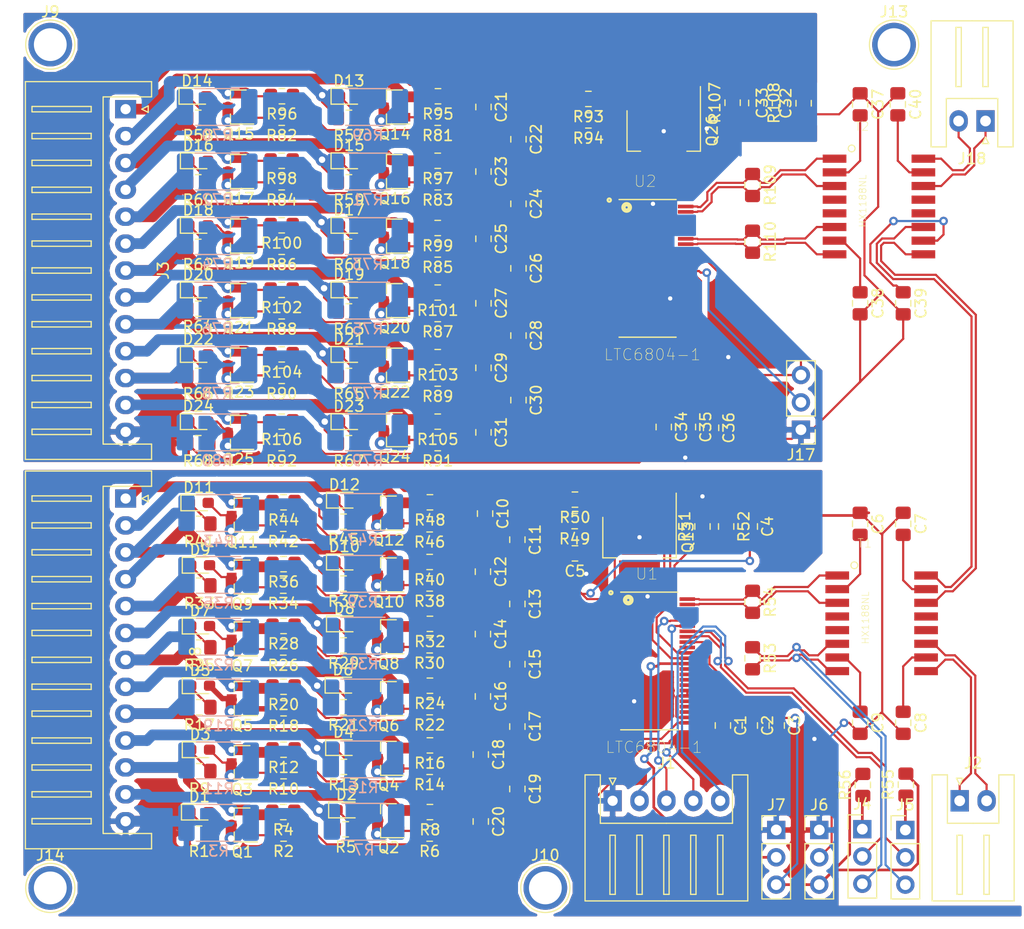
<source format=kicad_pcb>
(kicad_pcb (version 20171130) (host pcbnew "(6.0.0-rc1-dev-577-ge0316af69)")
  (layers (0 F.Cu signal) (31 B.Cu signal) (34 B.Paste user) (35 F.Paste user) (36 B.SilkS user) (37 F.SilkS user) (38 B.Mask user) (39 F.Mask user) (44 Edge.Cuts user))
  (net 0 "")
  (net 1 "Net-(C1-Pad1)")
  (net 2 GND)
  (net 3 "Net-(C2-Pad1)")
  (net 4 VDD)
  (net 5 "Net-(C4-Pad2)")
  (net 6 "Net-(C5-Pad2)")
  (net 7 "Net-(C6-Pad2)")
  (net 8 "Net-(C7-Pad2)")
  (net 9 "Net-(C8-Pad1)")
  (net 10 "Net-(C9-Pad1)")
  (net 11 "Net-(D1-Pad1)")
  (net 12 "Net-(D1-Pad2)")
  (net 13 "Net-(D2-Pad2)")
  (net 14 "Net-(D2-Pad1)")
  (net 15 "Net-(D3-Pad1)")
  (net 16 "Net-(D3-Pad2)")
  (net 17 "Net-(D4-Pad1)")
  (net 18 "Net-(D4-Pad2)")
  (net 19 "Net-(D5-Pad2)")
  (net 20 "Net-(D5-Pad1)")
  (net 21 "Net-(D6-Pad2)")
  (net 22 "Net-(D6-Pad1)")
  (net 23 "Net-(D7-Pad1)")
  (net 24 "Net-(D7-Pad2)")
  (net 25 "Net-(D8-Pad2)")
  (net 26 "Net-(D8-Pad1)")
  (net 27 "Net-(D9-Pad1)")
  (net 28 "Net-(D9-Pad2)")
  (net 29 "Net-(D10-Pad2)")
  (net 30 "Net-(D10-Pad1)")
  (net 31 "Net-(D11-Pad2)")
  (net 32 "Net-(D11-Pad1)")
  (net 33 "Net-(D12-Pad1)")
  (net 34 "Net-(D12-Pad2)")
  (net 35 "Net-(J1-Pad3)")
  (net 36 "Net-(J1-Pad4)")
  (net 37 "Net-(J4-Pad1)")
  (net 38 "Net-(J5-Pad1)")
  (net 39 ISOMOD)
  (net 40 SWTEN)
  (net 41 "Net-(J8-Pad2)")
  (net 42 "Net-(J8-Pad3)")
  (net 43 "Net-(J8-Pad4)")
  (net 44 "Net-(J8-Pad5)")
  (net 45 "Net-(J8-Pad6)")
  (net 46 "Net-(J8-Pad7)")
  (net 47 "Net-(J8-Pad8)")
  (net 48 "Net-(J8-Pad9)")
  (net 49 "Net-(J8-Pad10)")
  (net 50 "Net-(J8-Pad11)")
  (net 51 "Net-(J8-Pad12)")
  (net 52 "Net-(Q1-Pad1)")
  (net 53 "Net-(Q2-Pad1)")
  (net 54 "Net-(Q3-Pad1)")
  (net 55 "Net-(Q4-Pad1)")
  (net 56 "Net-(Q5-Pad1)")
  (net 57 "Net-(Q6-Pad1)")
  (net 58 "Net-(Q7-Pad1)")
  (net 59 "Net-(Q8-Pad1)")
  (net 60 "Net-(Q9-Pad1)")
  (net 61 "Net-(Q10-Pad1)")
  (net 62 "Net-(Q11-Pad1)")
  (net 63 "Net-(Q12-Pad1)")
  (net 64 "Net-(Q13-Pad1)")
  (net 65 "Net-(R2-Pad1)")
  (net 66 "Net-(R6-Pad1)")
  (net 67 "Net-(R10-Pad1)")
  (net 68 "Net-(R14-Pad1)")
  (net 69 "Net-(R18-Pad1)")
  (net 70 "Net-(R22-Pad1)")
  (net 71 "Net-(R26-Pad1)")
  (net 72 "Net-(R30-Pad1)")
  (net 73 "Net-(R34-Pad1)")
  (net 74 "Net-(R38-Pad1)")
  (net 75 "Net-(R42-Pad1)")
  (net 76 "Net-(R46-Pad1)")
  (net 77 "Net-(R51-Pad2)")
  (net 78 "Net-(R51-Pad1)")
  (net 79 "Net-(U1-Pad27)")
  (net 80 "Net-(U1-Pad28)")
  (net 81 "Net-(U1-Pad29)")
  (net 82 "Net-(U1-Pad32)")
  (net 83 "Net-(U1-Pad33)")
  (net 84 "Net-(U1-Pad39)")
  (net 85 MOUNT1)
  (net 86 MOUNT2)
  (net 87 "Net-(C10-Pad1)")
  (net 88 "Net-(C10-Pad2)")
  (net 89 "Net-(C11-Pad2)")
  (net 90 "Net-(C12-Pad2)")
  (net 91 "Net-(C13-Pad2)")
  (net 92 "Net-(C14-Pad2)")
  (net 93 "Net-(C15-Pad2)")
  (net 94 "Net-(C16-Pad2)")
  (net 95 "Net-(C17-Pad2)")
  (net 96 "Net-(C18-Pad2)")
  (net 97 "Net-(C19-Pad2)")
  (net 98 "Net-(C20-Pad2)")
  (net 99 "Net-(C21-Pad1)")
  (net 100 "Net-(C21-Pad2)")
  (net 101 "Net-(C22-Pad2)")
  (net 102 "Net-(C23-Pad2)")
  (net 103 "Net-(C24-Pad2)")
  (net 104 "Net-(C25-Pad2)")
  (net 105 "Net-(C26-Pad2)")
  (net 106 "Net-(C27-Pad2)")
  (net 107 "Net-(C28-Pad2)")
  (net 108 "Net-(C29-Pad2)")
  (net 109 "Net-(C30-Pad2)")
  (net 110 "Net-(C31-Pad2)")
  (net 111 GNDA)
  (net 112 "Net-(C32-Pad2)")
  (net 113 "Net-(C33-Pad2)")
  (net 114 "Net-(C34-Pad1)")
  (net 115 "Net-(C35-Pad1)")
  (net 116 ISOMOD2)
  (net 117 "Net-(C37-Pad2)")
  (net 118 "Net-(C38-Pad1)")
  (net 119 "Net-(C39-Pad1)")
  (net 120 "Net-(C40-Pad2)")
  (net 121 "Net-(D13-Pad2)")
  (net 122 "Net-(D13-Pad1)")
  (net 123 "Net-(D14-Pad2)")
  (net 124 "Net-(D14-Pad1)")
  (net 125 "Net-(D15-Pad2)")
  (net 126 "Net-(D15-Pad1)")
  (net 127 "Net-(D16-Pad2)")
  (net 128 "Net-(D16-Pad1)")
  (net 129 "Net-(D17-Pad2)")
  (net 130 "Net-(D17-Pad1)")
  (net 131 "Net-(D18-Pad2)")
  (net 132 "Net-(D18-Pad1)")
  (net 133 "Net-(D19-Pad1)")
  (net 134 "Net-(D19-Pad2)")
  (net 135 "Net-(D20-Pad1)")
  (net 136 "Net-(D20-Pad2)")
  (net 137 "Net-(D21-Pad2)")
  (net 138 "Net-(D21-Pad1)")
  (net 139 "Net-(D22-Pad2)")
  (net 140 "Net-(D22-Pad1)")
  (net 141 "Net-(D23-Pad1)")
  (net 142 "Net-(D23-Pad2)")
  (net 143 "Net-(D24-Pad1)")
  (net 144 "Net-(D24-Pad2)")
  (net 145 IA2_P)
  (net 146 IA2_N)
  (net 147 OA_N)
  (net 148 OA_P)
  (net 149 "Net-(J3-Pad2)")
  (net 150 "Net-(J3-Pad3)")
  (net 151 "Net-(J3-Pad4)")
  (net 152 "Net-(J3-Pad5)")
  (net 153 "Net-(J3-Pad6)")
  (net 154 "Net-(J3-Pad7)")
  (net 155 "Net-(J3-Pad8)")
  (net 156 "Net-(J3-Pad9)")
  (net 157 "Net-(J3-Pad10)")
  (net 158 "Net-(J3-Pad11)")
  (net 159 "Net-(J3-Pad12)")
  (net 160 SWTEN2)
  (net 161 "Net-(Q14-Pad1)")
  (net 162 "Net-(Q15-Pad1)")
  (net 163 "Net-(Q16-Pad1)")
  (net 164 "Net-(Q17-Pad1)")
  (net 165 "Net-(Q18-Pad1)")
  (net 166 "Net-(Q19-Pad1)")
  (net 167 "Net-(Q20-Pad1)")
  (net 168 "Net-(Q21-Pad1)")
  (net 169 "Net-(Q22-Pad1)")
  (net 170 "Net-(Q23-Pad1)")
  (net 171 "Net-(Q24-Pad1)")
  (net 172 "Net-(Q25-Pad1)")
  (net 173 "Net-(Q26-Pad1)")
  (net 174 IB2_N)
  (net 175 IB2_P)
  (net 176 "Net-(R81-Pad1)")
  (net 177 "Net-(R82-Pad1)")
  (net 178 "Net-(R83-Pad1)")
  (net 179 "Net-(R84-Pad1)")
  (net 180 "Net-(R85-Pad1)")
  (net 181 "Net-(R86-Pad1)")
  (net 182 "Net-(R87-Pad1)")
  (net 183 "Net-(R88-Pad1)")
  (net 184 "Net-(R89-Pad1)")
  (net 185 "Net-(R90-Pad1)")
  (net 186 "Net-(R91-Pad1)")
  (net 187 "Net-(R92-Pad1)")
  (net 188 "Net-(R107-Pad1)")
  (net 189 "Net-(R107-Pad2)")
  (net 190 "Net-(U2-Pad39)")
  (net 191 "Net-(U2-Pad43)")
  (net 192 "Net-(U2-Pad44)")
  (net 193 "Net-(U2-Pad33)")
  (net 194 "Net-(U2-Pad32)")
  (net 195 "Net-(U2-Pad29)")
  (net 196 "Net-(U2-Pad28)")
  (net 197 "Net-(U2-Pad27)")
  (net 198 "Net-(J3-Pad1)")
  (net 199 "Net-(J8-Pad1)")
  (net 200 IA_P)
  (net 201 IA_N)
  (net 202 /OB0_N)
  (net 203 /OB0_P)
  (net 204 /IA1_N)
  (net 205 /IA1_P)
  (net 206 /OA2_P)
  (net 207 /OA2_N)
  (net 208 IB_N)
  (net 209 IB_P)
  (net 210 MOUNT3)
  (net 211 MOUNT4)
  (module Resistor_SMD:R_0805_2012Metric_Pad1.15x1.40mm_HandSolder (layer F.Cu) (at 106.4 78.6 90)
    (fp_text reference R107 (at 0 -1.65 270) (layer F.SilkS))
    (fp_text value 1k)
    (pad 1 smd roundrect (at -1.025 0 90) (size 1.15 1.4) (layers F.Cu F.Paste F.Mask) (roundrect_rratio 0.217391) (net 188 "Net-(R107-Pad1)"))
    (pad 2 smd roundrect (at 1.025 0 90) (size 1.15 1.4) (layers F.Cu F.Paste F.Mask) (roundrect_rratio 0.217391) (net 189 "Net-(R107-Pad2)"))
  )
  (module Resistor_SMD:R_0805_2012Metric_Pad1.15x1.40mm_HandSolder (layer F.Cu) (at 108.6 78.625 270)
    (fp_text reference R108 (at 0 -1.65 270) (layer F.SilkS))
    (fp_text value 1k)
    (pad 2 smd roundrect (at 1.025 0 270) (size 1.15 1.4) (layers F.Cu F.Paste F.Mask) (roundrect_rratio 0.217391) (net 188 "Net-(R107-Pad1)"))
    (pad 1 smd roundrect (at -1.025 0 270) (size 1.15 1.4) (layers F.Cu F.Paste F.Mask) (roundrect_rratio 0.217391) (net 111 GNDA))
  )
  (module HX1188NL:HXXXX (layer F.Cu) (at 120.25 127 270)
    (fp_text reference T1 (at -7.44279 1.5772) (layer F.SilkS) (effects (font (size 0.80213 0.80213) (thickness 0.05))))
    (fp_text value HX1188NL (at -0.509454 1.50287 270) (layer F.SilkS) (effects (font (size 0.641826 0.641826) (thickness 0.05))))
    (pad 16 smd rect (at -4.445 -4.1275 270) (size 0.76 2.2) (layers F.Cu F.Paste F.Mask) (net 148 OA_P))
    (pad 15 smd rect (at -3.175 -4.1275 270) (size 0.76 2.2) (layers F.Cu F.Paste F.Mask) (net 8 "Net-(C7-Pad2)"))
    (pad 8 smd rect (at 4.445 4.1275 270) (size 0.76 2.2) (layers F.Cu F.Paste F.Mask) (net 204 /IA1_N))
    (pad 10 smd rect (at 3.175 -4.1275 270) (size 0.76 2.2) (layers F.Cu F.Paste F.Mask) (net 9 "Net-(C8-Pad1)"))
    (pad 7 smd rect (at 3.175 4.1275 270) (size 0.76 2.2) (layers F.Cu F.Paste F.Mask) (net 10 "Net-(C9-Pad1)"))
    (pad 5 smd rect (at 0.635 4.1275 270) (size 0.76 2.2) (layers F.Cu F.Paste F.Mask))
    (pad 9 smd rect (at 4.445 -4.1275 270) (size 0.76 2.2) (layers F.Cu F.Paste F.Mask) (net 202 /OB0_N))
    (pad 6 smd rect (at 1.905 4.1275 270) (size 0.76 2.2) (layers F.Cu F.Paste F.Mask) (net 205 /IA1_P))
    (pad 11 smd rect (at 1.905 -4.1275 270) (size 0.76 2.2) (layers F.Cu F.Paste F.Mask) (net 203 /OB0_P))
    (pad 12 smd rect (at 0.635 -4.1275 270) (size 0.76 2.2) (layers F.Cu F.Paste F.Mask))
    (pad 14 smd rect (at -1.905 -4.1275 270) (size 0.76 2.2) (layers F.Cu F.Paste F.Mask) (net 147 OA_N))
    (pad 4 smd rect (at -0.635 4.1275 270) (size 0.76 2.2) (layers F.Cu F.Paste F.Mask))
    (pad 3 smd rect (at -1.905 4.1275 270) (size 0.76 2.2) (layers F.Cu F.Paste F.Mask) (net 208 IB_N))
    (pad 1 smd rect (at -4.445 4.1275 270) (size 0.76 2.2) (layers F.Cu F.Paste F.Mask) (net 209 IB_P))
    (pad 13 smd rect (at -0.635 -4.1275 270) (size 0.76 2.2) (layers F.Cu F.Paste F.Mask))
    (pad 2 smd rect (at -3.175 4.1275 270) (size 0.76 2.2) (layers F.Cu F.Paste F.Mask) (net 7 "Net-(C6-Pad2)"))
  )
  (module Resistor_SMD:R_0805_2012Metric_Pad1.15x1.40mm_HandSolder (layer F.Cu) (at 64.675 140.75 180)
    (fp_text reference R10 (at 0 -1.65 180) (layer F.SilkS))
    (fp_text value 3.3k)
    (pad 2 smd roundrect (at 1.025 0 180) (size 1.15 1.4) (layers F.Cu F.Paste F.Mask) (roundrect_rratio 0.217391) (net 54 "Net-(Q3-Pad1)"))
    (pad 1 smd roundrect (at -1.025 0 180) (size 1.15 1.4) (layers F.Cu F.Paste F.Mask) (roundrect_rratio 0.217391) (net 67 "Net-(R10-Pad1)"))
  )
  (module Capacitor_SMD:C_0805_2012Metric_Pad1.15x1.40mm_HandSolder (layer F.Cu) (at 105.5 136.5 270)
    (fp_text reference C1 (at 0 -1.65 270) (layer F.SilkS))
    (fp_text value 1uf)
    (pad 1 smd roundrect (at -1.025 0 270) (size 1.15 1.4) (layers F.Cu F.Paste F.Mask) (roundrect_rratio 0.217391) (net 1 "Net-(C1-Pad1)"))
    (pad 2 smd roundrect (at 1.025 0 270) (size 1.15 1.4) (layers F.Cu F.Paste F.Mask) (roundrect_rratio 0.217391) (net 2 GND))
  )
  (module Capacitor_SMD:C_0805_2012Metric_Pad1.15x1.40mm_HandSolder (layer F.Cu) (at 108 136.5 270)
    (fp_text reference C2 (at 0 -1.65 270) (layer F.SilkS))
    (fp_text value 1uf)
    (pad 2 smd roundrect (at 1.025 0 270) (size 1.15 1.4) (layers F.Cu F.Paste F.Mask) (roundrect_rratio 0.217391) (net 2 GND))
    (pad 1 smd roundrect (at -1.025 0 270) (size 1.15 1.4) (layers F.Cu F.Paste F.Mask) (roundrect_rratio 0.217391) (net 3 "Net-(C2-Pad1)"))
  )
  (module Capacitor_SMD:C_0805_2012Metric_Pad1.15x1.40mm_HandSolder (layer F.Cu) (at 110.5 136.5 270)
    (fp_text reference C3 (at 0 -1.65 270) (layer F.SilkS))
    (fp_text value 1uf)
    (pad 1 smd roundrect (at -1.025 0 270) (size 1.15 1.4) (layers F.Cu F.Paste F.Mask) (roundrect_rratio 0.217391) (net 4 VDD))
    (pad 2 smd roundrect (at 1.025 0 270) (size 1.15 1.4) (layers F.Cu F.Paste F.Mask) (roundrect_rratio 0.217391) (net 2 GND))
  )
  (module Capacitor_SMD:C_0805_2012Metric_Pad1.15x1.40mm_HandSolder (layer F.Cu) (at 108 118 270)
    (fp_text reference C4 (at 0 -1.65 270) (layer F.SilkS))
    (fp_text value 0.1uf)
    (pad 2 smd roundrect (at 1.025 0 270) (size 1.15 1.4) (layers F.Cu F.Paste F.Mask) (roundrect_rratio 0.217391) (net 5 "Net-(C4-Pad2)"))
    (pad 1 smd roundrect (at -1.025 0 270) (size 1.15 1.4) (layers F.Cu F.Paste F.Mask) (roundrect_rratio 0.217391) (net 2 GND))
  )
  (module Capacitor_SMD:C_0805_2012Metric_Pad1.15x1.40mm_HandSolder (layer F.Cu) (at 91.75 120.5 180)
    (fp_text reference C5 (at 0 -1.65 180) (layer F.SilkS))
    (fp_text value 0.1uf)
    (pad 1 smd roundrect (at -1.025 0 180) (size 1.15 1.4) (layers F.Cu F.Paste F.Mask) (roundrect_rratio 0.217391) (net 2 GND))
    (pad 2 smd roundrect (at 1.025 0 180) (size 1.15 1.4) (layers F.Cu F.Paste F.Mask) (roundrect_rratio 0.217391) (net 6 "Net-(C5-Pad2)"))
  )
  (module Capacitor_SMD:C_0805_2012Metric_Pad1.15x1.40mm_HandSolder (layer F.Cu) (at 118.25 117.75 270)
    (fp_text reference C6 (at 0 -1.65 270) (layer F.SilkS))
    (fp_text value 51pf)
    (pad 2 smd roundrect (at 1.025 0 270) (size 1.15 1.4) (layers F.Cu F.Paste F.Mask) (roundrect_rratio 0.217391) (net 7 "Net-(C6-Pad2)"))
    (pad 1 smd roundrect (at -1.025 0 270) (size 1.15 1.4) (layers F.Cu F.Paste F.Mask) (roundrect_rratio 0.217391) (net 2 GND))
  )
  (module Capacitor_SMD:C_0805_2012Metric_Pad1.15x1.40mm_HandSolder (layer F.Cu) (at 122.25 117.75 270)
    (fp_text reference C7 (at 0 -1.65 270) (layer F.SilkS))
    (fp_text value 51pf)
    (pad 2 smd roundrect (at 1.025 0 270) (size 1.15 1.4) (layers F.Cu F.Paste F.Mask) (roundrect_rratio 0.217391) (net 8 "Net-(C7-Pad2)"))
    (pad 1 smd roundrect (at -1.025 0 270) (size 1.15 1.4) (layers F.Cu F.Paste F.Mask) (roundrect_rratio 0.217391) (net 2 GND))
  )
  (module Capacitor_SMD:C_0805_2012Metric_Pad1.15x1.40mm_HandSolder (layer F.Cu) (at 122.25 136.25 270)
    (fp_text reference C8 (at 0 -1.65 270) (layer F.SilkS))
    (fp_text value 51pf)
    (pad 1 smd roundrect (at -1.025 0 270) (size 1.15 1.4) (layers F.Cu F.Paste F.Mask) (roundrect_rratio 0.217391) (net 9 "Net-(C8-Pad1)"))
    (pad 2 smd roundrect (at 1.025 0 270) (size 1.15 1.4) (layers F.Cu F.Paste F.Mask) (roundrect_rratio 0.217391) (net 2 GND))
  )
  (module Capacitor_SMD:C_0805_2012Metric_Pad1.15x1.40mm_HandSolder (layer F.Cu) (at 118.25 136.25 270)
    (fp_text reference C9 (at 0 -1.65 270) (layer F.SilkS))
    (fp_text value 51pf)
    (pad 2 smd roundrect (at 1.025 0 270) (size 1.15 1.4) (layers F.Cu F.Paste F.Mask) (roundrect_rratio 0.217391) (net 2 GND))
    (pad 1 smd roundrect (at -1.025 0 270) (size 1.15 1.4) (layers F.Cu F.Paste F.Mask) (roundrect_rratio 0.217391) (net 10 "Net-(C9-Pad1)"))
  )
  (module Capacitor_SMD:C_0805_2012Metric_Pad1.15x1.40mm_HandSolder (layer F.Cu) (at 83.4 116.8 270)
    (fp_text reference C10 (at 0 -1.65 270) (layer F.SilkS))
    (fp_text value 10nf)
    (pad 1 smd roundrect (at -1.025 0 270) (size 1.15 1.4) (layers F.Cu F.Paste F.Mask) (roundrect_rratio 0.217391) (net 87 "Net-(C10-Pad1)"))
    (pad 2 smd roundrect (at 1.025 0 270) (size 1.15 1.4) (layers F.Cu F.Paste F.Mask) (roundrect_rratio 0.217391) (net 88 "Net-(C10-Pad2)"))
  )
  (module Capacitor_SMD:C_0805_2012Metric_Pad1.15x1.40mm_HandSolder (layer F.Cu) (at 86.4 119.225 270)
    (fp_text reference C11 (at 0 -1.65 270) (layer F.SilkS))
    (fp_text value 10nf)
    (pad 1 smd roundrect (at -1.025 0 270) (size 1.15 1.4) (layers F.Cu F.Paste F.Mask) (roundrect_rratio 0.217391) (net 88 "Net-(C10-Pad2)"))
    (pad 2 smd roundrect (at 1.025 0 270) (size 1.15 1.4) (layers F.Cu F.Paste F.Mask) (roundrect_rratio 0.217391) (net 89 "Net-(C11-Pad2)"))
  )
  (module Capacitor_SMD:C_0805_2012Metric_Pad1.15x1.40mm_HandSolder (layer F.Cu) (at 83.2 122.2 270)
    (fp_text reference C12 (at 0 -1.65 270) (layer F.SilkS))
    (fp_text value 10nf)
    (pad 2 smd roundrect (at 1.025 0 270) (size 1.15 1.4) (layers F.Cu F.Paste F.Mask) (roundrect_rratio 0.217391) (net 90 "Net-(C12-Pad2)"))
    (pad 1 smd roundrect (at -1.025 0 270) (size 1.15 1.4) (layers F.Cu F.Paste F.Mask) (roundrect_rratio 0.217391) (net 89 "Net-(C11-Pad2)"))
  )
  (module Capacitor_SMD:C_0805_2012Metric_Pad1.15x1.40mm_HandSolder (layer F.Cu) (at 86.4 125.2 270)
    (fp_text reference C13 (at 0 -1.65 270) (layer F.SilkS))
    (fp_text value 10nf)
    (pad 1 smd roundrect (at -1.025 0 270) (size 1.15 1.4) (layers F.Cu F.Paste F.Mask) (roundrect_rratio 0.217391) (net 90 "Net-(C12-Pad2)"))
    (pad 2 smd roundrect (at 1.025 0 270) (size 1.15 1.4) (layers F.Cu F.Paste F.Mask) (roundrect_rratio 0.217391) (net 91 "Net-(C13-Pad2)"))
  )
  (module Capacitor_SMD:C_0805_2012Metric_Pad1.15x1.40mm_HandSolder (layer F.Cu) (at 83.2 128 270)
    (fp_text reference C14 (at 0 -1.65 270) (layer F.SilkS))
    (fp_text value 10nf)
    (pad 2 smd roundrect (at 1.025 0 270) (size 1.15 1.4) (layers F.Cu F.Paste F.Mask) (roundrect_rratio 0.217391) (net 92 "Net-(C14-Pad2)"))
    (pad 1 smd roundrect (at -1.025 0 270) (size 1.15 1.4) (layers F.Cu F.Paste F.Mask) (roundrect_rratio 0.217391) (net 91 "Net-(C13-Pad2)"))
  )
  (module Capacitor_SMD:C_0805_2012Metric_Pad1.15x1.40mm_HandSolder (layer F.Cu) (at 86.4 130.8 270)
    (fp_text reference C15 (at 0 -1.65 270) (layer F.SilkS))
    (fp_text value 10nf)
    (pad 1 smd roundrect (at -1.025 0 270) (size 1.15 1.4) (layers F.Cu F.Paste F.Mask) (roundrect_rratio 0.217391) (net 92 "Net-(C14-Pad2)"))
    (pad 2 smd roundrect (at 1.025 0 270) (size 1.15 1.4) (layers F.Cu F.Paste F.Mask) (roundrect_rratio 0.217391) (net 93 "Net-(C15-Pad2)"))
  )
  (module Capacitor_SMD:C_0805_2012Metric_Pad1.15x1.40mm_HandSolder (layer F.Cu) (at 83.2 133.8 270)
    (fp_text reference C16 (at 0 -1.65 270) (layer F.SilkS))
    (fp_text value 10nf)
    (pad 2 smd roundrect (at 1.025 0 270) (size 1.15 1.4) (layers F.Cu F.Paste F.Mask) (roundrect_rratio 0.217391) (net 94 "Net-(C16-Pad2)"))
    (pad 1 smd roundrect (at -1.025 0 270) (size 1.15 1.4) (layers F.Cu F.Paste F.Mask) (roundrect_rratio 0.217391) (net 93 "Net-(C15-Pad2)"))
  )
  (module Capacitor_SMD:C_0805_2012Metric_Pad1.15x1.40mm_HandSolder (layer F.Cu) (at 86.4 136.6 270)
    (fp_text reference C17 (at 0 -1.65 270) (layer F.SilkS))
    (fp_text value 10nf)
    (pad 1 smd roundrect (at -1.025 0 270) (size 1.15 1.4) (layers F.Cu F.Paste F.Mask) (roundrect_rratio 0.217391) (net 94 "Net-(C16-Pad2)"))
    (pad 2 smd roundrect (at 1.025 0 270) (size 1.15 1.4) (layers F.Cu F.Paste F.Mask) (roundrect_rratio 0.217391) (net 95 "Net-(C17-Pad2)"))
  )
  (module Capacitor_SMD:C_0805_2012Metric_Pad1.15x1.40mm_HandSolder (layer F.Cu) (at 83 139.2 270)
    (fp_text reference C18 (at 0 -1.65 270) (layer F.SilkS))
    (fp_text value 10nf)
    (pad 2 smd roundrect (at 1.025 0 270) (size 1.15 1.4) (layers F.Cu F.Paste F.Mask) (roundrect_rratio 0.217391) (net 96 "Net-(C18-Pad2)"))
    (pad 1 smd roundrect (at -1.025 0 270) (size 1.15 1.4) (layers F.Cu F.Paste F.Mask) (roundrect_rratio 0.217391) (net 95 "Net-(C17-Pad2)"))
  )
  (module Capacitor_SMD:C_0805_2012Metric_Pad1.15x1.40mm_HandSolder (layer F.Cu) (at 86.4 142.4 270)
    (fp_text reference C19 (at 0 -1.65 270) (layer F.SilkS))
    (fp_text value 10nf)
    (pad 1 smd roundrect (at -1.025 0 270) (size 1.15 1.4) (layers F.Cu F.Paste F.Mask) (roundrect_rratio 0.217391) (net 96 "Net-(C18-Pad2)"))
    (pad 2 smd roundrect (at 1.025 0 270) (size 1.15 1.4) (layers F.Cu F.Paste F.Mask) (roundrect_rratio 0.217391) (net 97 "Net-(C19-Pad2)"))
  )
  (module Capacitor_SMD:C_0805_2012Metric_Pad1.15x1.40mm_HandSolder (layer F.Cu) (at 83 145.425 270)
    (fp_text reference C20 (at 0 -1.65 270) (layer F.SilkS))
    (fp_text value 10nf)
    (pad 2 smd roundrect (at 1.025 0 270) (size 1.15 1.4) (layers F.Cu F.Paste F.Mask) (roundrect_rratio 0.217391) (net 98 "Net-(C20-Pad2)"))
    (pad 1 smd roundrect (at -1.025 0 270) (size 1.15 1.4) (layers F.Cu F.Paste F.Mask) (roundrect_rratio 0.217391) (net 97 "Net-(C19-Pad2)"))
  )
  (module Capacitor_SMD:C_0805_2012Metric_Pad1.15x1.40mm_HandSolder (layer F.Cu) (at 83.25 79 270)
    (fp_text reference C21 (at 0 -1.65 270) (layer F.SilkS))
    (fp_text value 10nf)
    (pad 1 smd roundrect (at -1.025 0 270) (size 1.15 1.4) (layers F.Cu F.Paste F.Mask) (roundrect_rratio 0.217391) (net 99 "Net-(C21-Pad1)"))
    (pad 2 smd roundrect (at 1.025 0 270) (size 1.15 1.4) (layers F.Cu F.Paste F.Mask) (roundrect_rratio 0.217391) (net 100 "Net-(C21-Pad2)"))
  )
  (module Capacitor_SMD:C_0805_2012Metric_Pad1.15x1.40mm_HandSolder (layer F.Cu) (at 86.5 82 270)
    (fp_text reference C22 (at 0 -1.65 270) (layer F.SilkS))
    (fp_text value 10nf)
    (pad 2 smd roundrect (at 1.025 0 270) (size 1.15 1.4) (layers F.Cu F.Paste F.Mask) (roundrect_rratio 0.217391) (net 101 "Net-(C22-Pad2)"))
    (pad 1 smd roundrect (at -1.025 0 270) (size 1.15 1.4) (layers F.Cu F.Paste F.Mask) (roundrect_rratio 0.217391) (net 100 "Net-(C21-Pad2)"))
  )
  (module Capacitor_SMD:C_0805_2012Metric_Pad1.15x1.40mm_HandSolder (layer F.Cu) (at 83.25 85 270)
    (fp_text reference C23 (at 0 -1.65 270) (layer F.SilkS))
    (fp_text value 10nf)
    (pad 1 smd roundrect (at -1.025 0 270) (size 1.15 1.4) (layers F.Cu F.Paste F.Mask) (roundrect_rratio 0.217391) (net 101 "Net-(C22-Pad2)"))
    (pad 2 smd roundrect (at 1.025 0 270) (size 1.15 1.4) (layers F.Cu F.Paste F.Mask) (roundrect_rratio 0.217391) (net 102 "Net-(C23-Pad2)"))
  )
  (module Capacitor_SMD:C_0805_2012Metric_Pad1.15x1.40mm_HandSolder (layer F.Cu) (at 86.5 88 270)
    (fp_text reference C24 (at 0 -1.65 270) (layer F.SilkS))
    (fp_text value 10nf)
    (pad 2 smd roundrect (at 1.025 0 270) (size 1.15 1.4) (layers F.Cu F.Paste F.Mask) (roundrect_rratio 0.217391) (net 103 "Net-(C24-Pad2)"))
    (pad 1 smd roundrect (at -1.025 0 270) (size 1.15 1.4) (layers F.Cu F.Paste F.Mask) (roundrect_rratio 0.217391) (net 102 "Net-(C23-Pad2)"))
  )
  (module Capacitor_SMD:C_0805_2012Metric_Pad1.15x1.40mm_HandSolder (layer F.Cu) (at 83.25 91.25 270)
    (fp_text reference C25 (at 0 -1.65 270) (layer F.SilkS))
    (fp_text value 10nf)
    (pad 1 smd roundrect (at -1.025 0 270) (size 1.15 1.4) (layers F.Cu F.Paste F.Mask) (roundrect_rratio 0.217391) (net 103 "Net-(C24-Pad2)"))
    (pad 2 smd roundrect (at 1.025 0 270) (size 1.15 1.4) (layers F.Cu F.Paste F.Mask) (roundrect_rratio 0.217391) (net 104 "Net-(C25-Pad2)"))
  )
  (module Capacitor_SMD:C_0805_2012Metric_Pad1.15x1.40mm_HandSolder (layer F.Cu) (at 86.5 94 270)
    (fp_text reference C26 (at 0 -1.65 270) (layer F.SilkS))
    (fp_text value 10nf)
    (pad 2 smd roundrect (at 1.025 0 270) (size 1.15 1.4) (layers F.Cu F.Paste F.Mask) (roundrect_rratio 0.217391) (net 105 "Net-(C26-Pad2)"))
    (pad 1 smd roundrect (at -1.025 0 270) (size 1.15 1.4) (layers F.Cu F.Paste F.Mask) (roundrect_rratio 0.217391) (net 104 "Net-(C25-Pad2)"))
  )
  (module Capacitor_SMD:C_0805_2012Metric_Pad1.15x1.40mm_HandSolder (layer F.Cu) (at 83.25 97.25 270)
    (fp_text reference C27 (at 0 -1.65 270) (layer F.SilkS))
    (fp_text value 10nf)
    (pad 2 smd roundrect (at 1.025 0 270) (size 1.15 1.4) (layers F.Cu F.Paste F.Mask) (roundrect_rratio 0.217391) (net 106 "Net-(C27-Pad2)"))
    (pad 1 smd roundrect (at -1.025 0 270) (size 1.15 1.4) (layers F.Cu F.Paste F.Mask) (roundrect_rratio 0.217391) (net 105 "Net-(C26-Pad2)"))
  )
  (module Capacitor_SMD:C_0805_2012Metric_Pad1.15x1.40mm_HandSolder (layer F.Cu) (at 86.5 100.25 270)
    (fp_text reference C28 (at 0 -1.65 270) (layer F.SilkS))
    (fp_text value 10nf)
    (pad 1 smd roundrect (at -1.025 0 270) (size 1.15 1.4) (layers F.Cu F.Paste F.Mask) (roundrect_rratio 0.217391) (net 106 "Net-(C27-Pad2)"))
    (pad 2 smd roundrect (at 1.025 0 270) (size 1.15 1.4) (layers F.Cu F.Paste F.Mask) (roundrect_rratio 0.217391) (net 107 "Net-(C28-Pad2)"))
  )
  (module Capacitor_SMD:C_0805_2012Metric_Pad1.15x1.40mm_HandSolder (layer F.Cu) (at 83.25 103.25 270)
    (fp_text reference C29 (at 0 -1.65 270) (layer F.SilkS))
    (fp_text value 10nf)
    (pad 2 smd roundrect (at 1.025 0 270) (size 1.15 1.4) (layers F.Cu F.Paste F.Mask) (roundrect_rratio 0.217391) (net 108 "Net-(C29-Pad2)"))
    (pad 1 smd roundrect (at -1.025 0 270) (size 1.15 1.4) (layers F.Cu F.Paste F.Mask) (roundrect_rratio 0.217391) (net 107 "Net-(C28-Pad2)"))
  )
  (module Capacitor_SMD:C_0805_2012Metric_Pad1.15x1.40mm_HandSolder (layer F.Cu) (at 86.5 106.25 270)
    (fp_text reference C30 (at 0 -1.65 270) (layer F.SilkS))
    (fp_text value 10nf)
    (pad 1 smd roundrect (at -1.025 0 270) (size 1.15 1.4) (layers F.Cu F.Paste F.Mask) (roundrect_rratio 0.217391) (net 108 "Net-(C29-Pad2)"))
    (pad 2 smd roundrect (at 1.025 0 270) (size 1.15 1.4) (layers F.Cu F.Paste F.Mask) (roundrect_rratio 0.217391) (net 109 "Net-(C30-Pad2)"))
  )
  (module Capacitor_SMD:C_0805_2012Metric_Pad1.15x1.40mm_HandSolder (layer F.Cu) (at 83.25 109.25 270)
    (fp_text reference C31 (at 0 -1.65 270) (layer F.SilkS))
    (fp_text value 10nf)
    (pad 1 smd roundrect (at -1.025 0 270) (size 1.15 1.4) (layers F.Cu F.Paste F.Mask) (roundrect_rratio 0.217391) (net 109 "Net-(C30-Pad2)"))
    (pad 2 smd roundrect (at 1.025 0 270) (size 1.15 1.4) (layers F.Cu F.Paste F.Mask) (roundrect_rratio 0.217391) (net 110 "Net-(C31-Pad2)"))
  )
  (module Capacitor_SMD:C_0805_2012Metric_Pad1.15x1.40mm_HandSolder (layer F.Cu) (at 113 78.65 90)
    (fp_text reference C32 (at 0 -1.65 90) (layer F.SilkS))
    (fp_text value 0.1uf)
    (pad 1 smd roundrect (at -1.025 0 90) (size 1.15 1.4) (layers F.Cu F.Paste F.Mask) (roundrect_rratio 0.217391) (net 111 GNDA))
    (pad 2 smd roundrect (at 1.025 0 90) (size 1.15 1.4) (layers F.Cu F.Paste F.Mask) (roundrect_rratio 0.217391) (net 112 "Net-(C32-Pad2)"))
  )
  (module Capacitor_SMD:C_0805_2012Metric_Pad1.15x1.40mm_HandSolder (layer F.Cu) (at 110.8 78.625 90)
    (fp_text reference C33 (at 0 -1.65 90) (layer F.SilkS))
    (fp_text value 0.1uf)
    (pad 2 smd roundrect (at 1.025 0 90) (size 1.15 1.4) (layers F.Cu F.Paste F.Mask) (roundrect_rratio 0.217391) (net 113 "Net-(C33-Pad2)"))
    (pad 1 smd roundrect (at -1.025 0 90) (size 1.15 1.4) (layers F.Cu F.Paste F.Mask) (roundrect_rratio 0.217391) (net 111 GNDA))
  )
  (module Capacitor_SMD:C_0805_2012Metric_Pad1.15x1.40mm_HandSolder (layer F.Cu) (at 100 108.75 270)
    (fp_text reference C34 (at 0 -1.65 270) (layer F.SilkS))
    (fp_text value 1uf)
    (pad 2 smd roundrect (at 1.025 0 270) (size 1.15 1.4) (layers F.Cu F.Paste F.Mask) (roundrect_rratio 0.217391) (net 111 GNDA))
    (pad 1 smd roundrect (at -1.025 0 270) (size 1.15 1.4) (layers F.Cu F.Paste F.Mask) (roundrect_rratio 0.217391) (net 114 "Net-(C34-Pad1)"))
  )
  (module Capacitor_SMD:C_0805_2012Metric_Pad1.15x1.40mm_HandSolder (layer F.Cu) (at 102.25 108.75 270)
    (fp_text reference C35 (at 0 -1.65 270) (layer F.SilkS))
    (fp_text value 1uf)
    (pad 1 smd roundrect (at -1.025 0 270) (size 1.15 1.4) (layers F.Cu F.Paste F.Mask) (roundrect_rratio 0.217391) (net 115 "Net-(C35-Pad1)"))
    (pad 2 smd roundrect (at 1.025 0 270) (size 1.15 1.4) (layers F.Cu F.Paste F.Mask) (roundrect_rratio 0.217391) (net 111 GNDA))
  )
  (module Capacitor_SMD:C_0805_2012Metric_Pad1.15x1.40mm_HandSolder (layer F.Cu) (at 104.4 108.825 270)
    (fp_text reference C36 (at 0 -1.65 270) (layer F.SilkS))
    (fp_text value 1uf)
    (pad 2 smd roundrect (at 1.025 0 270) (size 1.15 1.4) (layers F.Cu F.Paste F.Mask) (roundrect_rratio 0.217391) (net 111 GNDA))
    (pad 1 smd roundrect (at -1.025 0 270) (size 1.15 1.4) (layers F.Cu F.Paste F.Mask) (roundrect_rratio 0.217391) (net 116 ISOMOD2))
  )
  (module Capacitor_SMD:C_0805_2012Metric_Pad1.15x1.40mm_HandSolder (layer F.Cu) (at 118.25 78.75 270)
    (fp_text reference C37 (at 0 -1.65 270) (layer F.SilkS))
    (fp_text value 51pf)
    (pad 2 smd roundrect (at 1.025 0 270) (size 1.15 1.4) (layers F.Cu F.Paste F.Mask) (roundrect_rratio 0.217391) (net 117 "Net-(C37-Pad2)"))
    (pad 1 smd roundrect (at -1.025 0 270) (size 1.15 1.4) (layers F.Cu F.Paste F.Mask) (roundrect_rratio 0.217391) (net 111 GNDA))
  )
  (module Capacitor_SMD:C_0805_2012Metric_Pad1.15x1.40mm_HandSolder (layer F.Cu) (at 118.25 97.25 270)
    (fp_text reference C38 (at 0 -1.65 270) (layer F.SilkS))
    (fp_text value 51pf)
    (pad 1 smd roundrect (at -1.025 0 270) (size 1.15 1.4) (layers F.Cu F.Paste F.Mask) (roundrect_rratio 0.217391) (net 118 "Net-(C38-Pad1)"))
    (pad 2 smd roundrect (at 1.025 0 270) (size 1.15 1.4) (layers F.Cu F.Paste F.Mask) (roundrect_rratio 0.217391) (net 111 GNDA))
  )
  (module Capacitor_SMD:C_0805_2012Metric_Pad1.15x1.40mm_HandSolder (layer F.Cu) (at 122.25 97.25 270)
    (fp_text reference C39 (at 0 -1.65 270) (layer F.SilkS))
    (fp_text value 51pf)
    (pad 2 smd roundrect (at 1.025 0 270) (size 1.15 1.4) (layers F.Cu F.Paste F.Mask) (roundrect_rratio 0.217391) (net 111 GNDA))
    (pad 1 smd roundrect (at -1.025 0 270) (size 1.15 1.4) (layers F.Cu F.Paste F.Mask) (roundrect_rratio 0.217391) (net 119 "Net-(C39-Pad1)"))
  )
  (module Capacitor_SMD:C_0805_2012Metric_Pad1.15x1.40mm_HandSolder (layer F.Cu) (at 121.75 78.75 270)
    (fp_text reference C40 (at 0 -1.65 270) (layer F.SilkS))
    (fp_text value 51pf)
    (pad 1 smd roundrect (at -1.025 0 270) (size 1.15 1.4) (layers F.Cu F.Paste F.Mask) (roundrect_rratio 0.217391) (net 111 GNDA))
    (pad 2 smd roundrect (at 1.025 0 270) (size 1.15 1.4) (layers F.Cu F.Paste F.Mask) (roundrect_rratio 0.217391) (net 120 "Net-(C40-Pad2)"))
  )
  (module LED_SMD:LED_0603_1608Metric_Pad1.05x0.95mm_HandSolder (layer F.Cu) (at 56.85 144.55)
    (fp_text reference D1 (at 0 -1.43) (layer F.SilkS))
    (fp_text value LED_Small)
    (pad 2 smd roundrect (at 0.875 0) (size 1.05 0.95) (layers F.Cu F.Paste F.Mask) (net 12 "Net-(D1-Pad2)"))
    (pad 1 smd roundrect (at -0.875 0) (size 1.05 0.95) (layers F.Cu F.Paste F.Mask) (net 11 "Net-(D1-Pad1)"))
  )
  (module LED_SMD:LED_0603_1608Metric_Pad1.05x0.95mm_HandSolder (layer F.Cu) (at 70.525 144.35)
    (fp_text reference D2 (at 0 -1.43) (layer F.SilkS))
    (fp_text value LED_Small)
    (pad 1 smd roundrect (at -0.875 0) (size 1.05 0.95) (layers F.Cu F.Paste F.Mask) (net 14 "Net-(D2-Pad1)"))
    (pad 2 smd roundrect (at 0.875 0) (size 1.05 0.95) (layers F.Cu F.Paste F.Mask) (net 13 "Net-(D2-Pad2)"))
  )
  (module LED_SMD:LED_0603_1608Metric_Pad1.05x0.95mm_HandSolder (layer F.Cu) (at 56.925 138.75)
    (fp_text reference D3 (at 0 -1.43) (layer F.SilkS))
    (fp_text value LED_Small)
    (pad 1 smd roundrect (at -0.875 0) (size 1.05 0.95) (layers F.Cu F.Paste F.Mask) (net 15 "Net-(D3-Pad1)"))
    (pad 2 smd roundrect (at 0.875 0) (size 1.05 0.95) (layers F.Cu F.Paste F.Mask) (net 16 "Net-(D3-Pad2)"))
  )
  (module LED_SMD:LED_0603_1608Metric_Pad1.05x0.95mm_HandSolder (layer F.Cu) (at 70.25 138.55)
    (fp_text reference D4 (at 0 -1.43) (layer F.SilkS))
    (fp_text value LED_Small)
    (pad 1 smd roundrect (at -0.875 0) (size 1.05 0.95) (layers F.Cu F.Paste F.Mask) (net 17 "Net-(D4-Pad1)"))
    (pad 2 smd roundrect (at 0.875 0) (size 1.05 0.95) (layers F.Cu F.Paste F.Mask) (net 18 "Net-(D4-Pad2)"))
  )
  (module LED_SMD:LED_0603_1608Metric_Pad1.05x0.95mm_HandSolder (layer F.Cu) (at 56.925 132.8)
    (fp_text reference D5 (at 0 -1.43) (layer F.SilkS))
    (fp_text value LED_Small)
    (pad 2 smd roundrect (at 0.875 0) (size 1.05 0.95) (layers F.Cu F.Paste F.Mask) (net 19 "Net-(D5-Pad2)"))
    (pad 1 smd roundrect (at -0.875 0) (size 1.05 0.95) (layers F.Cu F.Paste F.Mask) (net 20 "Net-(D5-Pad1)"))
  )
  (module LED_SMD:LED_0603_1608Metric_Pad1.05x0.95mm_HandSolder (layer F.Cu) (at 70.2 132.75)
    (fp_text reference D6 (at 0 -1.43) (layer F.SilkS))
    (fp_text value LED_Small)
    (pad 2 smd roundrect (at 0.875 0) (size 1.05 0.95) (layers F.Cu F.Paste F.Mask) (net 21 "Net-(D6-Pad2)"))
    (pad 1 smd roundrect (at -0.875 0) (size 1.05 0.95) (layers F.Cu F.Paste F.Mask) (net 22 "Net-(D6-Pad1)"))
  )
  (module LED_SMD:LED_0603_1608Metric_Pad1.05x0.95mm_HandSolder (layer F.Cu) (at 56.925 127.25)
    (fp_text reference D7 (at 0 -1.43) (layer F.SilkS))
    (fp_text value LED_Small)
    (pad 1 smd roundrect (at -0.875 0) (size 1.05 0.95) (layers F.Cu F.Paste F.Mask) (net 23 "Net-(D7-Pad1)"))
    (pad 2 smd roundrect (at 0.875 0) (size 1.05 0.95) (layers F.Cu F.Paste F.Mask) (net 24 "Net-(D7-Pad2)"))
  )
  (module LED_SMD:LED_0603_1608Metric_Pad1.05x0.95mm_HandSolder (layer F.Cu) (at 70.325 127.05)
    (fp_text reference D8 (at 0 -1.43) (layer F.SilkS))
    (fp_text value LED_Small)
    (pad 1 smd roundrect (at -0.875 0) (size 1.05 0.95) (layers F.Cu F.Paste F.Mask) (net 26 "Net-(D8-Pad1)"))
    (pad 2 smd roundrect (at 0.875 0) (size 1.05 0.95) (layers F.Cu F.Paste F.Mask) (net 25 "Net-(D8-Pad2)"))
  )
  (module LED_SMD:LED_0603_1608Metric_Pad1.05x0.95mm_HandSolder (layer F.Cu) (at 56.925 121.6)
    (fp_text reference D9 (at 0 -1.43) (layer F.SilkS))
    (fp_text value LED_Small)
    (pad 1 smd roundrect (at -0.875 0) (size 1.05 0.95) (layers F.Cu F.Paste F.Mask) (net 27 "Net-(D9-Pad1)"))
    (pad 2 smd roundrect (at 0.875 0) (size 1.05 0.95) (layers F.Cu F.Paste F.Mask) (net 28 "Net-(D9-Pad2)"))
  )
  (module LED_SMD:LED_0603_1608Metric_Pad1.05x0.95mm_HandSolder (layer F.Cu) (at 70.325 121.3)
    (fp_text reference D10 (at 0 -1.43) (layer F.SilkS))
    (fp_text value LED_Small)
    (pad 2 smd roundrect (at 0.875 0) (size 1.05 0.95) (layers F.Cu F.Paste F.Mask) (net 29 "Net-(D10-Pad2)"))
    (pad 1 smd roundrect (at -0.875 0) (size 1.05 0.95) (layers F.Cu F.Paste F.Mask) (net 30 "Net-(D10-Pad1)"))
  )
  (module LED_SMD:LED_0603_1608Metric_Pad1.05x0.95mm_HandSolder (layer F.Cu) (at 56.8 115.8)
    (fp_text reference D11 (at 0 -1.43) (layer F.SilkS))
    (fp_text value LED_Small)
    (pad 1 smd roundrect (at -0.875 0) (size 1.05 0.95) (layers F.Cu F.Paste F.Mask) (net 32 "Net-(D11-Pad1)"))
    (pad 2 smd roundrect (at 0.875 0) (size 1.05 0.95) (layers F.Cu F.Paste F.Mask) (net 31 "Net-(D11-Pad2)"))
  )
  (module LED_SMD:LED_0603_1608Metric_Pad1.05x0.95mm_HandSolder (layer F.Cu) (at 70.325 115.55)
    (fp_text reference D12 (at 0 -1.43) (layer F.SilkS))
    (fp_text value LED_Small)
    (pad 1 smd roundrect (at -0.875 0) (size 1.05 0.95) (layers F.Cu F.Paste F.Mask) (net 33 "Net-(D12-Pad1)"))
    (pad 2 smd roundrect (at 0.875 0) (size 1.05 0.95) (layers F.Cu F.Paste F.Mask) (net 34 "Net-(D12-Pad2)"))
  )
  (module LED_SMD:LED_0603_1608Metric_Pad1.05x0.95mm_HandSolder (layer F.Cu) (at 70.75 78)
    (fp_text reference D13 (at 0 -1.43) (layer F.SilkS))
    (fp_text value LED_Small)
    (pad 2 smd roundrect (at 0.875 0) (size 1.05 0.95) (layers F.Cu F.Paste F.Mask) (net 121 "Net-(D13-Pad2)"))
    (pad 1 smd roundrect (at -0.875 0) (size 1.05 0.95) (layers F.Cu F.Paste F.Mask) (net 122 "Net-(D13-Pad1)"))
  )
  (module LED_SMD:LED_0603_1608Metric_Pad1.05x0.95mm_HandSolder (layer F.Cu) (at 56.625 78)
    (fp_text reference D14 (at 0 -1.43) (layer F.SilkS))
    (fp_text value LED_Small)
    (pad 2 smd roundrect (at 0.875 0) (size 1.05 0.95) (layers F.Cu F.Paste F.Mask) (net 123 "Net-(D14-Pad2)"))
    (pad 1 smd roundrect (at -0.875 0) (size 1.05 0.95) (layers F.Cu F.Paste F.Mask) (net 124 "Net-(D14-Pad1)"))
  )
  (module LED_SMD:LED_0603_1608Metric_Pad1.05x0.95mm_HandSolder (layer F.Cu) (at 70.75 84)
    (fp_text reference D15 (at 0 -1.43) (layer F.SilkS))
    (fp_text value LED_Small)
    (pad 2 smd roundrect (at 0.875 0) (size 1.05 0.95) (layers F.Cu F.Paste F.Mask) (net 125 "Net-(D15-Pad2)"))
    (pad 1 smd roundrect (at -0.875 0) (size 1.05 0.95) (layers F.Cu F.Paste F.Mask) (net 126 "Net-(D15-Pad1)"))
  )
  (module LED_SMD:LED_0603_1608Metric_Pad1.05x0.95mm_HandSolder (layer F.Cu) (at 56.75 84)
    (fp_text reference D16 (at 0 -1.43) (layer F.SilkS))
    (fp_text value LED_Small)
    (pad 2 smd roundrect (at 0.875 0) (size 1.05 0.95) (layers F.Cu F.Paste F.Mask) (net 127 "Net-(D16-Pad2)"))
    (pad 1 smd roundrect (at -0.875 0) (size 1.05 0.95) (layers F.Cu F.Paste F.Mask) (net 128 "Net-(D16-Pad1)"))
  )
  (module LED_SMD:LED_0603_1608Metric_Pad1.05x0.95mm_HandSolder (layer F.Cu) (at 70.75 90)
    (fp_text reference D17 (at 0 -1.43) (layer F.SilkS))
    (fp_text value LED_Small)
    (pad 2 smd roundrect (at 0.875 0) (size 1.05 0.95) (layers F.Cu F.Paste F.Mask) (net 129 "Net-(D17-Pad2)"))
    (pad 1 smd roundrect (at -0.875 0) (size 1.05 0.95) (layers F.Cu F.Paste F.Mask) (net 130 "Net-(D17-Pad1)"))
  )
  (module LED_SMD:LED_0603_1608Metric_Pad1.05x0.95mm_HandSolder (layer F.Cu) (at 56.75 90)
    (fp_text reference D18 (at 0 -1.43) (layer F.SilkS))
    (fp_text value LED_Small)
    (pad 2 smd roundrect (at 0.875 0) (size 1.05 0.95) (layers F.Cu F.Paste F.Mask) (net 131 "Net-(D18-Pad2)"))
    (pad 1 smd roundrect (at -0.875 0) (size 1.05 0.95) (layers F.Cu F.Paste F.Mask) (net 132 "Net-(D18-Pad1)"))
  )
  (module LED_SMD:LED_0603_1608Metric_Pad1.05x0.95mm_HandSolder (layer F.Cu) (at 70.75 96)
    (fp_text reference D19 (at 0 -1.43) (layer F.SilkS))
    (fp_text value LED_Small)
    (pad 1 smd roundrect (at -0.875 0) (size 1.05 0.95) (layers F.Cu F.Paste F.Mask) (net 133 "Net-(D19-Pad1)"))
    (pad 2 smd roundrect (at 0.875 0) (size 1.05 0.95) (layers F.Cu F.Paste F.Mask) (net 134 "Net-(D19-Pad2)"))
  )
  (module LED_SMD:LED_0603_1608Metric_Pad1.05x0.95mm_HandSolder (layer F.Cu) (at 56.75 96)
    (fp_text reference D20 (at 0 -1.43) (layer F.SilkS))
    (fp_text value LED_Small)
    (pad 1 smd roundrect (at -0.875 0) (size 1.05 0.95) (layers F.Cu F.Paste F.Mask) (net 135 "Net-(D20-Pad1)"))
    (pad 2 smd roundrect (at 0.875 0) (size 1.05 0.95) (layers F.Cu F.Paste F.Mask) (net 136 "Net-(D20-Pad2)"))
  )
  (module LED_SMD:LED_0603_1608Metric_Pad1.05x0.95mm_HandSolder (layer F.Cu) (at 70.75 102)
    (fp_text reference D21 (at 0 -1.43) (layer F.SilkS))
    (fp_text value LED_Small)
    (pad 2 smd roundrect (at 0.875 0) (size 1.05 0.95) (layers F.Cu F.Paste F.Mask) (net 137 "Net-(D21-Pad2)"))
    (pad 1 smd roundrect (at -0.875 0) (size 1.05 0.95) (layers F.Cu F.Paste F.Mask) (net 138 "Net-(D21-Pad1)"))
  )
  (module LED_SMD:LED_0603_1608Metric_Pad1.05x0.95mm_HandSolder (layer F.Cu) (at 56.75 102)
    (fp_text reference D22 (at 0 -1.43) (layer F.SilkS))
    (fp_text value LED_Small)
    (pad 2 smd roundrect (at 0.875 0) (size 1.05 0.95) (layers F.Cu F.Paste F.Mask) (net 139 "Net-(D22-Pad2)"))
    (pad 1 smd roundrect (at -0.875 0) (size 1.05 0.95) (layers F.Cu F.Paste F.Mask) (net 140 "Net-(D22-Pad1)"))
  )
  (module LED_SMD:LED_0603_1608Metric_Pad1.05x0.95mm_HandSolder (layer F.Cu) (at 70.75 108.25)
    (fp_text reference D23 (at 0 -1.43) (layer F.SilkS))
    (fp_text value LED_Small)
    (pad 1 smd roundrect (at -0.875 0) (size 1.05 0.95) (layers F.Cu F.Paste F.Mask) (net 141 "Net-(D23-Pad1)"))
    (pad 2 smd roundrect (at 0.875 0) (size 1.05 0.95) (layers F.Cu F.Paste F.Mask) (net 142 "Net-(D23-Pad2)"))
  )
  (module LED_SMD:LED_0603_1608Metric_Pad1.05x0.95mm_HandSolder (layer F.Cu) (at 56.75 108.25)
    (fp_text reference D24 (at 0 -1.43) (layer F.SilkS))
    (fp_text value LED_Small)
    (pad 1 smd roundrect (at -0.875 0) (size 1.05 0.95) (layers F.Cu F.Paste F.Mask) (net 143 "Net-(D24-Pad1)"))
    (pad 2 smd roundrect (at 0.875 0) (size 1.05 0.95) (layers F.Cu F.Paste F.Mask) (net 144 "Net-(D24-Pad2)"))
  )
  (module Connector_JST:JST_XH_S05B-XH-A_1x05_P2.50mm_Horizontal (layer F.Cu) (at 95.25 143.5)
    (fp_text reference J1 (at 5 -3.5) (layer F.SilkS))
    (fp_text value Conn_01x05)
    (pad 1 thru_hole rect (at 0 0) (size 1.7 1.95) (drill 0.95) (layers *.Cu *.Mask) (net 2 GND))
    (pad 2 thru_hole oval (at 2.5 0) (size 1.7 1.95) (drill 0.95) (layers *.Cu *.Mask) (net 200 IA_P))
    (pad 3 thru_hole oval (at 5 0) (size 1.7 1.95) (drill 0.95) (layers *.Cu *.Mask) (net 35 "Net-(J1-Pad3)"))
    (pad 4 thru_hole oval (at 7.5 0) (size 1.7 1.95) (drill 0.95) (layers *.Cu *.Mask) (net 36 "Net-(J1-Pad4)"))
    (pad 5 thru_hole oval (at 10 0) (size 1.7 1.95) (drill 0.95) (layers *.Cu *.Mask) (net 201 IA_N))
  )
  (module Connector_JST:JST_XH_S02B-XH-A_1x02_P2.50mm_Horizontal (layer F.Cu) (at 127.5 143.5)
    (fp_text reference J2 (at 1.25 -3.5) (layer F.SilkS))
    (fp_text value Conn_01x02)
    (pad 2 thru_hole oval (at 2.5 0) (size 1.7 2) (drill 1) (layers *.Cu *.Mask) (net 203 /OB0_P))
    (pad 1 thru_hole rect (at 0 0) (size 1.7 2) (drill 1) (layers *.Cu *.Mask) (net 202 /OB0_N))
  )
  (module Connector_JST:JST_XH_S13B-XH-A_1x13_P2.50mm_Horizontal (layer F.Cu) (at 50 79.2 270)
    (fp_text reference J3 (at 15 -3.5 270) (layer F.SilkS))
    (fp_text value Conn_01x13)
    (pad 1 thru_hole rect (at 0 0 270) (size 1.7 1.95) (drill 0.95) (layers *.Cu *.Mask) (net 198 "Net-(J3-Pad1)"))
    (pad 2 thru_hole oval (at 2.5 0 270) (size 1.7 1.95) (drill 0.95) (layers *.Cu *.Mask) (net 149 "Net-(J3-Pad2)"))
    (pad 3 thru_hole oval (at 5 0 270) (size 1.7 1.95) (drill 0.95) (layers *.Cu *.Mask) (net 150 "Net-(J3-Pad3)"))
    (pad 4 thru_hole oval (at 7.5 0 270) (size 1.7 1.95) (drill 0.95) (layers *.Cu *.Mask) (net 151 "Net-(J3-Pad4)"))
    (pad 5 thru_hole oval (at 10 0 270) (size 1.7 1.95) (drill 0.95) (layers *.Cu *.Mask) (net 152 "Net-(J3-Pad5)"))
    (pad 6 thru_hole oval (at 12.5 0 270) (size 1.7 1.95) (drill 0.95) (layers *.Cu *.Mask) (net 153 "Net-(J3-Pad6)"))
    (pad 7 thru_hole oval (at 15 0 270) (size 1.7 1.95) (drill 0.95) (layers *.Cu *.Mask) (net 154 "Net-(J3-Pad7)"))
    (pad 8 thru_hole oval (at 17.5 0 270) (size 1.7 1.95) (drill 0.95) (layers *.Cu *.Mask) (net 155 "Net-(J3-Pad8)"))
    (pad 9 thru_hole oval (at 20 0 270) (size 1.7 1.95) (drill 0.95) (layers *.Cu *.Mask) (net 156 "Net-(J3-Pad9)"))
    (pad 10 thru_hole oval (at 22.5 0 270) (size 1.7 1.95) (drill 0.95) (layers *.Cu *.Mask) (net 157 "Net-(J3-Pad10)"))
    (pad 11 thru_hole oval (at 25 0 270) (size 1.7 1.95) (drill 0.95) (layers *.Cu *.Mask) (net 158 "Net-(J3-Pad11)"))
    (pad 12 thru_hole oval (at 27.5 0 270) (size 1.7 1.95) (drill 0.95) (layers *.Cu *.Mask) (net 159 "Net-(J3-Pad12)"))
    (pad 13 thru_hole oval (at 30 0 270) (size 1.7 1.95) (drill 0.95) (layers *.Cu *.Mask) (net 111 GNDA))
  )
  (module Connector_PinHeader_2.54mm:PinHeader_1x03_P2.54mm_Vertical (layer F.Cu) (at 118.453515 146.1361)
    (fp_text reference J4 (at 0 -2.33) (layer F.SilkS))
    (fp_text value Conn_01x03)
    (pad 3 thru_hole oval (at 0 5.08) (size 1.7 1.7) (drill 1) (layers *.Cu *.Mask) (net 204 /IA1_N))
    (pad 2 thru_hole oval (at 0 2.54) (size 1.7 1.7) (drill 1) (layers *.Cu *.Mask) (net 201 IA_N))
    (pad 1 thru_hole rect (at 0 0) (size 1.7 1.7) (drill 1) (layers *.Cu *.Mask) (net 37 "Net-(J4-Pad1)"))
  )
  (module Connector_PinHeader_2.54mm:PinHeader_1x03_P2.54mm_Vertical (layer F.Cu) (at 122.453515 146.2161)
    (fp_text reference J5 (at 0 -2.33) (layer F.SilkS))
    (fp_text value Conn_01x03)
    (pad 1 thru_hole rect (at 0 0) (size 1.7 1.7) (drill 1) (layers *.Cu *.Mask) (net 38 "Net-(J5-Pad1)"))
    (pad 2 thru_hole oval (at 0 2.54) (size 1.7 1.7) (drill 1) (layers *.Cu *.Mask) (net 200 IA_P))
    (pad 3 thru_hole oval (at 0 5.08) (size 1.7 1.7) (drill 1) (layers *.Cu *.Mask) (net 205 /IA1_P))
  )
  (module Connector_PinHeader_2.54mm:PinHeader_1x03_P2.54mm_Vertical (layer F.Cu) (at 114.453515 146.2161)
    (fp_text reference J6 (at 0 -2.33) (layer F.SilkS))
    (fp_text value Conn_01x03)
    (pad 1 thru_hole rect (at 0 0) (size 1.7 1.7) (drill 1) (layers *.Cu *.Mask) (net 2 GND))
    (pad 2 thru_hole oval (at 0 2.54) (size 1.7 1.7) (drill 1) (layers *.Cu *.Mask) (net 39 ISOMOD))
    (pad 3 thru_hole oval (at 0 5.08) (size 1.7 1.7) (drill 1) (layers *.Cu *.Mask) (net 4 VDD))
  )
  (module Connector_PinHeader_2.54mm:PinHeader_1x03_P2.54mm_Vertical (layer F.Cu) (at 110.453515 146.2161)
    (fp_text reference J7 (at 0 -2.33) (layer F.SilkS))
    (fp_text value Conn_01x03)
    (pad 3 thru_hole oval (at 0 5.08) (size 1.7 1.7) (drill 1) (layers *.Cu *.Mask) (net 4 VDD))
    (pad 2 thru_hole oval (at 0 2.54) (size 1.7 1.7) (drill 1) (layers *.Cu *.Mask) (net 40 SWTEN))
    (pad 1 thru_hole rect (at 0 0) (size 1.7 1.7) (drill 1) (layers *.Cu *.Mask) (net 2 GND))
  )
  (module Connector_JST:JST_XH_S13B-XH-A_1x13_P2.50mm_Horizontal (layer F.Cu) (at 50 115.4 270)
    (fp_text reference J8 (at 14.6 -6.5 270) (layer F.SilkS))
    (fp_text value Conn_01x13)
    (pad 13 thru_hole oval (at 30 0 270) (size 1.7 1.95) (drill 0.95) (layers *.Cu *.Mask) (net 2 GND))
    (pad 12 thru_hole oval (at 27.5 0 270) (size 1.7 1.95) (drill 0.95) (layers *.Cu *.Mask) (net 51 "Net-(J8-Pad12)"))
    (pad 11 thru_hole oval (at 25 0 270) (size 1.7 1.95) (drill 0.95) (layers *.Cu *.Mask) (net 50 "Net-(J8-Pad11)"))
    (pad 10 thru_hole oval (at 22.5 0 270) (size 1.7 1.95) (drill 0.95) (layers *.Cu *.Mask) (net 49 "Net-(J8-Pad10)"))
    (pad 9 thru_hole oval (at 20 0 270) (size 1.7 1.95) (drill 0.95) (layers *.Cu *.Mask) (net 48 "Net-(J8-Pad9)"))
    (pad 8 thru_hole oval (at 17.5 0 270) (size 1.7 1.95) (drill 0.95) (layers *.Cu *.Mask) (net 47 "Net-(J8-Pad8)"))
    (pad 7 thru_hole oval (at 15 0 270) (size 1.7 1.95) (drill 0.95) (layers *.Cu *.Mask) (net 46 "Net-(J8-Pad7)"))
    (pad 6 thru_hole oval (at 12.5 0 270) (size 1.7 1.95) (drill 0.95) (layers *.Cu *.Mask) (net 45 "Net-(J8-Pad6)"))
    (pad 5 thru_hole oval (at 10 0 270) (size 1.7 1.95) (drill 0.95) (layers *.Cu *.Mask) (net 44 "Net-(J8-Pad5)"))
    (pad 4 thru_hole oval (at 7.5 0 270) (size 1.7 1.95) (drill 0.95) (layers *.Cu *.Mask) (net 43 "Net-(J8-Pad4)"))
    (pad 3 thru_hole oval (at 5 0 270) (size 1.7 1.95) (drill 0.95) (layers *.Cu *.Mask) (net 42 "Net-(J8-Pad3)"))
    (pad 2 thru_hole oval (at 2.5 0 270) (size 1.7 1.95) (drill 0.95) (layers *.Cu *.Mask) (net 41 "Net-(J8-Pad2)"))
    (pad 1 thru_hole rect (at 0 0 270) (size 1.7 1.95) (drill 0.95) (layers *.Cu *.Mask) (net 199 "Net-(J8-Pad1)"))
  )
  (module Connectors:1pin (layer F.Cu) (at 43 73.2)
    (fp_text reference J9 (at 0 -3.048) (layer F.SilkS))
    (fp_text value Conn_01x01)
    (pad 1 thru_hole circle (at 0 0) (size 4.064 4.064) (drill 3.048) (layers *.Cu *.Mask) (net 85 MOUNT1))
  )
  (module Connectors:1pin (layer F.Cu) (at 89 151.6)
    (fp_text reference J10 (at 0 -3.048) (layer F.SilkS))
    (fp_text value Conn_01x01)
    (pad 1 thru_hole circle (at 0 0) (size 4.064 4.064) (drill 3.048) (layers *.Cu *.Mask) (net 86 MOUNT2))
  )
  (module Connectors:1pin (layer F.Cu) (at 121.4 73.2)
    (fp_text reference J13 (at 0 -3.048) (layer F.SilkS))
    (fp_text value Conn_01x01)
    (pad 1 thru_hole circle (at 0 0) (size 4.064 4.064) (drill 3.048) (layers *.Cu *.Mask) (net 210 MOUNT3))
  )
  (module Connectors:1pin (layer F.Cu) (at 43 151.6)
    (fp_text reference J14 (at 0 -3.048) (layer F.SilkS))
    (fp_text value Conn_01x01)
    (pad 1 thru_hole circle (at 0 0) (size 4.064 4.064) (drill 3.048) (layers *.Cu *.Mask) (net 211 MOUNT4))
  )
  (module Connector_PinHeader_2.54mm:PinHeader_1x03_P2.54mm_Vertical (layer F.Cu) (at 112.75 109 180)
    (fp_text reference J17 (at 0 -2.33 180) (layer F.SilkS))
    (fp_text value Conn_01x03)
    (pad 1 thru_hole rect (at 0 0 180) (size 1.7 1.7) (drill 1) (layers *.Cu *.Mask) (net 111 GNDA))
    (pad 2 thru_hole oval (at 0 2.54 180) (size 1.7 1.7) (drill 1) (layers *.Cu *.Mask) (net 160 SWTEN2))
    (pad 3 thru_hole oval (at 0 5.08 180) (size 1.7 1.7) (drill 1) (layers *.Cu *.Mask) (net 116 ISOMOD2))
  )
  (module Connector_JST:JST_XH_S02B-XH-A_1x02_P2.50mm_Horizontal (layer F.Cu) (at 129.9 80.3 180)
    (fp_text reference J18 (at 1.25 -3.5 180) (layer F.SilkS))
    (fp_text value Conn_01x02)
    (pad 1 thru_hole rect (at 0 0 180) (size 1.7 2) (drill 1) (layers *.Cu *.Mask) (net 207 /OA2_N))
    (pad 2 thru_hole oval (at 2.5 0 180) (size 1.7 2) (drill 1) (layers *.Cu *.Mask) (net 206 /OA2_P))
  )
  (module TO_SOT_Packages_SMD:SOT-23 (layer F.Cu) (at 60.85 145.75 180)
    (fp_text reference Q1 (at 0 -2.5 180) (layer F.SilkS))
    (fp_text value BSS138)
    (pad 3 smd rect (at 1 0 180) (size 0.9 0.8) (layers F.Cu F.Paste F.Mask) (net 12 "Net-(D1-Pad2)"))
    (pad 2 smd rect (at -1 0.95 180) (size 0.9 0.8) (layers F.Cu F.Paste F.Mask) (net 51 "Net-(J8-Pad12)"))
    (pad 1 smd rect (at -1 -0.95 180) (size 0.9 0.8) (layers F.Cu F.Paste F.Mask) (net 52 "Net-(Q1-Pad1)"))
  )
  (module TO_SOT_Packages_SMD:SOT-23 (layer F.Cu) (at 74.45 145.35 180)
    (fp_text reference Q2 (at 0 -2.5 180) (layer F.SilkS))
    (fp_text value BSS138)
    (pad 3 smd rect (at 1 0 180) (size 0.9 0.8) (layers F.Cu F.Paste F.Mask) (net 13 "Net-(D2-Pad2)"))
    (pad 2 smd rect (at -1 0.95 180) (size 0.9 0.8) (layers F.Cu F.Paste F.Mask) (net 50 "Net-(J8-Pad11)"))
    (pad 1 smd rect (at -1 -0.95 180) (size 0.9 0.8) (layers F.Cu F.Paste F.Mask) (net 53 "Net-(Q2-Pad1)"))
  )
  (module TO_SOT_Packages_SMD:SOT-23 (layer F.Cu) (at 60.85 139.95 180)
    (fp_text reference Q3 (at 0 -2.5 180) (layer F.SilkS))
    (fp_text value BSS138)
    (pad 1 smd rect (at -1 -0.95 180) (size 0.9 0.8) (layers F.Cu F.Paste F.Mask) (net 54 "Net-(Q3-Pad1)"))
    (pad 2 smd rect (at -1 0.95 180) (size 0.9 0.8) (layers F.Cu F.Paste F.Mask) (net 49 "Net-(J8-Pad10)"))
    (pad 3 smd rect (at 1 0 180) (size 0.9 0.8) (layers F.Cu F.Paste F.Mask) (net 16 "Net-(D3-Pad2)"))
  )
  (module TO_SOT_Packages_SMD:SOT-23 (layer F.Cu) (at 74.45 139.55 180)
    (fp_text reference Q4 (at 0 -2.5 180) (layer F.SilkS))
    (fp_text value BSS138)
    (pad 3 smd rect (at 1 0 180) (size 0.9 0.8) (layers F.Cu F.Paste F.Mask) (net 18 "Net-(D4-Pad2)"))
    (pad 2 smd rect (at -1 0.95 180) (size 0.9 0.8) (layers F.Cu F.Paste F.Mask) (net 48 "Net-(J8-Pad9)"))
    (pad 1 smd rect (at -1 -0.95 180) (size 0.9 0.8) (layers F.Cu F.Paste F.Mask) (net 55 "Net-(Q4-Pad1)"))
  )
  (module TO_SOT_Packages_SMD:SOT-23 (layer F.Cu) (at 60.85 134 180)
    (fp_text reference Q5 (at 0 -2.5 180) (layer F.SilkS))
    (fp_text value BSS138)
    (pad 3 smd rect (at 1 0 180) (size 0.9 0.8) (layers F.Cu F.Paste F.Mask) (net 19 "Net-(D5-Pad2)"))
    (pad 2 smd rect (at -1 0.95 180) (size 0.9 0.8) (layers F.Cu F.Paste F.Mask) (net 47 "Net-(J8-Pad8)"))
    (pad 1 smd rect (at -1 -0.95 180) (size 0.9 0.8) (layers F.Cu F.Paste F.Mask) (net 56 "Net-(Q5-Pad1)"))
  )
  (module TO_SOT_Packages_SMD:SOT-23 (layer F.Cu) (at 74.45 134 180)
    (fp_text reference Q6 (at 0 -2.5 180) (layer F.SilkS))
    (fp_text value BSS138)
    (pad 1 smd rect (at -1 -0.95 180) (size 0.9 0.8) (layers F.Cu F.Paste F.Mask) (net 57 "Net-(Q6-Pad1)"))
    (pad 2 smd rect (at -1 0.95 180) (size 0.9 0.8) (layers F.Cu F.Paste F.Mask) (net 46 "Net-(J8-Pad7)"))
    (pad 3 smd rect (at 1 0 180) (size 0.9 0.8) (layers F.Cu F.Paste F.Mask) (net 21 "Net-(D6-Pad2)"))
  )
  (module TO_SOT_Packages_SMD:SOT-23 (layer F.Cu) (at 60.85 128.45 180)
    (fp_text reference Q7 (at 0 -2.5 180) (layer F.SilkS))
    (fp_text value BSS138)
    (pad 1 smd rect (at -1 -0.95 180) (size 0.9 0.8) (layers F.Cu F.Paste F.Mask) (net 58 "Net-(Q7-Pad1)"))
    (pad 2 smd rect (at -1 0.95 180) (size 0.9 0.8) (layers F.Cu F.Paste F.Mask) (net 45 "Net-(J8-Pad6)"))
    (pad 3 smd rect (at 1 0 180) (size 0.9 0.8) (layers F.Cu F.Paste F.Mask) (net 24 "Net-(D7-Pad2)"))
  )
  (module TO_SOT_Packages_SMD:SOT-23 (layer F.Cu) (at 74.45 128.25 180)
    (fp_text reference Q8 (at 0 -2.5 180) (layer F.SilkS))
    (fp_text value BSS138)
    (pad 3 smd rect (at 1 0 180) (size 0.9 0.8) (layers F.Cu F.Paste F.Mask) (net 25 "Net-(D8-Pad2)"))
    (pad 2 smd rect (at -1 0.95 180) (size 0.9 0.8) (layers F.Cu F.Paste F.Mask) (net 44 "Net-(J8-Pad5)"))
    (pad 1 smd rect (at -1 -0.95 180) (size 0.9 0.8) (layers F.Cu F.Paste F.Mask) (net 59 "Net-(Q8-Pad1)"))
  )
  (module TO_SOT_Packages_SMD:SOT-23 (layer F.Cu) (at 60.85 122.7 180)
    (fp_text reference Q9 (at 0 -2.5 180) (layer F.SilkS))
    (fp_text value BSS138)
    (pad 1 smd rect (at -1 -0.95 180) (size 0.9 0.8) (layers F.Cu F.Paste F.Mask) (net 60 "Net-(Q9-Pad1)"))
    (pad 2 smd rect (at -1 0.95 180) (size 0.9 0.8) (layers F.Cu F.Paste F.Mask) (net 43 "Net-(J8-Pad4)"))
    (pad 3 smd rect (at 1 0 180) (size 0.9 0.8) (layers F.Cu F.Paste F.Mask) (net 28 "Net-(D9-Pad2)"))
  )
  (module TO_SOT_Packages_SMD:SOT-23 (layer F.Cu) (at 74.45 122.5 180)
    (fp_text reference Q10 (at 0 -2.5 180) (layer F.SilkS))
    (fp_text value BSS138)
    (pad 3 smd rect (at 1 0 180) (size 0.9 0.8) (layers F.Cu F.Paste F.Mask) (net 29 "Net-(D10-Pad2)"))
    (pad 2 smd rect (at -1 0.95 180) (size 0.9 0.8) (layers F.Cu F.Paste F.Mask) (net 42 "Net-(J8-Pad3)"))
    (pad 1 smd rect (at -1 -0.95 180) (size 0.9 0.8) (layers F.Cu F.Paste F.Mask) (net 61 "Net-(Q10-Pad1)"))
  )
  (module TO_SOT_Packages_SMD:SOT-23 (layer F.Cu) (at 60.85 116.95 180)
    (fp_text reference Q11 (at 0 -2.5 180) (layer F.SilkS))
    (fp_text value BSS138)
    (pad 3 smd rect (at 1 0 180) (size 0.9 0.8) (layers F.Cu F.Paste F.Mask) (net 31 "Net-(D11-Pad2)"))
    (pad 2 smd rect (at -1 0.95 180) (size 0.9 0.8) (layers F.Cu F.Paste F.Mask) (net 41 "Net-(J8-Pad2)"))
    (pad 1 smd rect (at -1 -0.95 180) (size 0.9 0.8) (layers F.Cu F.Paste F.Mask) (net 62 "Net-(Q11-Pad1)"))
  )
  (module TO_SOT_Packages_SMD:SOT-23 (layer F.Cu) (at 74.45 116.75 180)
    (fp_text reference Q12 (at 0 -2.5 180) (layer F.SilkS))
    (fp_text value BSS138)
    (pad 1 smd rect (at -1 -0.95 180) (size 0.9 0.8) (layers F.Cu F.Paste F.Mask) (net 63 "Net-(Q12-Pad1)"))
    (pad 2 smd rect (at -1 0.95 180) (size 0.9 0.8) (layers F.Cu F.Paste F.Mask) (net 199 "Net-(J8-Pad1)"))
    (pad 3 smd rect (at 1 0 180) (size 0.9 0.8) (layers F.Cu F.Paste F.Mask) (net 34 "Net-(D12-Pad2)"))
  )
  (module TO_SOT_Packages_SMD:SOT-223 (layer F.Cu) (at 97.75 119 270)
    (fp_text reference Q13 (at 0 -4.5 270) (layer F.SilkS))
    (fp_text value NSV1C201MZ4)
    (pad 1 smd rect (at -3.15 -2.3 270) (size 2 1.5) (layers F.Cu F.Paste F.Mask) (net 64 "Net-(Q13-Pad1)"))
    (pad 3 smd rect (at -3.15 2.3 270) (size 2 1.5) (layers F.Cu F.Paste F.Mask) (net 4 VDD))
    (pad 2 smd rect (at -3.15 0 270) (size 2 1.5) (layers F.Cu F.Paste F.Mask) (net 6 "Net-(C5-Pad2)"))
    (pad 4 smd rect (at 3.15 0 270) (size 2 3.8) (layers F.Cu F.Paste F.Mask))
  )
  (module TO_SOT_Packages_SMD:SOT-23 (layer F.Cu) (at 75 79 180)
    (fp_text reference Q14 (at 0 -2.5 180) (layer F.SilkS))
    (fp_text value BSS138)
    (pad 3 smd rect (at 1 0 180) (size 0.9 0.8) (layers F.Cu F.Paste F.Mask) (net 121 "Net-(D13-Pad2)"))
    (pad 2 smd rect (at -1 0.95 180) (size 0.9 0.8) (layers F.Cu F.Paste F.Mask) (net 198 "Net-(J3-Pad1)"))
    (pad 1 smd rect (at -1 -0.95 180) (size 0.9 0.8) (layers F.Cu F.Paste F.Mask) (net 161 "Net-(Q14-Pad1)"))
  )
  (module TO_SOT_Packages_SMD:SOT-23 (layer F.Cu) (at 60.5 79 180)
    (fp_text reference Q15 (at 0 -2.5 180) (layer F.SilkS))
    (fp_text value BSS138)
    (pad 3 smd rect (at 1 0 180) (size 0.9 0.8) (layers F.Cu F.Paste F.Mask) (net 123 "Net-(D14-Pad2)"))
    (pad 2 smd rect (at -1 0.95 180) (size 0.9 0.8) (layers F.Cu F.Paste F.Mask) (net 149 "Net-(J3-Pad2)"))
    (pad 1 smd rect (at -1 -0.95 180) (size 0.9 0.8) (layers F.Cu F.Paste F.Mask) (net 162 "Net-(Q15-Pad1)"))
  )
  (module TO_SOT_Packages_SMD:SOT-23 (layer F.Cu) (at 75 85 180)
    (fp_text reference Q16 (at 0 -2.5 180) (layer F.SilkS))
    (fp_text value BSS138)
    (pad 3 smd rect (at 1 0 180) (size 0.9 0.8) (layers F.Cu F.Paste F.Mask) (net 125 "Net-(D15-Pad2)"))
    (pad 2 smd rect (at -1 0.95 180) (size 0.9 0.8) (layers F.Cu F.Paste F.Mask) (net 150 "Net-(J3-Pad3)"))
    (pad 1 smd rect (at -1 -0.95 180) (size 0.9 0.8) (layers F.Cu F.Paste F.Mask) (net 163 "Net-(Q16-Pad1)"))
  )
  (module TO_SOT_Packages_SMD:SOT-23 (layer F.Cu) (at 60.5 85 180)
    (fp_text reference Q17 (at 0 -2.5 180) (layer F.SilkS))
    (fp_text value BSS138)
    (pad 1 smd rect (at -1 -0.95 180) (size 0.9 0.8) (layers F.Cu F.Paste F.Mask) (net 164 "Net-(Q17-Pad1)"))
    (pad 2 smd rect (at -1 0.95 180) (size 0.9 0.8) (layers F.Cu F.Paste F.Mask) (net 151 "Net-(J3-Pad4)"))
    (pad 3 smd rect (at 1 0 180) (size 0.9 0.8) (layers F.Cu F.Paste F.Mask) (net 127 "Net-(D16-Pad2)"))
  )
  (module TO_SOT_Packages_SMD:SOT-23 (layer F.Cu) (at 75 91 180)
    (fp_text reference Q18 (at 0 -2.5 180) (layer F.SilkS))
    (fp_text value BSS138)
    (pad 1 smd rect (at -1 -0.95 180) (size 0.9 0.8) (layers F.Cu F.Paste F.Mask) (net 165 "Net-(Q18-Pad1)"))
    (pad 2 smd rect (at -1 0.95 180) (size 0.9 0.8) (layers F.Cu F.Paste F.Mask) (net 152 "Net-(J3-Pad5)"))
    (pad 3 smd rect (at 1 0 180) (size 0.9 0.8) (layers F.Cu F.Paste F.Mask) (net 129 "Net-(D17-Pad2)"))
  )
  (module TO_SOT_Packages_SMD:SOT-23 (layer F.Cu) (at 60.5 91 180)
    (fp_text reference Q19 (at 0 -2.5 180) (layer F.SilkS))
    (fp_text value BSS138)
    (pad 1 smd rect (at -1 -0.95 180) (size 0.9 0.8) (layers F.Cu F.Paste F.Mask) (net 166 "Net-(Q19-Pad1)"))
    (pad 2 smd rect (at -1 0.95 180) (size 0.9 0.8) (layers F.Cu F.Paste F.Mask) (net 153 "Net-(J3-Pad6)"))
    (pad 3 smd rect (at 1 0 180) (size 0.9 0.8) (layers F.Cu F.Paste F.Mask) (net 131 "Net-(D18-Pad2)"))
  )
  (module TO_SOT_Packages_SMD:SOT-23 (layer F.Cu) (at 75 97 180)
    (fp_text reference Q20 (at 0 -2.5 180) (layer F.SilkS))
    (fp_text value BSS138)
    (pad 1 smd rect (at -1 -0.95 180) (size 0.9 0.8) (layers F.Cu F.Paste F.Mask) (net 167 "Net-(Q20-Pad1)"))
    (pad 2 smd rect (at -1 0.95 180) (size 0.9 0.8) (layers F.Cu F.Paste F.Mask) (net 154 "Net-(J3-Pad7)"))
    (pad 3 smd rect (at 1 0 180) (size 0.9 0.8) (layers F.Cu F.Paste F.Mask) (net 134 "Net-(D19-Pad2)"))
  )
  (module TO_SOT_Packages_SMD:SOT-23 (layer F.Cu) (at 60.5 97 180)
    (fp_text reference Q21 (at 0 -2.5 180) (layer F.SilkS))
    (fp_text value BSS138)
    (pad 3 smd rect (at 1 0 180) (size 0.9 0.8) (layers F.Cu F.Paste F.Mask) (net 136 "Net-(D20-Pad2)"))
    (pad 2 smd rect (at -1 0.95 180) (size 0.9 0.8) (layers F.Cu F.Paste F.Mask) (net 155 "Net-(J3-Pad8)"))
    (pad 1 smd rect (at -1 -0.95 180) (size 0.9 0.8) (layers F.Cu F.Paste F.Mask) (net 168 "Net-(Q21-Pad1)"))
  )
  (module TO_SOT_Packages_SMD:SOT-23 (layer F.Cu) (at 75 103 180)
    (fp_text reference Q22 (at 0 -2.5 180) (layer F.SilkS))
    (fp_text value BSS138)
    (pad 1 smd rect (at -1 -0.95 180) (size 0.9 0.8) (layers F.Cu F.Paste F.Mask) (net 169 "Net-(Q22-Pad1)"))
    (pad 2 smd rect (at -1 0.95 180) (size 0.9 0.8) (layers F.Cu F.Paste F.Mask) (net 156 "Net-(J3-Pad9)"))
    (pad 3 smd rect (at 1 0 180) (size 0.9 0.8) (layers F.Cu F.Paste F.Mask) (net 137 "Net-(D21-Pad2)"))
  )
  (module TO_SOT_Packages_SMD:SOT-23 (layer F.Cu) (at 60.5 103 180)
    (fp_text reference Q23 (at 0 -2.5 180) (layer F.SilkS))
    (fp_text value BSS138)
    (pad 1 smd rect (at -1 -0.95 180) (size 0.9 0.8) (layers F.Cu F.Paste F.Mask) (net 170 "Net-(Q23-Pad1)"))
    (pad 2 smd rect (at -1 0.95 180) (size 0.9 0.8) (layers F.Cu F.Paste F.Mask) (net 157 "Net-(J3-Pad10)"))
    (pad 3 smd rect (at 1 0 180) (size 0.9 0.8) (layers F.Cu F.Paste F.Mask) (net 139 "Net-(D22-Pad2)"))
  )
  (module TO_SOT_Packages_SMD:SOT-23 (layer F.Cu) (at 75 109 180)
    (fp_text reference Q24 (at 0 -2.5 180) (layer F.SilkS))
    (fp_text value BSS138)
    (pad 3 smd rect (at 1 0 180) (size 0.9 0.8) (layers F.Cu F.Paste F.Mask) (net 142 "Net-(D23-Pad2)"))
    (pad 2 smd rect (at -1 0.95 180) (size 0.9 0.8) (layers F.Cu F.Paste F.Mask) (net 158 "Net-(J3-Pad11)"))
    (pad 1 smd rect (at -1 -0.95 180) (size 0.9 0.8) (layers F.Cu F.Paste F.Mask) (net 171 "Net-(Q24-Pad1)"))
  )
  (module TO_SOT_Packages_SMD:SOT-23 (layer F.Cu) (at 60.5 109.25 180)
    (fp_text reference Q25 (at 0 -2.5 180) (layer F.SilkS))
    (fp_text value BSS138)
    (pad 1 smd rect (at -1 -0.95 180) (size 0.9 0.8) (layers F.Cu F.Paste F.Mask) (net 172 "Net-(Q25-Pad1)"))
    (pad 2 smd rect (at -1 0.95 180) (size 0.9 0.8) (layers F.Cu F.Paste F.Mask) (net 159 "Net-(J3-Pad12)"))
    (pad 3 smd rect (at 1 0 180) (size 0.9 0.8) (layers F.Cu F.Paste F.Mask) (net 144 "Net-(D24-Pad2)"))
  )
  (module TO_SOT_Packages_SMD:SOT-223 (layer F.Cu) (at 100 81.2 270)
    (fp_text reference Q26 (at 0 -4.5 270) (layer F.SilkS))
    (fp_text value NSV1C201MZ4)
    (pad 4 smd rect (at 3.15 0 270) (size 2 3.8) (layers F.Cu F.Paste F.Mask))
    (pad 2 smd rect (at -3.15 0 270) (size 2 1.5) (layers F.Cu F.Paste F.Mask) (net 113 "Net-(C33-Pad2)"))
    (pad 3 smd rect (at -3.15 2.3 270) (size 2 1.5) (layers F.Cu F.Paste F.Mask) (net 116 ISOMOD2))
    (pad 1 smd rect (at -3.15 -2.3 270) (size 2 1.5) (layers F.Cu F.Paste F.Mask) (net 173 "Net-(Q26-Pad1)"))
  )
  (module Resistor_SMD:R_0805_2012Metric_Pad1.15x1.40mm_HandSolder (layer F.Cu) (at 56.825 146.55 180)
    (fp_text reference R1 (at 0 -1.65 180) (layer F.SilkS))
    (fp_text value 110R)
    (pad 1 smd roundrect (at -1.025 0 180) (size 1.15 1.4) (layers F.Cu F.Paste F.Mask) (roundrect_rratio 0.217391) (net 11 "Net-(D1-Pad1)"))
    (pad 2 smd roundrect (at 1.025 0 180) (size 1.15 1.4) (layers F.Cu F.Paste F.Mask) (roundrect_rratio 0.217391) (net 2 GND))
  )
  (module Resistor_SMD:R_0805_2012Metric_Pad1.15x1.40mm_HandSolder (layer F.Cu) (at 64.675 146.55 180)
    (fp_text reference R2 (at 0 -1.65 180) (layer F.SilkS))
    (fp_text value 3.3k)
    (pad 2 smd roundrect (at 1.025 0 180) (size 1.15 1.4) (layers F.Cu F.Paste F.Mask) (roundrect_rratio 0.217391) (net 52 "Net-(Q1-Pad1)"))
    (pad 1 smd roundrect (at -1.025 0 180) (size 1.15 1.4) (layers F.Cu F.Paste F.Mask) (roundrect_rratio 0.217391) (net 65 "Net-(R2-Pad1)"))
  )
  (module Resistor_SMD:R_2512_6332Metric_Pad1.52x3.35mm_HandSolder (layer B.Cu) (at 58.6375 145.55)
    (fp_text reference R3 (at 0 2.62) (layer B.SilkS) (effects (justify mirror)))
    (fp_text value 16.5R)
    (pad 1 smd roundrect (at -2.9875 0) (size 1.525 3.35) (layers B.Cu B.Paste B.Mask) (roundrect_rratio 0.163934) (net 2 GND))
    (pad 2 smd roundrect (at 2.9875 0) (size 1.525 3.35) (layers B.Cu B.Paste B.Mask) (roundrect_rratio 0.163934) (net 12 "Net-(D1-Pad2)"))
  )
  (module Resistor_SMD:R_0805_2012Metric_Pad1.15x1.40mm_HandSolder (layer F.Cu) (at 64.65 144.55 180)
    (fp_text reference R4 (at 0 -1.65 180) (layer F.SilkS))
    (fp_text value 100R)
    (pad 2 smd roundrect (at 1.025 0 180) (size 1.15 1.4) (layers F.Cu F.Paste F.Mask) (roundrect_rratio 0.217391) (net 51 "Net-(J8-Pad12)"))
    (pad 1 smd roundrect (at -1.025 0 180) (size 1.15 1.4) (layers F.Cu F.Paste F.Mask) (roundrect_rratio 0.217391) (net 98 "Net-(C20-Pad2)"))
  )
  (module Resistor_SMD:R_0805_2012Metric_Pad1.15x1.40mm_HandSolder (layer F.Cu) (at 70.45 146.15 180)
    (fp_text reference R5 (at 0 -1.65 180) (layer F.SilkS))
    (fp_text value 110R)
    (pad 2 smd roundrect (at 1.025 0 180) (size 1.15 1.4) (layers F.Cu F.Paste F.Mask) (roundrect_rratio 0.217391) (net 51 "Net-(J8-Pad12)"))
    (pad 1 smd roundrect (at -1.025 0 180) (size 1.15 1.4) (layers F.Cu F.Paste F.Mask) (roundrect_rratio 0.217391) (net 14 "Net-(D2-Pad1)"))
  )
  (module Resistor_SMD:R_0805_2012Metric_Pad1.15x1.40mm_HandSolder (layer F.Cu) (at 78.25 146.55 180)
    (fp_text reference R6 (at 0 -1.65 180) (layer F.SilkS))
    (fp_text value 3.3k)
    (pad 1 smd roundrect (at -1.025 0 180) (size 1.15 1.4) (layers F.Cu F.Paste F.Mask) (roundrect_rratio 0.217391) (net 66 "Net-(R6-Pad1)"))
    (pad 2 smd roundrect (at 1.025 0 180) (size 1.15 1.4) (layers F.Cu F.Paste F.Mask) (roundrect_rratio 0.217391) (net 53 "Net-(Q2-Pad1)"))
  )
  (module Resistor_SMD:R_2512_6332Metric_Pad1.52x3.35mm_HandSolder (layer B.Cu) (at 72.15 145.45)
    (fp_text reference R7 (at 0 2.62) (layer B.SilkS) (effects (justify mirror)))
    (fp_text value 16.5R)
    (pad 2 smd roundrect (at 2.9875 0) (size 1.525 3.35) (layers B.Cu B.Paste B.Mask) (roundrect_rratio 0.163934) (net 13 "Net-(D2-Pad2)"))
    (pad 1 smd roundrect (at -2.9875 0) (size 1.525 3.35) (layers B.Cu B.Paste B.Mask) (roundrect_rratio 0.163934) (net 51 "Net-(J8-Pad12)"))
  )
  (module Resistor_SMD:R_0805_2012Metric_Pad1.15x1.40mm_HandSolder (layer F.Cu) (at 78.275 144.55 180)
    (fp_text reference R8 (at 0 -1.65 180) (layer F.SilkS))
    (fp_text value 100R)
    (pad 1 smd roundrect (at -1.025 0 180) (size 1.15 1.4) (layers F.Cu F.Paste F.Mask) (roundrect_rratio 0.217391) (net 97 "Net-(C19-Pad2)"))
    (pad 2 smd roundrect (at 1.025 0 180) (size 1.15 1.4) (layers F.Cu F.Paste F.Mask) (roundrect_rratio 0.217391) (net 50 "Net-(J8-Pad11)"))
  )
  (module Resistor_SMD:R_0805_2012Metric_Pad1.15x1.40mm_HandSolder (layer F.Cu) (at 56.85 140.75 180)
    (fp_text reference R9 (at 0 -1.65 180) (layer F.SilkS))
    (fp_text value 110R)
    (pad 1 smd roundrect (at -1.025 0 180) (size 1.15 1.4) (layers F.Cu F.Paste F.Mask) (roundrect_rratio 0.217391) (net 15 "Net-(D3-Pad1)"))
    (pad 2 smd roundrect (at 1.025 0 180) (size 1.15 1.4) (layers F.Cu F.Paste F.Mask) (roundrect_rratio 0.217391) (net 50 "Net-(J8-Pad11)"))
  )
  (module Resistor_SMD:R_2512_6332Metric_Pad1.52x3.35mm_HandSolder (layer B.Cu) (at 58.6375 139.75)
    (fp_text reference R11 (at 0 2.62) (layer B.SilkS) (effects (justify mirror)))
    (fp_text value 16.5R)
    (pad 1 smd roundrect (at -2.9875 0) (size 1.525 3.35) (layers B.Cu B.Paste B.Mask) (roundrect_rratio 0.163934) (net 50 "Net-(J8-Pad11)"))
    (pad 2 smd roundrect (at 2.9875 0) (size 1.525 3.35) (layers B.Cu B.Paste B.Mask) (roundrect_rratio 0.163934) (net 16 "Net-(D3-Pad2)"))
  )
  (module Resistor_SMD:R_0805_2012Metric_Pad1.15x1.40mm_HandSolder (layer F.Cu) (at 64.675 138.75 180)
    (fp_text reference R12 (at 0 -1.65 180) (layer F.SilkS))
    (fp_text value 100R)
    (pad 1 smd roundrect (at -1.025 0 180) (size 1.15 1.4) (layers F.Cu F.Paste F.Mask) (roundrect_rratio 0.217391) (net 96 "Net-(C18-Pad2)"))
    (pad 2 smd roundrect (at 1.025 0 180) (size 1.15 1.4) (layers F.Cu F.Paste F.Mask) (roundrect_rratio 0.217391) (net 49 "Net-(J8-Pad10)"))
  )
  (module Resistor_SMD:R_0805_2012Metric_Pad1.15x1.40mm_HandSolder (layer F.Cu) (at 70.275 140.35 180)
    (fp_text reference R13 (at 0 -1.65 180) (layer F.SilkS))
    (fp_text value 110R)
    (pad 2 smd roundrect (at 1.025 0 180) (size 1.15 1.4) (layers F.Cu F.Paste F.Mask) (roundrect_rratio 0.217391) (net 49 "Net-(J8-Pad10)"))
    (pad 1 smd roundrect (at -1.025 0 180) (size 1.15 1.4) (layers F.Cu F.Paste F.Mask) (roundrect_rratio 0.217391) (net 17 "Net-(D4-Pad1)"))
  )
  (module Resistor_SMD:R_0805_2012Metric_Pad1.15x1.40mm_HandSolder (layer F.Cu) (at 78.25 140.35 180)
    (fp_text reference R14 (at 0 -1.65 180) (layer F.SilkS))
    (fp_text value 3.3k)
    (pad 1 smd roundrect (at -1.025 0 180) (size 1.15 1.4) (layers F.Cu F.Paste F.Mask) (roundrect_rratio 0.217391) (net 68 "Net-(R14-Pad1)"))
    (pad 2 smd roundrect (at 1.025 0 180) (size 1.15 1.4) (layers F.Cu F.Paste F.Mask) (roundrect_rratio 0.217391) (net 55 "Net-(Q4-Pad1)"))
  )
  (module Resistor_SMD:R_2512_6332Metric_Pad1.52x3.35mm_HandSolder (layer B.Cu) (at 72.05 139.65)
    (fp_text reference R15 (at 0 2.62) (layer B.SilkS) (effects (justify mirror)))
    (fp_text value 16.5R)
    (pad 1 smd roundrect (at -2.9875 0) (size 1.525 3.35) (layers B.Cu B.Paste B.Mask) (roundrect_rratio 0.163934) (net 49 "Net-(J8-Pad10)"))
    (pad 2 smd roundrect (at 2.9875 0) (size 1.525 3.35) (layers B.Cu B.Paste B.Mask) (roundrect_rratio 0.163934) (net 18 "Net-(D4-Pad2)"))
  )
  (module Resistor_SMD:R_0805_2012Metric_Pad1.15x1.40mm_HandSolder (layer F.Cu) (at 78.275 138.35 180)
    (fp_text reference R16 (at 0 -1.65 180) (layer F.SilkS))
    (fp_text value 100R)
    (pad 1 smd roundrect (at -1.025 0 180) (size 1.15 1.4) (layers F.Cu F.Paste F.Mask) (roundrect_rratio 0.217391) (net 95 "Net-(C17-Pad2)"))
    (pad 2 smd roundrect (at 1.025 0 180) (size 1.15 1.4) (layers F.Cu F.Paste F.Mask) (roundrect_rratio 0.217391) (net 48 "Net-(J8-Pad9)"))
  )
  (module Resistor_SMD:R_0805_2012Metric_Pad1.15x1.40mm_HandSolder (layer F.Cu) (at 56.85 134.8 180)
    (fp_text reference R17 (at 0 -1.65 180) (layer F.SilkS))
    (fp_text value 110R)
    (pad 1 smd roundrect (at -1.025 0 180) (size 1.15 1.4) (layers F.Cu F.Paste F.Mask) (roundrect_rratio 0.217391) (net 20 "Net-(D5-Pad1)"))
    (pad 2 smd roundrect (at 1.025 0 180) (size 1.15 1.4) (layers F.Cu F.Paste F.Mask) (roundrect_rratio 0.217391) (net 48 "Net-(J8-Pad9)"))
  )
  (module Resistor_SMD:R_0805_2012Metric_Pad1.15x1.40mm_HandSolder (layer F.Cu) (at 64.675 134.9 180)
    (fp_text reference R18 (at 0 -1.65 180) (layer F.SilkS))
    (fp_text value 3.3k)
    (pad 2 smd roundrect (at 1.025 0 180) (size 1.15 1.4) (layers F.Cu F.Paste F.Mask) (roundrect_rratio 0.217391) (net 56 "Net-(Q5-Pad1)"))
    (pad 1 smd roundrect (at -1.025 0 180) (size 1.15 1.4) (layers F.Cu F.Paste F.Mask) (roundrect_rratio 0.217391) (net 69 "Net-(R18-Pad1)"))
  )
  (module Resistor_SMD:R_2512_6332Metric_Pad1.52x3.35mm_HandSolder (layer B.Cu) (at 58.6375 133.9)
    (fp_text reference R19 (at 0 2.62) (layer B.SilkS) (effects (justify mirror)))
    (fp_text value 16.5R)
    (pad 1 smd roundrect (at -2.9875 0) (size 1.525 3.35) (layers B.Cu B.Paste B.Mask) (roundrect_rratio 0.163934) (net 48 "Net-(J8-Pad9)"))
    (pad 2 smd roundrect (at 2.9875 0) (size 1.525 3.35) (layers B.Cu B.Paste B.Mask) (roundrect_rratio 0.163934) (net 19 "Net-(D5-Pad2)"))
  )
  (module Resistor_SMD:R_0805_2012Metric_Pad1.15x1.40mm_HandSolder (layer F.Cu) (at 64.675 132.9 180)
    (fp_text reference R20 (at 0 -1.65 180) (layer F.SilkS))
    (fp_text value 100R)
    (pad 2 smd roundrect (at 1.025 0 180) (size 1.15 1.4) (layers F.Cu F.Paste F.Mask) (roundrect_rratio 0.217391) (net 47 "Net-(J8-Pad8)"))
    (pad 1 smd roundrect (at -1.025 0 180) (size 1.15 1.4) (layers F.Cu F.Paste F.Mask) (roundrect_rratio 0.217391) (net 94 "Net-(C16-Pad2)"))
  )
  (module Resistor_SMD:R_0805_2012Metric_Pad1.15x1.40mm_HandSolder (layer F.Cu) (at 70.25 134.8 180)
    (fp_text reference R21 (at 0 -1.65 180) (layer F.SilkS))
    (fp_text value 110R)
    (pad 2 smd roundrect (at 1.025 0 180) (size 1.15 1.4) (layers F.Cu F.Paste F.Mask) (roundrect_rratio 0.217391) (net 47 "Net-(J8-Pad8)"))
    (pad 1 smd roundrect (at -1.025 0 180) (size 1.15 1.4) (layers F.Cu F.Paste F.Mask) (roundrect_rratio 0.217391) (net 22 "Net-(D6-Pad1)"))
  )
  (module Resistor_SMD:R_0805_2012Metric_Pad1.15x1.40mm_HandSolder (layer F.Cu) (at 78.25 134.8 180)
    (fp_text reference R22 (at 0 -1.65 180) (layer F.SilkS))
    (fp_text value 3.3k)
    (pad 1 smd roundrect (at -1.025 0 180) (size 1.15 1.4) (layers F.Cu F.Paste F.Mask) (roundrect_rratio 0.217391) (net 70 "Net-(R22-Pad1)"))
    (pad 2 smd roundrect (at 1.025 0 180) (size 1.15 1.4) (layers F.Cu F.Paste F.Mask) (roundrect_rratio 0.217391) (net 57 "Net-(Q6-Pad1)"))
  )
  (module Resistor_SMD:R_2512_6332Metric_Pad1.52x3.35mm_HandSolder (layer B.Cu) (at 72.0625 133.9)
    (fp_text reference R23 (at 0 2.62) (layer B.SilkS) (effects (justify mirror)))
    (fp_text value 16.5R)
    (pad 1 smd roundrect (at -2.9875 0) (size 1.525 3.35) (layers B.Cu B.Paste B.Mask) (roundrect_rratio 0.163934) (net 47 "Net-(J8-Pad8)"))
    (pad 2 smd roundrect (at 2.9875 0) (size 1.525 3.35) (layers B.Cu B.Paste B.Mask) (roundrect_rratio 0.163934) (net 21 "Net-(D6-Pad2)"))
  )
  (module Resistor_SMD:R_0805_2012Metric_Pad1.15x1.40mm_HandSolder (layer F.Cu) (at 78.275 132.8 180)
    (fp_text reference R24 (at 0 -1.65 180) (layer F.SilkS))
    (fp_text value 100R)
    (pad 2 smd roundrect (at 1.025 0 180) (size 1.15 1.4) (layers F.Cu F.Paste F.Mask) (roundrect_rratio 0.217391) (net 46 "Net-(J8-Pad7)"))
    (pad 1 smd roundrect (at -1.025 0 180) (size 1.15 1.4) (layers F.Cu F.Paste F.Mask) (roundrect_rratio 0.217391) (net 93 "Net-(C15-Pad2)"))
  )
  (module Resistor_SMD:R_0805_2012Metric_Pad1.15x1.40mm_HandSolder (layer F.Cu) (at 56.85 129.25 180)
    (fp_text reference R25 (at 0 -1.65 180) (layer F.SilkS))
    (fp_text value 110R)
    (pad 2 smd roundrect (at 1.025 0 180) (size 1.15 1.4) (layers F.Cu F.Paste F.Mask) (roundrect_rratio 0.217391) (net 46 "Net-(J8-Pad7)"))
    (pad 1 smd roundrect (at -1.025 0 180) (size 1.15 1.4) (layers F.Cu F.Paste F.Mask) (roundrect_rratio 0.217391) (net 23 "Net-(D7-Pad1)"))
  )
  (module Resistor_SMD:R_0805_2012Metric_Pad1.15x1.40mm_HandSolder (layer F.Cu) (at 64.65 129.25 180)
    (fp_text reference R26 (at 0 -1.65 180) (layer F.SilkS))
    (fp_text value 3.3k)
    (pad 1 smd roundrect (at -1.025 0 180) (size 1.15 1.4) (layers F.Cu F.Paste F.Mask) (roundrect_rratio 0.217391) (net 71 "Net-(R26-Pad1)"))
    (pad 2 smd roundrect (at 1.025 0 180) (size 1.15 1.4) (layers F.Cu F.Paste F.Mask) (roundrect_rratio 0.217391) (net 58 "Net-(Q7-Pad1)"))
  )
  (module Resistor_SMD:R_2512_6332Metric_Pad1.52x3.35mm_HandSolder (layer B.Cu) (at 58.6375 128.25)
    (fp_text reference R27 (at 0 2.62) (layer B.SilkS) (effects (justify mirror)))
    (fp_text value 16.5R)
    (pad 2 smd roundrect (at 2.9875 0) (size 1.525 3.35) (layers B.Cu B.Paste B.Mask) (roundrect_rratio 0.163934) (net 24 "Net-(D7-Pad2)"))
    (pad 1 smd roundrect (at -2.9875 0) (size 1.525 3.35) (layers B.Cu B.Paste B.Mask) (roundrect_rratio 0.163934) (net 46 "Net-(J8-Pad7)"))
  )
  (module Resistor_SMD:R_0805_2012Metric_Pad1.15x1.40mm_HandSolder (layer F.Cu) (at 64.675 127.25 180)
    (fp_text reference R28 (at 0 -1.65 180) (layer F.SilkS))
    (fp_text value 100R)
    (pad 1 smd roundrect (at -1.025 0 180) (size 1.15 1.4) (layers F.Cu F.Paste F.Mask) (roundrect_rratio 0.217391) (net 92 "Net-(C14-Pad2)"))
    (pad 2 smd roundrect (at 1.025 0 180) (size 1.15 1.4) (layers F.Cu F.Paste F.Mask) (roundrect_rratio 0.217391) (net 45 "Net-(J8-Pad6)"))
  )
  (module Resistor_SMD:R_0805_2012Metric_Pad1.15x1.40mm_HandSolder (layer F.Cu) (at 70.25 129.05 180)
    (fp_text reference R29 (at 0 -1.65 180) (layer F.SilkS))
    (fp_text value 110R)
    (pad 1 smd roundrect (at -1.025 0 180) (size 1.15 1.4) (layers F.Cu F.Paste F.Mask) (roundrect_rratio 0.217391) (net 26 "Net-(D8-Pad1)"))
    (pad 2 smd roundrect (at 1.025 0 180) (size 1.15 1.4) (layers F.Cu F.Paste F.Mask) (roundrect_rratio 0.217391) (net 45 "Net-(J8-Pad6)"))
  )
  (module Resistor_SMD:R_0805_2012Metric_Pad1.15x1.40mm_HandSolder (layer F.Cu) (at 78.25 129.05 180)
    (fp_text reference R30 (at 0 -1.65 180) (layer F.SilkS))
    (fp_text value 3.3k)
    (pad 2 smd roundrect (at 1.025 0 180) (size 1.15 1.4) (layers F.Cu F.Paste F.Mask) (roundrect_rratio 0.217391) (net 59 "Net-(Q8-Pad1)"))
    (pad 1 smd roundrect (at -1.025 0 180) (size 1.15 1.4) (layers F.Cu F.Paste F.Mask) (roundrect_rratio 0.217391) (net 72 "Net-(R30-Pad1)"))
  )
  (module Resistor_SMD:R_2512_6332Metric_Pad1.52x3.35mm_HandSolder (layer B.Cu) (at 72.05 128.15)
    (fp_text reference R31 (at 0 2.62) (layer B.SilkS) (effects (justify mirror)))
    (fp_text value 16.5R)
    (pad 2 smd roundrect (at 2.9875 0) (size 1.525 3.35) (layers B.Cu B.Paste B.Mask) (roundrect_rratio 0.163934) (net 25 "Net-(D8-Pad2)"))
    (pad 1 smd roundrect (at -2.9875 0) (size 1.525 3.35) (layers B.Cu B.Paste B.Mask) (roundrect_rratio 0.163934) (net 45 "Net-(J8-Pad6)"))
  )
  (module Resistor_SMD:R_0805_2012Metric_Pad1.15x1.40mm_HandSolder (layer F.Cu) (at 78.275 127.05 180)
    (fp_text reference R32 (at 0 -1.65 180) (layer F.SilkS))
    (fp_text value 100R)
    (pad 2 smd roundrect (at 1.025 0 180) (size 1.15 1.4) (layers F.Cu F.Paste F.Mask) (roundrect_rratio 0.217391) (net 44 "Net-(J8-Pad5)"))
    (pad 1 smd roundrect (at -1.025 0 180) (size 1.15 1.4) (layers F.Cu F.Paste F.Mask) (roundrect_rratio 0.217391) (net 91 "Net-(C13-Pad2)"))
  )
  (module Resistor_SMD:R_0805_2012Metric_Pad1.15x1.40mm_HandSolder (layer F.Cu) (at 56.85 123.5 180)
    (fp_text reference R33 (at 0 -1.65 180) (layer F.SilkS))
    (fp_text value 110R)
    (pad 1 smd roundrect (at -1.025 0 180) (size 1.15 1.4) (layers F.Cu F.Paste F.Mask) (roundrect_rratio 0.217391) (net 27 "Net-(D9-Pad1)"))
    (pad 2 smd roundrect (at 1.025 0 180) (size 1.15 1.4) (layers F.Cu F.Paste F.Mask) (roundrect_rratio 0.217391) (net 44 "Net-(J8-Pad5)"))
  )
  (module Resistor_SMD:R_0805_2012Metric_Pad1.15x1.40mm_HandSolder (layer F.Cu) (at 64.65 123.5 180)
    (fp_text reference R34 (at 0 -1.65 180) (layer F.SilkS))
    (fp_text value 3.3k)
    (pad 2 smd roundrect (at 1.025 0 180) (size 1.15 1.4) (layers F.Cu F.Paste F.Mask) (roundrect_rratio 0.217391) (net 60 "Net-(Q9-Pad1)"))
    (pad 1 smd roundrect (at -1.025 0 180) (size 1.15 1.4) (layers F.Cu F.Paste F.Mask) (roundrect_rratio 0.217391) (net 73 "Net-(R34-Pad1)"))
  )
  (module Resistor_SMD:R_2512_6332Metric_Pad1.52x3.35mm_HandSolder (layer B.Cu) (at 58.6375 122.5)
    (fp_text reference R35 (at 0 2.62) (layer B.SilkS) (effects (justify mirror)))
    (fp_text value 16.5R)
    (pad 1 smd roundrect (at -2.9875 0) (size 1.525 3.35) (layers B.Cu B.Paste B.Mask) (roundrect_rratio 0.163934) (net 44 "Net-(J8-Pad5)"))
    (pad 2 smd roundrect (at 2.9875 0) (size 1.525 3.35) (layers B.Cu B.Paste B.Mask) (roundrect_rratio 0.163934) (net 28 "Net-(D9-Pad2)"))
  )
  (module Resistor_SMD:R_0805_2012Metric_Pad1.15x1.40mm_HandSolder (layer F.Cu) (at 64.675 121.5 180)
    (fp_text reference R36 (at 0 -1.65 180) (layer F.SilkS))
    (fp_text value 100R)
    (pad 1 smd roundrect (at -1.025 0 180) (size 1.15 1.4) (layers F.Cu F.Paste F.Mask) (roundrect_rratio 0.217391) (net 90 "Net-(C12-Pad2)"))
    (pad 2 smd roundrect (at 1.025 0 180) (size 1.15 1.4) (layers F.Cu F.Paste F.Mask) (roundrect_rratio 0.217391) (net 43 "Net-(J8-Pad4)"))
  )
  (module Resistor_SMD:R_0805_2012Metric_Pad1.15x1.40mm_HandSolder (layer F.Cu) (at 70.25 123.3 180)
    (fp_text reference R37 (at 0 -1.65 180) (layer F.SilkS))
    (fp_text value 110R)
    (pad 1 smd roundrect (at -1.025 0 180) (size 1.15 1.4) (layers F.Cu F.Paste F.Mask) (roundrect_rratio 0.217391) (net 30 "Net-(D10-Pad1)"))
    (pad 2 smd roundrect (at 1.025 0 180) (size 1.15 1.4) (layers F.Cu F.Paste F.Mask) (roundrect_rratio 0.217391) (net 43 "Net-(J8-Pad4)"))
  )
  (module Resistor_SMD:R_0805_2012Metric_Pad1.15x1.40mm_HandSolder (layer F.Cu) (at 78.25 123.3 180)
    (fp_text reference R38 (at 0 -1.65 180) (layer F.SilkS))
    (fp_text value 3.3k)
    (pad 2 smd roundrect (at 1.025 0 180) (size 1.15 1.4) (layers F.Cu F.Paste F.Mask) (roundrect_rratio 0.217391) (net 61 "Net-(Q10-Pad1)"))
    (pad 1 smd roundrect (at -1.025 0 180) (size 1.15 1.4) (layers F.Cu F.Paste F.Mask) (roundrect_rratio 0.217391) (net 74 "Net-(R38-Pad1)"))
  )
  (module Resistor_SMD:R_2512_6332Metric_Pad1.52x3.35mm_HandSolder (layer B.Cu) (at 72.0375 122.4)
    (fp_text reference R39 (at 0 2.62) (layer B.SilkS) (effects (justify mirror)))
    (fp_text value 16.5R)
    (pad 1 smd roundrect (at -2.9875 0) (size 1.525 3.35) (layers B.Cu B.Paste B.Mask) (roundrect_rratio 0.163934) (net 43 "Net-(J8-Pad4)"))
    (pad 2 smd roundrect (at 2.9875 0) (size 1.525 3.35) (layers B.Cu B.Paste B.Mask) (roundrect_rratio 0.163934) (net 29 "Net-(D10-Pad2)"))
  )
  (module Resistor_SMD:R_0805_2012Metric_Pad1.15x1.40mm_HandSolder (layer F.Cu) (at 78.25 121.3 180)
    (fp_text reference R40 (at 0 -1.65 180) (layer F.SilkS))
    (fp_text value 100R)
    (pad 1 smd roundrect (at -1.025 0 180) (size 1.15 1.4) (layers F.Cu F.Paste F.Mask) (roundrect_rratio 0.217391) (net 89 "Net-(C11-Pad2)"))
    (pad 2 smd roundrect (at 1.025 0 180) (size 1.15 1.4) (layers F.Cu F.Paste F.Mask) (roundrect_rratio 0.217391) (net 42 "Net-(J8-Pad3)"))
  )
  (module Resistor_SMD:R_0805_2012Metric_Pad1.15x1.40mm_HandSolder (layer F.Cu) (at 56.85 117.75 180)
    (fp_text reference R41 (at 0 -1.65 180) (layer F.SilkS))
    (fp_text value 110R)
    (pad 1 smd roundrect (at -1.025 0 180) (size 1.15 1.4) (layers F.Cu F.Paste F.Mask) (roundrect_rratio 0.217391) (net 32 "Net-(D11-Pad1)"))
    (pad 2 smd roundrect (at 1.025 0 180) (size 1.15 1.4) (layers F.Cu F.Paste F.Mask) (roundrect_rratio 0.217391) (net 42 "Net-(J8-Pad3)"))
  )
  (module Resistor_SMD:R_0805_2012Metric_Pad1.15x1.40mm_HandSolder (layer F.Cu) (at 64.65 117.75 180)
    (fp_text reference R42 (at 0 -1.65 180) (layer F.SilkS))
    (fp_text value 3.3k)
    (pad 2 smd roundrect (at 1.025 0 180) (size 1.15 1.4) (layers F.Cu F.Paste F.Mask) (roundrect_rratio 0.217391) (net 62 "Net-(Q11-Pad1)"))
    (pad 1 smd roundrect (at -1.025 0 180) (size 1.15 1.4) (layers F.Cu F.Paste F.Mask) (roundrect_rratio 0.217391) (net 75 "Net-(R42-Pad1)"))
  )
  (module Resistor_SMD:R_2512_6332Metric_Pad1.52x3.35mm_HandSolder (layer B.Cu) (at 58.65 116.75)
    (fp_text reference R43 (at 0 2.62) (layer B.SilkS) (effects (justify mirror)))
    (fp_text value 16.5R)
    (pad 2 smd roundrect (at 2.9875 0) (size 1.525 3.35) (layers B.Cu B.Paste B.Mask) (roundrect_rratio 0.163934) (net 31 "Net-(D11-Pad2)"))
    (pad 1 smd roundrect (at -2.9875 0) (size 1.525 3.35) (layers B.Cu B.Paste B.Mask) (roundrect_rratio 0.163934) (net 42 "Net-(J8-Pad3)"))
  )
  (module Resistor_SMD:R_0805_2012Metric_Pad1.15x1.40mm_HandSolder (layer F.Cu) (at 64.675 115.75 180)
    (fp_text reference R44 (at 0 -1.65 180) (layer F.SilkS))
    (fp_text value 100R)
    (pad 1 smd roundrect (at -1.025 0 180) (size 1.15 1.4) (layers F.Cu F.Paste F.Mask) (roundrect_rratio 0.217391) (net 88 "Net-(C10-Pad2)"))
    (pad 2 smd roundrect (at 1.025 0 180) (size 1.15 1.4) (layers F.Cu F.Paste F.Mask) (roundrect_rratio 0.217391) (net 41 "Net-(J8-Pad2)"))
  )
  (module Resistor_SMD:R_0805_2012Metric_Pad1.15x1.40mm_HandSolder (layer F.Cu) (at 70.25 117.55 180)
    (fp_text reference R45 (at 0 -1.65 180) (layer F.SilkS))
    (fp_text value 110R)
    (pad 2 smd roundrect (at 1.025 0 180) (size 1.15 1.4) (layers F.Cu F.Paste F.Mask) (roundrect_rratio 0.217391) (net 41 "Net-(J8-Pad2)"))
    (pad 1 smd roundrect (at -1.025 0 180) (size 1.15 1.4) (layers F.Cu F.Paste F.Mask) (roundrect_rratio 0.217391) (net 33 "Net-(D12-Pad1)"))
  )
  (module Resistor_SMD:R_0805_2012Metric_Pad1.15x1.40mm_HandSolder (layer F.Cu) (at 78.25 117.8 180)
    (fp_text reference R46 (at 0 -1.65 180) (layer F.SilkS))
    (fp_text value 3.3k)
    (pad 2 smd roundrect (at 1.025 0 180) (size 1.15 1.4) (layers F.Cu F.Paste F.Mask) (roundrect_rratio 0.217391) (net 63 "Net-(Q12-Pad1)"))
    (pad 1 smd roundrect (at -1.025 0 180) (size 1.15 1.4) (layers F.Cu F.Paste F.Mask) (roundrect_rratio 0.217391) (net 76 "Net-(R46-Pad1)"))
  )
  (module Resistor_SMD:R_2512_6332Metric_Pad1.52x3.35mm_HandSolder (layer B.Cu) (at 72.0375 116.65)
    (fp_text reference R47 (at 0 2.62) (layer B.SilkS) (effects (justify mirror)))
    (fp_text value 16.5R)
    (pad 2 smd roundrect (at 2.9875 0) (size 1.525 3.35) (layers B.Cu B.Paste B.Mask) (roundrect_rratio 0.163934) (net 34 "Net-(D12-Pad2)"))
    (pad 1 smd roundrect (at -2.9875 0) (size 1.525 3.35) (layers B.Cu B.Paste B.Mask) (roundrect_rratio 0.163934) (net 41 "Net-(J8-Pad2)"))
  )
  (module Resistor_SMD:R_0805_2012Metric_Pad1.15x1.40mm_HandSolder (layer F.Cu) (at 78.275 115.75 180)
    (fp_text reference R48 (at 0 -1.65 180) (layer F.SilkS))
    (fp_text value 100R)
    (pad 2 smd roundrect (at 1.025 0 180) (size 1.15 1.4) (layers F.Cu F.Paste F.Mask) (roundrect_rratio 0.217391) (net 199 "Net-(J8-Pad1)"))
    (pad 1 smd roundrect (at -1.025 0 180) (size 1.15 1.4) (layers F.Cu F.Paste F.Mask) (roundrect_rratio 0.217391) (net 87 "Net-(C10-Pad1)"))
  )
  (module Resistor_SMD:R_0805_2012Metric_Pad1.15x1.40mm_HandSolder (layer F.Cu) (at 91.725 117.5 180)
    (fp_text reference R49 (at 0 -1.65 180) (layer F.SilkS))
    (fp_text value 100R)
    (pad 2 smd roundrect (at 1.025 0 180) (size 1.15 1.4) (layers F.Cu F.Paste F.Mask) (roundrect_rratio 0.217391) (net 199 "Net-(J8-Pad1)"))
    (pad 1 smd roundrect (at -1.025 0 180) (size 1.15 1.4) (layers F.Cu F.Paste F.Mask) (roundrect_rratio 0.217391) (net 5 "Net-(C4-Pad2)"))
  )
  (module Resistor_SMD:R_0805_2012Metric_Pad1.15x1.40mm_HandSolder (layer F.Cu) (at 91.75 115.5 180)
    (fp_text reference R50 (at 0 -1.65 180) (layer F.SilkS))
    (fp_text value 100R)
    (pad 2 smd roundrect (at 1.025 0 180) (size 1.15 1.4) (layers F.Cu F.Paste F.Mask) (roundrect_rratio 0.217391) (net 199 "Net-(J8-Pad1)"))
    (pad 1 smd roundrect (at -1.025 0 180) (size 1.15 1.4) (layers F.Cu F.Paste F.Mask) (roundrect_rratio 0.217391) (net 6 "Net-(C5-Pad2)"))
  )
  (module Resistor_SMD:R_0805_2012Metric_Pad1.15x1.40mm_HandSolder (layer F.Cu) (at 103.6 118 90)
    (fp_text reference R51 (at 0 -1.65 90) (layer F.SilkS))
    (fp_text value 1k)
    (pad 1 smd roundrect (at -1.025 0 90) (size 1.15 1.4) (layers F.Cu F.Paste F.Mask) (roundrect_rratio 0.217391) (net 78 "Net-(R51-Pad1)"))
    (pad 2 smd roundrect (at 1.025 0 90) (size 1.15 1.4) (layers F.Cu F.Paste F.Mask) (roundrect_rratio 0.217391) (net 77 "Net-(R51-Pad2)"))
  )
  (module Resistor_SMD:R_0805_2012Metric_Pad1.15x1.40mm_HandSolder (layer F.Cu) (at 105.8 118 270)
    (fp_text reference R52 (at 0 -1.65 270) (layer F.SilkS))
    (fp_text value 1k)
    (pad 1 smd roundrect (at -1.025 0 270) (size 1.15 1.4) (layers F.Cu F.Paste F.Mask) (roundrect_rratio 0.217391) (net 2 GND))
    (pad 2 smd roundrect (at 1.025 0 270) (size 1.15 1.4) (layers F.Cu F.Paste F.Mask) (roundrect_rratio 0.217391) (net 78 "Net-(R51-Pad1)"))
  )
  (module Resistor_SMD:R_0805_2012Metric_Pad1.15x1.40mm_HandSolder (layer F.Cu) (at 108.25 130.25 270)
    (fp_text reference R53 (at 0 -1.65 270) (layer F.SilkS))
    (fp_text value 120R)
    (pad 1 smd roundrect (at -1.025 0 270) (size 1.15 1.4) (layers F.Cu F.Paste F.Mask) (roundrect_rratio 0.217391) (net 205 /IA1_P))
    (pad 2 smd roundrect (at 1.025 0 270) (size 1.15 1.4) (layers F.Cu F.Paste F.Mask) (roundrect_rratio 0.217391) (net 204 /IA1_N))
  )
  (module Resistor_SMD:R_0805_2012Metric_Pad1.15x1.40mm_HandSolder (layer F.Cu) (at 108.25 125 270)
    (fp_text reference R54 (at 0 -1.65 270) (layer F.SilkS))
    (fp_text value 120R)
    (pad 2 smd roundrect (at 1.025 0 270) (size 1.15 1.4) (layers F.Cu F.Paste F.Mask) (roundrect_rratio 0.217391) (net 208 IB_N))
    (pad 1 smd roundrect (at -1.025 0 270) (size 1.15 1.4) (layers F.Cu F.Paste F.Mask) (roundrect_rratio 0.217391) (net 209 IB_P))
  )
  (module Resistor_SMD:R_0805_2012Metric_Pad1.15x1.40mm_HandSolder (layer F.Cu) (at 122.5 142 90)
    (fp_text reference R55 (at 0 -1.65 90) (layer F.SilkS))
    (fp_text value 1M)
    (pad 2 smd roundrect (at 1.025 0 90) (size 1.15 1.4) (layers F.Cu F.Paste F.Mask) (roundrect_rratio 0.217391) (net 4 VDD))
    (pad 1 smd roundrect (at -1.025 0 90) (size 1.15 1.4) (layers F.Cu F.Paste F.Mask) (roundrect_rratio 0.217391) (net 38 "Net-(J5-Pad1)"))
  )
  (module Resistor_SMD:R_0805_2012Metric_Pad1.15x1.40mm_HandSolder (layer F.Cu) (at 118.5 142.025 90)
    (fp_text reference R56 (at 0 -1.65 90) (layer F.SilkS))
    (fp_text value 1M)
    (pad 1 smd roundrect (at -1.025 0 90) (size 1.15 1.4) (layers F.Cu F.Paste F.Mask) (roundrect_rratio 0.217391) (net 37 "Net-(J4-Pad1)"))
    (pad 2 smd roundrect (at 1.025 0 90) (size 1.15 1.4) (layers F.Cu F.Paste F.Mask) (roundrect_rratio 0.217391) (net 4 VDD))
  )
  (module Resistor_SMD:R_0805_2012Metric_Pad1.15x1.40mm_HandSolder (layer F.Cu) (at 70.75 80 180)
    (fp_text reference R57 (at 0 -1.65 180) (layer F.SilkS))
    (fp_text value 110R)
    (pad 1 smd roundrect (at -1.025 0 180) (size 1.15 1.4) (layers F.Cu F.Paste F.Mask) (roundrect_rratio 0.217391) (net 122 "Net-(D13-Pad1)"))
    (pad 2 smd roundrect (at 1.025 0 180) (size 1.15 1.4) (layers F.Cu F.Paste F.Mask) (roundrect_rratio 0.217391) (net 149 "Net-(J3-Pad2)"))
  )
  (module Resistor_SMD:R_0805_2012Metric_Pad1.15x1.40mm_HandSolder (layer F.Cu) (at 56.75 80 180)
    (fp_text reference R58 (at 0 -1.65 180) (layer F.SilkS))
    (fp_text value 110R)
    (pad 2 smd roundrect (at 1.025 0 180) (size 1.15 1.4) (layers F.Cu F.Paste F.Mask) (roundrect_rratio 0.217391) (net 150 "Net-(J3-Pad3)"))
    (pad 1 smd roundrect (at -1.025 0 180) (size 1.15 1.4) (layers F.Cu F.Paste F.Mask) (roundrect_rratio 0.217391) (net 124 "Net-(D14-Pad1)"))
  )
  (module Resistor_SMD:R_0805_2012Metric_Pad1.15x1.40mm_HandSolder (layer F.Cu) (at 70.75 86 180)
    (fp_text reference R59 (at 0 -1.65 180) (layer F.SilkS))
    (fp_text value 110R)
    (pad 2 smd roundrect (at 1.025 0 180) (size 1.15 1.4) (layers F.Cu F.Paste F.Mask) (roundrect_rratio 0.217391) (net 151 "Net-(J3-Pad4)"))
    (pad 1 smd roundrect (at -1.025 0 180) (size 1.15 1.4) (layers F.Cu F.Paste F.Mask) (roundrect_rratio 0.217391) (net 126 "Net-(D15-Pad1)"))
  )
  (module Resistor_SMD:R_0805_2012Metric_Pad1.15x1.40mm_HandSolder (layer F.Cu) (at 56.75 86 180)
    (fp_text reference R60 (at 0 -1.65 180) (layer F.SilkS))
    (fp_text value 110R)
    (pad 2 smd roundrect (at 1.025 0 180) (size 1.15 1.4) (layers F.Cu F.Paste F.Mask) (roundrect_rratio 0.217391) (net 152 "Net-(J3-Pad5)"))
    (pad 1 smd roundrect (at -1.025 0 180) (size 1.15 1.4) (layers F.Cu F.Paste F.Mask) (roundrect_rratio 0.217391) (net 128 "Net-(D16-Pad1)"))
  )
  (module Resistor_SMD:R_0805_2012Metric_Pad1.15x1.40mm_HandSolder (layer F.Cu) (at 70.75 92 180)
    (fp_text reference R61 (at 0 -1.65 180) (layer F.SilkS))
    (fp_text value 110R)
    (pad 1 smd roundrect (at -1.025 0 180) (size 1.15 1.4) (layers F.Cu F.Paste F.Mask) (roundrect_rratio 0.217391) (net 130 "Net-(D17-Pad1)"))
    (pad 2 smd roundrect (at 1.025 0 180) (size 1.15 1.4) (layers F.Cu F.Paste F.Mask) (roundrect_rratio 0.217391) (net 153 "Net-(J3-Pad6)"))
  )
  (module Resistor_SMD:R_0805_2012Metric_Pad1.15x1.40mm_HandSolder (layer F.Cu) (at 56.75 92 180)
    (fp_text reference R62 (at 0 -1.65 180) (layer F.SilkS))
    (fp_text value 110R)
    (pad 2 smd roundrect (at 1.025 0 180) (size 1.15 1.4) (layers F.Cu F.Paste F.Mask) (roundrect_rratio 0.217391) (net 154 "Net-(J3-Pad7)"))
    (pad 1 smd roundrect (at -1.025 0 180) (size 1.15 1.4) (layers F.Cu F.Paste F.Mask) (roundrect_rratio 0.217391) (net 132 "Net-(D18-Pad1)"))
  )
  (module Resistor_SMD:R_0805_2012Metric_Pad1.15x1.40mm_HandSolder (layer F.Cu) (at 70.75 98 180)
    (fp_text reference R63 (at 0 -1.65 180) (layer F.SilkS))
    (fp_text value 110R)
    (pad 1 smd roundrect (at -1.025 0 180) (size 1.15 1.4) (layers F.Cu F.Paste F.Mask) (roundrect_rratio 0.217391) (net 133 "Net-(D19-Pad1)"))
    (pad 2 smd roundrect (at 1.025 0 180) (size 1.15 1.4) (layers F.Cu F.Paste F.Mask) (roundrect_rratio 0.217391) (net 155 "Net-(J3-Pad8)"))
  )
  (module Resistor_SMD:R_0805_2012Metric_Pad1.15x1.40mm_HandSolder (layer F.Cu) (at 56.75 97.75 180)
    (fp_text reference R64 (at 0 -1.65 180) (layer F.SilkS))
    (fp_text value 110R)
    (pad 1 smd roundrect (at -1.025 0 180) (size 1.15 1.4) (layers F.Cu F.Paste F.Mask) (roundrect_rratio 0.217391) (net 135 "Net-(D20-Pad1)"))
    (pad 2 smd roundrect (at 1.025 0 180) (size 1.15 1.4) (layers F.Cu F.Paste F.Mask) (roundrect_rratio 0.217391) (net 156 "Net-(J3-Pad9)"))
  )
  (module Resistor_SMD:R_0805_2012Metric_Pad1.15x1.40mm_HandSolder (layer F.Cu) (at 70.75 104 180)
    (fp_text reference R65 (at 0 -1.65 180) (layer F.SilkS))
    (fp_text value 110R)
    (pad 2 smd roundrect (at 1.025 0 180) (size 1.15 1.4) (layers F.Cu F.Paste F.Mask) (roundrect_rratio 0.217391) (net 157 "Net-(J3-Pad10)"))
    (pad 1 smd roundrect (at -1.025 0 180) (size 1.15 1.4) (layers F.Cu F.Paste F.Mask) (roundrect_rratio 0.217391) (net 138 "Net-(D21-Pad1)"))
  )
  (module Resistor_SMD:R_0805_2012Metric_Pad1.15x1.40mm_HandSolder (layer F.Cu) (at 56.75 104 180)
    (fp_text reference R66 (at 0 -1.65 180) (layer F.SilkS))
    (fp_text value 110R)
    (pad 2 smd roundrect (at 1.025 0 180) (size 1.15 1.4) (layers F.Cu F.Paste F.Mask) (roundrect_rratio 0.217391) (net 158 "Net-(J3-Pad11)"))
    (pad 1 smd roundrect (at -1.025 0 180) (size 1.15 1.4) (layers F.Cu F.Paste F.Mask) (roundrect_rratio 0.217391) (net 140 "Net-(D22-Pad1)"))
  )
  (module Resistor_SMD:R_0805_2012Metric_Pad1.15x1.40mm_HandSolder (layer F.Cu) (at 70.75 110.25 180)
    (fp_text reference R67 (at 0 -1.65 180) (layer F.SilkS))
    (fp_text value 110R)
    (pad 2 smd roundrect (at 1.025 0 180) (size 1.15 1.4) (layers F.Cu F.Paste F.Mask) (roundrect_rratio 0.217391) (net 159 "Net-(J3-Pad12)"))
    (pad 1 smd roundrect (at -1.025 0 180) (size 1.15 1.4) (layers F.Cu F.Paste F.Mask) (roundrect_rratio 0.217391) (net 141 "Net-(D23-Pad1)"))
  )
  (module Resistor_SMD:R_0805_2012Metric_Pad1.15x1.40mm_HandSolder (layer F.Cu) (at 56.75 110.25 180)
    (fp_text reference R68 (at 0 -1.65 180) (layer F.SilkS))
    (fp_text value 110R)
    (pad 2 smd roundrect (at 1.025 0 180) (size 1.15 1.4) (layers F.Cu F.Paste F.Mask) (roundrect_rratio 0.217391) (net 111 GNDA))
    (pad 1 smd roundrect (at -1.025 0 180) (size 1.15 1.4) (layers F.Cu F.Paste F.Mask) (roundrect_rratio 0.217391) (net 143 "Net-(D24-Pad1)"))
  )
  (module Resistor_SMD:R_2512_6332Metric_Pad1.52x3.35mm_HandSolder (layer B.Cu) (at 72.5 79)
    (fp_text reference R69 (at 0 2.62) (layer B.SilkS) (effects (justify mirror)))
    (fp_text value 16.5R)
    (pad 2 smd roundrect (at 2.9875 0) (size 1.525 3.35) (layers B.Cu B.Paste B.Mask) (roundrect_rratio 0.163934) (net 121 "Net-(D13-Pad2)"))
    (pad 1 smd roundrect (at -2.9875 0) (size 1.525 3.35) (layers B.Cu B.Paste B.Mask) (roundrect_rratio 0.163934) (net 149 "Net-(J3-Pad2)"))
  )
  (module Resistor_SMD:R_2512_6332Metric_Pad1.52x3.35mm_HandSolder (layer B.Cu) (at 58.5 79)
    (fp_text reference R70 (at 0 2.62) (layer B.SilkS) (effects (justify mirror)))
    (fp_text value 16.5R)
    (pad 2 smd roundrect (at 2.9875 0) (size 1.525 3.35) (layers B.Cu B.Paste B.Mask) (roundrect_rratio 0.163934) (net 123 "Net-(D14-Pad2)"))
    (pad 1 smd roundrect (at -2.9875 0) (size 1.525 3.35) (layers B.Cu B.Paste B.Mask) (roundrect_rratio 0.163934) (net 150 "Net-(J3-Pad3)"))
  )
  (module Resistor_SMD:R_2512_6332Metric_Pad1.52x3.35mm_HandSolder (layer B.Cu) (at 72.5 85)
    (fp_text reference R71 (at 0 2.62) (layer B.SilkS) (effects (justify mirror)))
    (fp_text value 16.5R)
    (pad 1 smd roundrect (at -2.9875 0) (size 1.525 3.35) (layers B.Cu B.Paste B.Mask) (roundrect_rratio 0.163934) (net 151 "Net-(J3-Pad4)"))
    (pad 2 smd roundrect (at 2.9875 0) (size 1.525 3.35) (layers B.Cu B.Paste B.Mask) (roundrect_rratio 0.163934) (net 125 "Net-(D15-Pad2)"))
  )
  (module Resistor_SMD:R_2512_6332Metric_Pad1.52x3.35mm_HandSolder (layer B.Cu) (at 58.5125 85)
    (fp_text reference R72 (at 0 2.62) (layer B.SilkS) (effects (justify mirror)))
    (fp_text value 16.5R)
    (pad 2 smd roundrect (at 2.9875 0) (size 1.525 3.35) (layers B.Cu B.Paste B.Mask) (roundrect_rratio 0.163934) (net 127 "Net-(D16-Pad2)"))
    (pad 1 smd roundrect (at -2.9875 0) (size 1.525 3.35) (layers B.Cu B.Paste B.Mask) (roundrect_rratio 0.163934) (net 152 "Net-(J3-Pad5)"))
  )
  (module Resistor_SMD:R_2512_6332Metric_Pad1.52x3.35mm_HandSolder (layer B.Cu) (at 72.4875 91)
    (fp_text reference R73 (at 0 2.62) (layer B.SilkS) (effects (justify mirror)))
    (fp_text value 16.5R)
    (pad 1 smd roundrect (at -2.9875 0) (size 1.525 3.35) (layers B.Cu B.Paste B.Mask) (roundrect_rratio 0.163934) (net 153 "Net-(J3-Pad6)"))
    (pad 2 smd roundrect (at 2.9875 0) (size 1.525 3.35) (layers B.Cu B.Paste B.Mask) (roundrect_rratio 0.163934) (net 129 "Net-(D17-Pad2)"))
  )
  (module Resistor_SMD:R_2512_6332Metric_Pad1.52x3.35mm_HandSolder (layer B.Cu) (at 58.5 91)
    (fp_text reference R74 (at 0 2.62) (layer B.SilkS) (effects (justify mirror)))
    (fp_text value 16.5R)
    (pad 1 smd roundrect (at -2.9875 0) (size 1.525 3.35) (layers B.Cu B.Paste B.Mask) (roundrect_rratio 0.163934) (net 154 "Net-(J3-Pad7)"))
    (pad 2 smd roundrect (at 2.9875 0) (size 1.525 3.35) (layers B.Cu B.Paste B.Mask) (roundrect_rratio 0.163934) (net 131 "Net-(D18-Pad2)"))
  )
  (module Resistor_SMD:R_2512_6332Metric_Pad1.52x3.35mm_HandSolder (layer B.Cu) (at 72.4875 97)
    (fp_text reference R75 (at 0 2.62) (layer B.SilkS) (effects (justify mirror)))
    (fp_text value 16.5R)
    (pad 2 smd roundrect (at 2.9875 0) (size 1.525 3.35) (layers B.Cu B.Paste B.Mask) (roundrect_rratio 0.163934) (net 134 "Net-(D19-Pad2)"))
    (pad 1 smd roundrect (at -2.9875 0) (size 1.525 3.35) (layers B.Cu B.Paste B.Mask) (roundrect_rratio 0.163934) (net 155 "Net-(J3-Pad8)"))
  )
  (module Resistor_SMD:R_2512_6332Metric_Pad1.52x3.35mm_HandSolder (layer B.Cu) (at 58.4875 97)
    (fp_text reference R76 (at 0 2.62) (layer B.SilkS) (effects (justify mirror)))
    (fp_text value 16.5R)
    (pad 1 smd roundrect (at -2.9875 0) (size 1.525 3.35) (layers B.Cu B.Paste B.Mask) (roundrect_rratio 0.163934) (net 156 "Net-(J3-Pad9)"))
    (pad 2 smd roundrect (at 2.9875 0) (size 1.525 3.35) (layers B.Cu B.Paste B.Mask) (roundrect_rratio 0.163934) (net 136 "Net-(D20-Pad2)"))
  )
  (module Resistor_SMD:R_2512_6332Metric_Pad1.52x3.35mm_HandSolder (layer B.Cu) (at 72.4875 103)
    (fp_text reference R77 (at 0 2.62) (layer B.SilkS) (effects (justify mirror)))
    (fp_text value 16.5R)
    (pad 1 smd roundrect (at -2.9875 0) (size 1.525 3.35) (layers B.Cu B.Paste B.Mask) (roundrect_rratio 0.163934) (net 157 "Net-(J3-Pad10)"))
    (pad 2 smd roundrect (at 2.9875 0) (size 1.525 3.35) (layers B.Cu B.Paste B.Mask) (roundrect_rratio 0.163934) (net 137 "Net-(D21-Pad2)"))
  )
  (module Resistor_SMD:R_2512_6332Metric_Pad1.52x3.35mm_HandSolder (layer B.Cu) (at 58.4875 103)
    (fp_text reference R78 (at 0 2.62) (layer B.SilkS) (effects (justify mirror)))
    (fp_text value 16.5R)
    (pad 2 smd roundrect (at 2.9875 0) (size 1.525 3.35) (layers B.Cu B.Paste B.Mask) (roundrect_rratio 0.163934) (net 139 "Net-(D22-Pad2)"))
    (pad 1 smd roundrect (at -2.9875 0) (size 1.525 3.35) (layers B.Cu B.Paste B.Mask) (roundrect_rratio 0.163934) (net 158 "Net-(J3-Pad11)"))
  )
  (module Resistor_SMD:R_2512_6332Metric_Pad1.52x3.35mm_HandSolder (layer B.Cu) (at 72.4875 109.25)
    (fp_text reference R79 (at 0 2.62) (layer B.SilkS) (effects (justify mirror)))
    (fp_text value 16.5R)
    (pad 2 smd roundrect (at 2.9875 0) (size 1.525 3.35) (layers B.Cu B.Paste B.Mask) (roundrect_rratio 0.163934) (net 142 "Net-(D23-Pad2)"))
    (pad 1 smd roundrect (at -2.9875 0) (size 1.525 3.35) (layers B.Cu B.Paste B.Mask) (roundrect_rratio 0.163934) (net 159 "Net-(J3-Pad12)"))
  )
  (module Resistor_SMD:R_2512_6332Metric_Pad1.52x3.35mm_HandSolder (layer B.Cu) (at 58.4875 109.25)
    (fp_text reference R80 (at 0 2.62) (layer B.SilkS) (effects (justify mirror)))
    (fp_text value 16.5R)
    (pad 2 smd roundrect (at 2.9875 0) (size 1.525 3.35) (layers B.Cu B.Paste B.Mask) (roundrect_rratio 0.163934) (net 144 "Net-(D24-Pad2)"))
    (pad 1 smd roundrect (at -2.9875 0) (size 1.525 3.35) (layers B.Cu B.Paste B.Mask) (roundrect_rratio 0.163934) (net 111 GNDA))
  )
  (module Resistor_SMD:R_0805_2012Metric_Pad1.15x1.40mm_HandSolder (layer F.Cu) (at 79 80 180)
    (fp_text reference R81 (at 0 -1.65 180) (layer F.SilkS))
    (fp_text value 3.3k)
    (pad 1 smd roundrect (at -1.025 0 180) (size 1.15 1.4) (layers F.Cu F.Paste F.Mask) (roundrect_rratio 0.217391) (net 176 "Net-(R81-Pad1)"))
    (pad 2 smd roundrect (at 1.025 0 180) (size 1.15 1.4) (layers F.Cu F.Paste F.Mask) (roundrect_rratio 0.217391) (net 161 "Net-(Q14-Pad1)"))
  )
  (module Resistor_SMD:R_0805_2012Metric_Pad1.15x1.40mm_HandSolder (layer F.Cu) (at 64.5 80 180)
    (fp_text reference R82 (at 0 -1.65 180) (layer F.SilkS))
    (fp_text value 3.3k)
    (pad 2 smd roundrect (at 1.025 0 180) (size 1.15 1.4) (layers F.Cu F.Paste F.Mask) (roundrect_rratio 0.217391) (net 162 "Net-(Q15-Pad1)"))
    (pad 1 smd roundrect (at -1.025 0 180) (size 1.15 1.4) (layers F.Cu F.Paste F.Mask) (roundrect_rratio 0.217391) (net 177 "Net-(R82-Pad1)"))
  )
  (module Resistor_SMD:R_0805_2012Metric_Pad1.15x1.40mm_HandSolder (layer F.Cu) (at 79 86 180)
    (fp_text reference R83 (at 0 -1.65 180) (layer F.SilkS))
    (fp_text value 3.3k)
    (pad 2 smd roundrect (at 1.025 0 180) (size 1.15 1.4) (layers F.Cu F.Paste F.Mask) (roundrect_rratio 0.217391) (net 163 "Net-(Q16-Pad1)"))
    (pad 1 smd roundrect (at -1.025 0 180) (size 1.15 1.4) (layers F.Cu F.Paste F.Mask) (roundrect_rratio 0.217391) (net 178 "Net-(R83-Pad1)"))
  )
  (module Resistor_SMD:R_0805_2012Metric_Pad1.15x1.40mm_HandSolder (layer F.Cu) (at 64.5 86 180)
    (fp_text reference R84 (at 0 -1.65 180) (layer F.SilkS))
    (fp_text value 3.3k)
    (pad 1 smd roundrect (at -1.025 0 180) (size 1.15 1.4) (layers F.Cu F.Paste F.Mask) (roundrect_rratio 0.217391) (net 179 "Net-(R84-Pad1)"))
    (pad 2 smd roundrect (at 1.025 0 180) (size 1.15 1.4) (layers F.Cu F.Paste F.Mask) (roundrect_rratio 0.217391) (net 164 "Net-(Q17-Pad1)"))
  )
  (module Resistor_SMD:R_0805_2012Metric_Pad1.15x1.40mm_HandSolder (layer F.Cu) (at 79 92.25 180)
    (fp_text reference R85 (at 0 -1.65 180) (layer F.SilkS))
    (fp_text value 3.3k)
    (pad 2 smd roundrect (at 1.025 0 180) (size 1.15 1.4) (layers F.Cu F.Paste F.Mask) (roundrect_rratio 0.217391) (net 165 "Net-(Q18-Pad1)"))
    (pad 1 smd roundrect (at -1.025 0 180) (size 1.15 1.4) (layers F.Cu F.Paste F.Mask) (roundrect_rratio 0.217391) (net 180 "Net-(R85-Pad1)"))
  )
  (module Resistor_SMD:R_0805_2012Metric_Pad1.15x1.40mm_HandSolder (layer F.Cu) (at 64.5 92 180)
    (fp_text reference R86 (at 0 -1.65 180) (layer F.SilkS))
    (fp_text value 3.3k)
    (pad 1 smd roundrect (at -1.025 0 180) (size 1.15 1.4) (layers F.Cu F.Paste F.Mask) (roundrect_rratio 0.217391) (net 181 "Net-(R86-Pad1)"))
    (pad 2 smd roundrect (at 1.025 0 180) (size 1.15 1.4) (layers F.Cu F.Paste F.Mask) (roundrect_rratio 0.217391) (net 166 "Net-(Q19-Pad1)"))
  )
  (module Resistor_SMD:R_0805_2012Metric_Pad1.15x1.40mm_HandSolder (layer F.Cu) (at 79 98.25 180)
    (fp_text reference R87 (at 0 -1.65 180) (layer F.SilkS))
    (fp_text value 3.3k)
    (pad 2 smd roundrect (at 1.025 0 180) (size 1.15 1.4) (layers F.Cu F.Paste F.Mask) (roundrect_rratio 0.217391) (net 167 "Net-(Q20-Pad1)"))
    (pad 1 smd roundrect (at -1.025 0 180) (size 1.15 1.4) (layers F.Cu F.Paste F.Mask) (roundrect_rratio 0.217391) (net 182 "Net-(R87-Pad1)"))
  )
  (module Resistor_SMD:R_0805_2012Metric_Pad1.15x1.40mm_HandSolder (layer F.Cu) (at 64.5 98 180)
    (fp_text reference R88 (at 0 -1.65 180) (layer F.SilkS))
    (fp_text value 3.3k)
    (pad 1 smd roundrect (at -1.025 0 180) (size 1.15 1.4) (layers F.Cu F.Paste F.Mask) (roundrect_rratio 0.217391) (net 183 "Net-(R88-Pad1)"))
    (pad 2 smd roundrect (at 1.025 0 180) (size 1.15 1.4) (layers F.Cu F.Paste F.Mask) (roundrect_rratio 0.217391) (net 168 "Net-(Q21-Pad1)"))
  )
  (module Resistor_SMD:R_0805_2012Metric_Pad1.15x1.40mm_HandSolder (layer F.Cu) (at 79 104.25 180)
    (fp_text reference R89 (at 0 -1.65 180) (layer F.SilkS))
    (fp_text value 3.3k)
    (pad 1 smd roundrect (at -1.025 0 180) (size 1.15 1.4) (layers F.Cu F.Paste F.Mask) (roundrect_rratio 0.217391) (net 184 "Net-(R89-Pad1)"))
    (pad 2 smd roundrect (at 1.025 0 180) (size 1.15 1.4) (layers F.Cu F.Paste F.Mask) (roundrect_rratio 0.217391) (net 169 "Net-(Q22-Pad1)"))
  )
  (module Resistor_SMD:R_0805_2012Metric_Pad1.15x1.40mm_HandSolder (layer F.Cu) (at 64.5 104 180)
    (fp_text reference R90 (at 0 -1.65 180) (layer F.SilkS))
    (fp_text value 3.3k)
    (pad 1 smd roundrect (at -1.025 0 180) (size 1.15 1.4) (layers F.Cu F.Paste F.Mask) (roundrect_rratio 0.217391) (net 185 "Net-(R90-Pad1)"))
    (pad 2 smd roundrect (at 1.025 0 180) (size 1.15 1.4) (layers F.Cu F.Paste F.Mask) (roundrect_rratio 0.217391) (net 170 "Net-(Q23-Pad1)"))
  )
  (module Resistor_SMD:R_0805_2012Metric_Pad1.15x1.40mm_HandSolder (layer F.Cu) (at 79 110.25 180)
    (fp_text reference R91 (at 0 -1.65 180) (layer F.SilkS))
    (fp_text value 3.3k)
    (pad 1 smd roundrect (at -1.025 0 180) (size 1.15 1.4) (layers F.Cu F.Paste F.Mask) (roundrect_rratio 0.217391) (net 186 "Net-(R91-Pad1)"))
    (pad 2 smd roundrect (at 1.025 0 180) (size 1.15 1.4) (layers F.Cu F.Paste F.Mask) (roundrect_rratio 0.217391) (net 171 "Net-(Q24-Pad1)"))
  )
  (module Resistor_SMD:R_0805_2012Metric_Pad1.15x1.40mm_HandSolder (layer F.Cu) (at 64.5 110.25 180)
    (fp_text reference R92 (at 0 -1.65 180) (layer F.SilkS))
    (fp_text value 3.3k)
    (pad 1 smd roundrect (at -1.025 0 180) (size 1.15 1.4) (layers F.Cu F.Paste F.Mask) (roundrect_rratio 0.217391) (net 187 "Net-(R92-Pad1)"))
    (pad 2 smd roundrect (at 1.025 0 180) (size 1.15 1.4) (layers F.Cu F.Paste F.Mask) (roundrect_rratio 0.217391) (net 172 "Net-(Q25-Pad1)"))
  )
  (module Resistor_SMD:R_0805_2012Metric_Pad1.15x1.40mm_HandSolder (layer F.Cu) (at 93 78.25 180)
    (fp_text reference R93 (at 0 -1.65 180) (layer F.SilkS))
    (fp_text value 100R)
    (pad 1 smd roundrect (at -1.025 0 180) (size 1.15 1.4) (layers F.Cu F.Paste F.Mask) (roundrect_rratio 0.217391) (net 113 "Net-(C33-Pad2)"))
    (pad 2 smd roundrect (at 1.025 0 180) (size 1.15 1.4) (layers F.Cu F.Paste F.Mask) (roundrect_rratio 0.217391) (net 198 "Net-(J3-Pad1)"))
  )
  (module Resistor_SMD:R_0805_2012Metric_Pad1.15x1.40mm_HandSolder (layer F.Cu) (at 93 80.25 180)
    (fp_text reference R94 (at 0 -1.65 180) (layer F.SilkS))
    (fp_text value 100R)
    (pad 2 smd roundrect (at 1.025 0 180) (size 1.15 1.4) (layers F.Cu F.Paste F.Mask) (roundrect_rratio 0.217391) (net 198 "Net-(J3-Pad1)"))
    (pad 1 smd roundrect (at -1.025 0 180) (size 1.15 1.4) (layers F.Cu F.Paste F.Mask) (roundrect_rratio 0.217391) (net 112 "Net-(C32-Pad2)"))
  )
  (module Resistor_SMD:R_0805_2012Metric_Pad1.15x1.40mm_HandSolder (layer F.Cu) (at 79.025 78 180)
    (fp_text reference R95 (at 0 -1.65 180) (layer F.SilkS))
    (fp_text value 100R)
    (pad 1 smd roundrect (at -1.025 0 180) (size 1.15 1.4) (layers F.Cu F.Paste F.Mask) (roundrect_rratio 0.217391) (net 99 "Net-(C21-Pad1)"))
    (pad 2 smd roundrect (at 1.025 0 180) (size 1.15 1.4) (layers F.Cu F.Paste F.Mask) (roundrect_rratio 0.217391) (net 198 "Net-(J3-Pad1)"))
  )
  (module Resistor_SMD:R_0805_2012Metric_Pad1.15x1.40mm_HandSolder (layer F.Cu) (at 64.525 78 180)
    (fp_text reference R96 (at 0 -1.65 180) (layer F.SilkS))
    (fp_text value 100R)
    (pad 1 smd roundrect (at -1.025 0 180) (size 1.15 1.4) (layers F.Cu F.Paste F.Mask) (roundrect_rratio 0.217391) (net 100 "Net-(C21-Pad2)"))
    (pad 2 smd roundrect (at 1.025 0 180) (size 1.15 1.4) (layers F.Cu F.Paste F.Mask) (roundrect_rratio 0.217391) (net 149 "Net-(J3-Pad2)"))
  )
  (module Resistor_SMD:R_0805_2012Metric_Pad1.15x1.40mm_HandSolder (layer F.Cu) (at 79 84 180)
    (fp_text reference R97 (at 0 -1.65 180) (layer F.SilkS))
    (fp_text value 100R)
    (pad 2 smd roundrect (at 1.025 0 180) (size 1.15 1.4) (layers F.Cu F.Paste F.Mask) (roundrect_rratio 0.217391) (net 150 "Net-(J3-Pad3)"))
    (pad 1 smd roundrect (at -1.025 0 180) (size 1.15 1.4) (layers F.Cu F.Paste F.Mask) (roundrect_rratio 0.217391) (net 101 "Net-(C22-Pad2)"))
  )
  (module Resistor_SMD:R_0805_2012Metric_Pad1.15x1.40mm_HandSolder (layer F.Cu) (at 64.5 84 180)
    (fp_text reference R98 (at 0 -1.65 180) (layer F.SilkS))
    (fp_text value 100R)
    (pad 1 smd roundrect (at -1.025 0 180) (size 1.15 1.4) (layers F.Cu F.Paste F.Mask) (roundrect_rratio 0.217391) (net 102 "Net-(C23-Pad2)"))
    (pad 2 smd roundrect (at 1.025 0 180) (size 1.15 1.4) (layers F.Cu F.Paste F.Mask) (roundrect_rratio 0.217391) (net 151 "Net-(J3-Pad4)"))
  )
  (module Resistor_SMD:R_0805_2012Metric_Pad1.15x1.40mm_HandSolder (layer F.Cu) (at 79 90.25 180)
    (fp_text reference R99 (at 0 -1.65 180) (layer F.SilkS))
    (fp_text value 100R)
    (pad 2 smd roundrect (at 1.025 0 180) (size 1.15 1.4) (layers F.Cu F.Paste F.Mask) (roundrect_rratio 0.217391) (net 152 "Net-(J3-Pad5)"))
    (pad 1 smd roundrect (at -1.025 0 180) (size 1.15 1.4) (layers F.Cu F.Paste F.Mask) (roundrect_rratio 0.217391) (net 103 "Net-(C24-Pad2)"))
  )
  (module Resistor_SMD:R_0805_2012Metric_Pad1.15x1.40mm_HandSolder (layer F.Cu) (at 64.5 90 180)
    (fp_text reference R100 (at 0 -1.65 180) (layer F.SilkS))
    (fp_text value 100R)
    (pad 1 smd roundrect (at -1.025 0 180) (size 1.15 1.4) (layers F.Cu F.Paste F.Mask) (roundrect_rratio 0.217391) (net 104 "Net-(C25-Pad2)"))
    (pad 2 smd roundrect (at 1.025 0 180) (size 1.15 1.4) (layers F.Cu F.Paste F.Mask) (roundrect_rratio 0.217391) (net 153 "Net-(J3-Pad6)"))
  )
  (module Resistor_SMD:R_0805_2012Metric_Pad1.15x1.40mm_HandSolder (layer F.Cu) (at 79 96.25 180)
    (fp_text reference R101 (at 0 -1.65 180) (layer F.SilkS))
    (fp_text value 100R)
    (pad 2 smd roundrect (at 1.025 0 180) (size 1.15 1.4) (layers F.Cu F.Paste F.Mask) (roundrect_rratio 0.217391) (net 154 "Net-(J3-Pad7)"))
    (pad 1 smd roundrect (at -1.025 0 180) (size 1.15 1.4) (layers F.Cu F.Paste F.Mask) (roundrect_rratio 0.217391) (net 105 "Net-(C26-Pad2)"))
  )
  (module Resistor_SMD:R_0805_2012Metric_Pad1.15x1.40mm_HandSolder (layer F.Cu) (at 64.5 96 180)
    (fp_text reference R102 (at 0 -1.65 180) (layer F.SilkS))
    (fp_text value 100R)
    (pad 2 smd roundrect (at 1.025 0 180) (size 1.15 1.4) (layers F.Cu F.Paste F.Mask) (roundrect_rratio 0.217391) (net 155 "Net-(J3-Pad8)"))
    (pad 1 smd roundrect (at -1.025 0 180) (size 1.15 1.4) (layers F.Cu F.Paste F.Mask) (roundrect_rratio 0.217391) (net 106 "Net-(C27-Pad2)"))
  )
  (module Resistor_SMD:R_0805_2012Metric_Pad1.15x1.40mm_HandSolder (layer F.Cu) (at 79 102.25 180)
    (fp_text reference R103 (at 0 -1.65 180) (layer F.SilkS))
    (fp_text value 100R)
    (pad 1 smd roundrect (at -1.025 0 180) (size 1.15 1.4) (layers F.Cu F.Paste F.Mask) (roundrect_rratio 0.217391) (net 107 "Net-(C28-Pad2)"))
    (pad 2 smd roundrect (at 1.025 0 180) (size 1.15 1.4) (layers F.Cu F.Paste F.Mask) (roundrect_rratio 0.217391) (net 156 "Net-(J3-Pad9)"))
  )
  (module Resistor_SMD:R_0805_2012Metric_Pad1.15x1.40mm_HandSolder (layer F.Cu) (at 64.5 102 180)
    (fp_text reference R104 (at 0 -1.65 180) (layer F.SilkS))
    (fp_text value 100R)
    (pad 1 smd roundrect (at -1.025 0 180) (size 1.15 1.4) (layers F.Cu F.Paste F.Mask) (roundrect_rratio 0.217391) (net 108 "Net-(C29-Pad2)"))
    (pad 2 smd roundrect (at 1.025 0 180) (size 1.15 1.4) (layers F.Cu F.Paste F.Mask) (roundrect_rratio 0.217391) (net 157 "Net-(J3-Pad10)"))
  )
  (module Resistor_SMD:R_0805_2012Metric_Pad1.15x1.40mm_HandSolder (layer F.Cu) (at 79 108.25 180)
    (fp_text reference R105 (at 0 -1.65 180) (layer F.SilkS))
    (fp_text value 100R)
    (pad 2 smd roundrect (at 1.025 0 180) (size 1.15 1.4) (layers F.Cu F.Paste F.Mask) (roundrect_rratio 0.217391) (net 158 "Net-(J3-Pad11)"))
    (pad 1 smd roundrect (at -1.025 0 180) (size 1.15 1.4) (layers F.Cu F.Paste F.Mask) (roundrect_rratio 0.217391) (net 109 "Net-(C30-Pad2)"))
  )
  (module Resistor_SMD:R_0805_2012Metric_Pad1.15x1.40mm_HandSolder (layer F.Cu) (at 64.5 108.25 180)
    (fp_text reference R106 (at 0 -1.65 180) (layer F.SilkS))
    (fp_text value 100R)
    (pad 2 smd roundrect (at 1.025 0 180) (size 1.15 1.4) (layers F.Cu F.Paste F.Mask) (roundrect_rratio 0.217391) (net 159 "Net-(J3-Pad12)"))
    (pad 1 smd roundrect (at -1.025 0 180) (size 1.15 1.4) (layers F.Cu F.Paste F.Mask) (roundrect_rratio 0.217391) (net 110 "Net-(C31-Pad2)"))
  )
  (module Resistor_SMD:R_0805_2012Metric_Pad1.15x1.40mm_HandSolder (layer F.Cu) (at 108.25 86.25 270)
    (fp_text reference R109 (at 0 -1.65 270) (layer F.SilkS))
    (fp_text value 120R)
    (pad 2 smd roundrect (at 1.025 0 270) (size 1.15 1.4) (layers F.Cu F.Paste F.Mask) (roundrect_rratio 0.217391) (net 174 IB2_N))
    (pad 1 smd roundrect (at -1.025 0 270) (size 1.15 1.4) (layers F.Cu F.Paste F.Mask) (roundrect_rratio 0.217391) (net 175 IB2_P))
  )
  (module Resistor_SMD:R_0805_2012Metric_Pad1.15x1.40mm_HandSolder (layer F.Cu) (at 108.25 91.525 270)
    (fp_text reference R110 (at 0 -1.65 270) (layer F.SilkS))
    (fp_text value 120R)
    (pad 1 smd roundrect (at -1.025 0 270) (size 1.15 1.4) (layers F.Cu F.Paste F.Mask) (roundrect_rratio 0.217391) (net 145 IA2_P))
    (pad 2 smd roundrect (at 1.025 0 270) (size 1.15 1.4) (layers F.Cu F.Paste F.Mask) (roundrect_rratio 0.217391) (net 146 IA2_N))
  )
  (module HX1188NL:HXXXX (layer F.Cu) (at 120 88.25 270)
    (fp_text reference T2 (at -7.44279 1.5772) (layer F.SilkS) (effects (font (size 0.80213 0.80213) (thickness 0.05))))
    (fp_text value HX1188NL (at -0.509454 1.50287 270) (layer F.SilkS) (effects (font (size 0.641826 0.641826) (thickness 0.05))))
    (pad 16 smd rect (at -4.445 -4.1275 270) (size 0.76 2.2) (layers F.Cu F.Paste F.Mask) (net 206 /OA2_P))
    (pad 15 smd rect (at -3.175 -4.1275 270) (size 0.76 2.2) (layers F.Cu F.Paste F.Mask) (net 120 "Net-(C40-Pad2)"))
    (pad 8 smd rect (at 4.445 4.1275 270) (size 0.76 2.2) (layers F.Cu F.Paste F.Mask) (net 146 IA2_N))
    (pad 10 smd rect (at 3.175 -4.1275 270) (size 0.76 2.2) (layers F.Cu F.Paste F.Mask) (net 119 "Net-(C39-Pad1)"))
    (pad 7 smd rect (at 3.175 4.1275 270) (size 0.76 2.2) (layers F.Cu F.Paste F.Mask) (net 118 "Net-(C38-Pad1)"))
    (pad 5 smd rect (at 0.635 4.1275 270) (size 0.76 2.2) (layers F.Cu F.Paste F.Mask))
    (pad 9 smd rect (at 4.445 -4.1275 270) (size 0.76 2.2) (layers F.Cu F.Paste F.Mask) (net 147 OA_N))
    (pad 6 smd rect (at 1.905 4.1275 270) (size 0.76 2.2) (layers F.Cu F.Paste F.Mask) (net 145 IA2_P))
    (pad 11 smd rect (at 1.905 -4.1275 270) (size 0.76 2.2) (layers F.Cu F.Paste F.Mask) (net 148 OA_P))
    (pad 12 smd rect (at 0.635 -4.1275 270) (size 0.76 2.2) (layers F.Cu F.Paste F.Mask))
    (pad 14 smd rect (at -1.905 -4.1275 270) (size 0.76 2.2) (layers F.Cu F.Paste F.Mask) (net 207 /OA2_N))
    (pad 4 smd rect (at -0.635 4.1275 270) (size 0.76 2.2) (layers F.Cu F.Paste F.Mask))
    (pad 3 smd rect (at -1.905 4.1275 270) (size 0.76 2.2) (layers F.Cu F.Paste F.Mask) (net 174 IB2_N))
    (pad 1 smd rect (at -4.445 4.1275 270) (size 0.76 2.2) (layers F.Cu F.Paste F.Mask) (net 175 IB2_P))
    (pad 13 smd rect (at -0.635 -4.1275 270) (size 0.76 2.2) (layers F.Cu F.Paste F.Mask))
    (pad 2 smd rect (at -3.175 4.1275 270) (size 0.76 2.2) (layers F.Cu F.Paste F.Mask) (net 117 "Net-(C37-Pad2)"))
  )
  (module SOP50P780X200-48N:SOP50P780X200-48N (layer F.Cu) (at 98.65 130.5)
    (fp_text reference U1 (at -0.222741 -8.09671) (layer F.SilkS) (effects (font (size 1.06045 1.06045) (thickness 0.05))))
    (fp_text value LTC6804-1 (at 0.447737 8.02204) (layer F.SilkS) (effects (font (size 1.05346 1.05346) (thickness 0.05))))
    (pad 25 smd rect (at 3.54 5.75) (size 1.44 0.34) (layers F.Cu F.Paste F.Mask) (net 65 "Net-(R2-Pad1)"))
    (pad 26 smd rect (at 3.54 5.25) (size 1.44 0.34) (layers F.Cu F.Paste F.Mask) (net 2 GND))
    (pad 27 smd rect (at 3.54 4.75) (size 1.44 0.34) (layers F.Cu F.Paste F.Mask) (net 79 "Net-(U1-Pad27)"))
    (pad 28 smd rect (at 3.54 4.25) (size 1.44 0.34) (layers F.Cu F.Paste F.Mask) (net 80 "Net-(U1-Pad28)"))
    (pad 29 smd rect (at 3.54 3.75) (size 1.44 0.34) (layers F.Cu F.Paste F.Mask) (net 81 "Net-(U1-Pad29)"))
    (pad 30 smd rect (at 3.54 3.25) (size 1.44 0.34) (layers F.Cu F.Paste F.Mask) (net 2 GND))
    (pad 31 smd rect (at 3.54 2.75) (size 1.44 0.34) (layers F.Cu F.Paste F.Mask) (net 2 GND))
    (pad 32 smd rect (at 3.54 2.25) (size 1.44 0.34) (layers F.Cu F.Paste F.Mask) (net 82 "Net-(U1-Pad32)"))
    (pad 33 smd rect (at 3.54 1.75) (size 1.44 0.34) (layers F.Cu F.Paste F.Mask) (net 83 "Net-(U1-Pad33)"))
    (pad 34 smd rect (at 3.54 1.25) (size 1.44 0.34) (layers F.Cu F.Paste F.Mask) (net 1 "Net-(C1-Pad1)"))
    (pad 35 smd rect (at 3.54 0.75) (size 1.44 0.34) (layers F.Cu F.Paste F.Mask) (net 3 "Net-(C2-Pad1)"))
    (pad 36 smd rect (at 3.54 0.25) (size 1.44 0.34) (layers F.Cu F.Paste F.Mask) (net 40 SWTEN))
    (pad 24 smd rect (at -3.54 5.75) (size 1.44 0.34) (layers F.Cu F.Paste F.Mask) (net 98 "Net-(C20-Pad2)"))
    (pad 23 smd rect (at -3.54 5.25) (size 1.44 0.34) (layers F.Cu F.Paste F.Mask) (net 66 "Net-(R6-Pad1)"))
    (pad 22 smd rect (at -3.54 4.75) (size 1.44 0.34) (layers F.Cu F.Paste F.Mask) (net 97 "Net-(C19-Pad2)"))
    (pad 21 smd rect (at -3.54 4.25) (size 1.44 0.34) (layers F.Cu F.Paste F.Mask) (net 67 "Net-(R10-Pad1)"))
    (pad 20 smd rect (at -3.54 3.75) (size 1.44 0.34) (layers F.Cu F.Paste F.Mask) (net 96 "Net-(C18-Pad2)"))
    (pad 19 smd rect (at -3.54 3.25) (size 1.44 0.34) (layers F.Cu F.Paste F.Mask) (net 68 "Net-(R14-Pad1)"))
    (pad 18 smd rect (at -3.54 2.75) (size 1.44 0.34) (layers F.Cu F.Paste F.Mask) (net 95 "Net-(C17-Pad2)"))
    (pad 17 smd rect (at -3.54 2.25) (size 1.44 0.34) (layers F.Cu F.Paste F.Mask) (net 69 "Net-(R18-Pad1)"))
    (pad 16 smd rect (at -3.54 1.75) (size 1.44 0.34) (layers F.Cu F.Paste F.Mask) (net 94 "Net-(C16-Pad2)"))
    (pad 15 smd rect (at -3.54 1.25) (size 1.44 0.34) (layers F.Cu F.Paste F.Mask) (net 70 "Net-(R22-Pad1)"))
    (pad 14 smd rect (at -3.54 0.75) (size 1.44 0.34) (layers F.Cu F.Paste F.Mask) (net 93 "Net-(C15-Pad2)"))
    (pad 13 smd rect (at -3.54 0.25) (size 1.44 0.34) (layers F.Cu F.Paste F.Mask) (net 71 "Net-(R26-Pad1)"))
    (pad 48 smd rect (at 3.54 -5.75) (size 1.44 0.34) (layers F.Cu F.Paste F.Mask) (net 209 IB_P))
    (pad 47 smd rect (at 3.54 -5.25) (size 1.44 0.34) (layers F.Cu F.Paste F.Mask) (net 208 IB_N))
    (pad 46 smd rect (at 3.54 -4.75) (size 1.44 0.34) (layers F.Cu F.Paste F.Mask) (net 78 "Net-(R51-Pad1)"))
    (pad 45 smd rect (at 3.54 -4.25) (size 1.44 0.34) (layers F.Cu F.Paste F.Mask) (net 77 "Net-(R51-Pad2)"))
    (pad 44 smd rect (at 3.54 -3.75) (size 1.44 0.34) (layers F.Cu F.Paste F.Mask) (net 35 "Net-(J1-Pad3)"))
    (pad 43 smd rect (at 3.54 -3.25) (size 1.44 0.34) (layers F.Cu F.Paste F.Mask) (net 36 "Net-(J1-Pad4)"))
    (pad 42 smd rect (at 3.54 -2.75) (size 1.44 0.34) (layers F.Cu F.Paste F.Mask) (net 200 IA_P))
    (pad 41 smd rect (at 3.54 -2.25) (size 1.44 0.34) (layers F.Cu F.Paste F.Mask) (net 201 IA_N))
    (pad 40 smd rect (at 3.54 -1.75) (size 1.44 0.34) (layers F.Cu F.Paste F.Mask) (net 39 ISOMOD))
    (pad 39 smd rect (at 3.54 -1.25) (size 1.44 0.34) (layers F.Cu F.Paste F.Mask) (net 84 "Net-(U1-Pad39)"))
    (pad 38 smd rect (at 3.54 -0.75) (size 1.44 0.34) (layers F.Cu F.Paste F.Mask) (net 64 "Net-(Q13-Pad1)"))
    (pad 1 smd rect (at -3.54 -5.75) (size 1.44 0.34) (layers F.Cu F.Paste F.Mask) (net 5 "Net-(C4-Pad2)"))
    (pad 2 smd rect (at -3.54 -5.25) (size 1.44 0.34) (layers F.Cu F.Paste F.Mask) (net 87 "Net-(C10-Pad1)"))
    (pad 3 smd rect (at -3.54 -4.75) (size 1.44 0.34) (layers F.Cu F.Paste F.Mask) (net 76 "Net-(R46-Pad1)"))
    (pad 4 smd rect (at -3.54 -4.25) (size 1.44 0.34) (layers F.Cu F.Paste F.Mask) (net 88 "Net-(C10-Pad2)"))
    (pad 5 smd rect (at -3.54 -3.75) (size 1.44 0.34) (layers F.Cu F.Paste F.Mask) (net 75 "Net-(R42-Pad1)"))
    (pad 6 smd rect (at -3.54 -3.25) (size 1.44 0.34) (layers F.Cu F.Paste F.Mask) (net 89 "Net-(C11-Pad2)"))
    (pad 7 smd rect (at -3.54 -2.75) (size 1.44 0.34) (layers F.Cu F.Paste F.Mask) (net 74 "Net-(R38-Pad1)"))
    (pad 8 smd rect (at -3.54 -2.25) (size 1.44 0.34) (layers F.Cu F.Paste F.Mask) (net 90 "Net-(C12-Pad2)"))
    (pad 9 smd rect (at -3.54 -1.75) (size 1.44 0.34) (layers F.Cu F.Paste F.Mask) (net 73 "Net-(R34-Pad1)"))
    (pad 10 smd rect (at -3.54 -1.25) (size 1.44 0.34) (layers F.Cu F.Paste F.Mask) (net 91 "Net-(C13-Pad2)"))
    (pad 11 smd rect (at -3.54 -0.75) (size 1.44 0.34) (layers F.Cu F.Paste F.Mask) (net 72 "Net-(R30-Pad1)"))
    (pad 37 smd rect (at 3.54 -0.25) (size 1.44 0.34) (layers F.Cu F.Paste F.Mask) (net 4 VDD))
    (pad 12 smd rect (at -3.54 -0.25) (size 1.44 0.34) (layers F.Cu F.Paste F.Mask) (net 92 "Net-(C14-Pad2)"))
  )
  (module SOP50P780X200-48N:SOP50P780X200-48N (layer F.Cu) (at 98.5 94)
    (fp_text reference U2 (at -0.222741 -8.09671) (layer F.SilkS) (effects (font (size 1.06045 1.06045) (thickness 0.05))))
    (fp_text value LTC6804-1 (at 0.447737 8.02204) (layer F.SilkS) (effects (font (size 1.05346 1.05346) (thickness 0.05))))
    (pad 12 smd rect (at -3.54 -0.25) (size 1.44 0.34) (layers F.Cu F.Paste F.Mask) (net 104 "Net-(C25-Pad2)"))
    (pad 37 smd rect (at 3.54 -0.25) (size 1.44 0.34) (layers F.Cu F.Paste F.Mask) (net 116 ISOMOD2))
    (pad 11 smd rect (at -3.54 -0.75) (size 1.44 0.34) (layers F.Cu F.Paste F.Mask) (net 180 "Net-(R85-Pad1)"))
    (pad 10 smd rect (at -3.54 -1.25) (size 1.44 0.34) (layers F.Cu F.Paste F.Mask) (net 103 "Net-(C24-Pad2)"))
    (pad 9 smd rect (at -3.54 -1.75) (size 1.44 0.34) (layers F.Cu F.Paste F.Mask) (net 179 "Net-(R84-Pad1)"))
    (pad 8 smd rect (at -3.54 -2.25) (size 1.44 0.34) (layers F.Cu F.Paste F.Mask) (net 102 "Net-(C23-Pad2)"))
    (pad 7 smd rect (at -3.54 -2.75) (size 1.44 0.34) (layers F.Cu F.Paste F.Mask) (net 178 "Net-(R83-Pad1)"))
    (pad 6 smd rect (at -3.54 -3.25) (size 1.44 0.34) (layers F.Cu F.Paste F.Mask) (net 101 "Net-(C22-Pad2)"))
    (pad 5 smd rect (at -3.54 -3.75) (size 1.44 0.34) (layers F.Cu F.Paste F.Mask) (net 177 "Net-(R82-Pad1)"))
    (pad 4 smd rect (at -3.54 -4.25) (size 1.44 0.34) (layers F.Cu F.Paste F.Mask) (net 100 "Net-(C21-Pad2)"))
    (pad 3 smd rect (at -3.54 -4.75) (size 1.44 0.34) (layers F.Cu F.Paste F.Mask) (net 176 "Net-(R81-Pad1)"))
    (pad 2 smd rect (at -3.54 -5.25) (size 1.44 0.34) (layers F.Cu F.Paste F.Mask) (net 99 "Net-(C21-Pad1)"))
    (pad 1 smd rect (at -3.54 -5.75) (size 1.44 0.34) (layers F.Cu F.Paste F.Mask) (net 112 "Net-(C32-Pad2)"))
    (pad 38 smd rect (at 3.54 -0.75) (size 1.44 0.34) (layers F.Cu F.Paste F.Mask) (net 173 "Net-(Q26-Pad1)"))
    (pad 39 smd rect (at 3.54 -1.25) (size 1.44 0.34) (layers F.Cu F.Paste F.Mask) (net 190 "Net-(U2-Pad39)"))
    (pad 40 smd rect (at 3.54 -1.75) (size 1.44 0.34) (layers F.Cu F.Paste F.Mask) (net 116 ISOMOD2))
    (pad 41 smd rect (at 3.54 -2.25) (size 1.44 0.34) (layers F.Cu F.Paste F.Mask) (net 146 IA2_N))
    (pad 42 smd rect (at 3.54 -2.75) (size 1.44 0.34) (layers F.Cu F.Paste F.Mask) (net 145 IA2_P))
    (pad 43 smd rect (at 3.54 -3.25) (size 1.44 0.34) (layers F.Cu F.Paste F.Mask) (net 191 "Net-(U2-Pad43)"))
    (pad 44 smd rect (at 3.54 -3.75) (size 1.44 0.34) (layers F.Cu F.Paste F.Mask) (net 192 "Net-(U2-Pad44)"))
    (pad 45 smd rect (at 3.54 -4.25) (size 1.44 0.34) (layers F.Cu F.Paste F.Mask) (net 189 "Net-(R107-Pad2)"))
    (pad 46 smd rect (at 3.54 -4.75) (size 1.44 0.34) (layers F.Cu F.Paste F.Mask) (net 188 "Net-(R107-Pad1)"))
    (pad 47 smd rect (at 3.54 -5.25) (size 1.44 0.34) (layers F.Cu F.Paste F.Mask) (net 174 IB2_N))
    (pad 48 smd rect (at 3.54 -5.75) (size 1.44 0.34) (layers F.Cu F.Paste F.Mask) (net 175 IB2_P))
    (pad 13 smd rect (at -3.54 0.25) (size 1.44 0.34) (layers F.Cu F.Paste F.Mask) (net 181 "Net-(R86-Pad1)"))
    (pad 14 smd rect (at -3.54 0.75) (size 1.44 0.34) (layers F.Cu F.Paste F.Mask) (net 105 "Net-(C26-Pad2)"))
    (pad 15 smd rect (at -3.54 1.25) (size 1.44 0.34) (layers F.Cu F.Paste F.Mask) (net 182 "Net-(R87-Pad1)"))
    (pad 16 smd rect (at -3.54 1.75) (size 1.44 0.34) (layers F.Cu F.Paste F.Mask) (net 106 "Net-(C27-Pad2)"))
    (pad 17 smd rect (at -3.54 2.25) (size 1.44 0.34) (layers F.Cu F.Paste F.Mask) (net 183 "Net-(R88-Pad1)"))
    (pad 18 smd rect (at -3.54 2.75) (size 1.44 0.34) (layers F.Cu F.Paste F.Mask) (net 107 "Net-(C28-Pad2)"))
    (pad 19 smd rect (at -3.54 3.25) (size 1.44 0.34) (layers F.Cu F.Paste F.Mask) (net 184 "Net-(R89-Pad1)"))
    (pad 20 smd rect (at -3.54 3.75) (size 1.44 0.34) (layers F.Cu F.Paste F.Mask) (net 108 "Net-(C29-Pad2)"))
    (pad 21 smd rect (at -3.54 4.25) (size 1.44 0.34) (layers F.Cu F.Paste F.Mask) (net 185 "Net-(R90-Pad1)"))
    (pad 22 smd rect (at -3.54 4.75) (size 1.44 0.34) (layers F.Cu F.Paste F.Mask) (net 109 "Net-(C30-Pad2)"))
    (pad 23 smd rect (at -3.54 5.25) (size 1.44 0.34) (layers F.Cu F.Paste F.Mask) (net 186 "Net-(R91-Pad1)"))
    (pad 24 smd rect (at -3.54 5.75) (size 1.44 0.34) (layers F.Cu F.Paste F.Mask) (net 110 "Net-(C31-Pad2)"))
    (pad 36 smd rect (at 3.54 0.25) (size 1.44 0.34) (layers F.Cu F.Paste F.Mask) (net 160 SWTEN2))
    (pad 35 smd rect (at 3.54 0.75) (size 1.44 0.34) (layers F.Cu F.Paste F.Mask) (net 115 "Net-(C35-Pad1)"))
    (pad 34 smd rect (at 3.54 1.25) (size 1.44 0.34) (layers F.Cu F.Paste F.Mask) (net 114 "Net-(C34-Pad1)"))
    (pad 33 smd rect (at 3.54 1.75) (size 1.44 0.34) (layers F.Cu F.Paste F.Mask) (net 193 "Net-(U2-Pad33)"))
    (pad 32 smd rect (at 3.54 2.25) (size 1.44 0.34) (layers F.Cu F.Paste F.Mask) (net 194 "Net-(U2-Pad32)"))
    (pad 31 smd rect (at 3.54 2.75) (size 1.44 0.34) (layers F.Cu F.Paste F.Mask) (net 111 GNDA))
    (pad 30 smd rect (at 3.54 3.25) (size 1.44 0.34) (layers F.Cu F.Paste F.Mask) (net 111 GNDA))
    (pad 29 smd rect (at 3.54 3.75) (size 1.44 0.34) (layers F.Cu F.Paste F.Mask) (net 195 "Net-(U2-Pad29)"))
    (pad 28 smd rect (at 3.54 4.25) (size 1.44 0.34) (layers F.Cu F.Paste F.Mask) (net 196 "Net-(U2-Pad28)"))
    (pad 27 smd rect (at 3.54 4.75) (size 1.44 0.34) (layers F.Cu F.Paste F.Mask) (net 197 "Net-(U2-Pad27)"))
    (pad 26 smd rect (at 3.54 5.25) (size 1.44 0.34) (layers F.Cu F.Paste F.Mask) (net 111 GNDA))
    (pad 25 smd rect (at 3.54 5.75) (size 1.44 0.34) (layers F.Cu F.Paste F.Mask) (net 187 "Net-(R92-Pad1)"))
  )
  (segment (start 105.5 135.475) (end 104.25 134.225) (width 0.2) (layer F.Cu) (net 1))
  (segment (start 102.219999 131.720001) (end 102.19 131.75) (width 0.2) (layer F.Cu) (net 1))
  (segment (start 103.090003 131.720001) (end 102.219999 131.720001) (width 0.2) (layer F.Cu) (net 1))
  (segment (start 104.25 132.879998) (end 103.090003 131.720001) (width 0.2) (layer F.Cu) (net 1))
  (segment (start 104.25 134.225) (end 104.25 132.879998) (width 0.2) (layer F.Cu) (net 1))
  (segment (start 54.65 145.4) (end 55.8 146.55) (width 1) (layer F.Cu) (net 2))
  (segment (start 50 145.4) (end 54.65 145.4) (width 1) (layer F.Cu) (net 2))
  (segment (start 55.5 145.4) (end 55.65 145.55) (width 1) (layer B.Cu) (net 2))
  (segment (start 50 145.4) (end 55.5 145.4) (width 1) (layer B.Cu) (net 2))
  (segment (start 95.25 141.625) (end 95.25 141.5) (width 0.2) (layer F.Cu) (net 2))
  (segment (start 88.52497 148.35003) (end 95.25 141.625) (width 0.2) (layer F.Cu) (net 2))
  (segment (start 56.80003 148.35003) (end 88.52497 148.35003) (width 0.2) (layer F.Cu) (net 2))
  (segment (start 55.8 147.35) (end 56.80003 148.35003) (width 0.2) (layer F.Cu) (net 2))
  (segment (start 55.8 146.55) (end 55.8 147.35) (width 0.2) (layer F.Cu) (net 2))
  (segment (start 103.11 135.75) (end 102.19 135.75) (width 0.2) (layer F.Cu) (net 2))
  (segment (start 103.120002 135.75) (end 103.11 135.75) (width 0.2) (layer F.Cu) (net 2))
  (segment (start 103.210001 135.839999) (end 103.120002 135.75) (width 0.2) (layer F.Cu) (net 2))
  (segment (start 103.210001 136.660001) (end 103.210001 135.839999) (width 0.2) (layer F.Cu) (net 2))
  (segment (start 101.719992 138.15001) (end 103.210001 136.660001) (width 0.2) (layer F.Cu) (net 2))
  (segment (start 98.47499 138.15001) (end 101.719992 138.15001) (width 0.2) (layer F.Cu) (net 2))
  (segment (start 95.25 141.375) (end 98.47499 138.15001) (width 0.2) (layer F.Cu) (net 2))
  (segment (start 95.25 141.5) (end 95.25 141.375) (width 0.2) (layer F.Cu) (net 2))
  (segment (start 101.27 133.75) (end 102.19 133.75) (width 0.2) (layer F.Cu) (net 2))
  (segment (start 101.169999 133.850001) (end 101.27 133.75) (width 0.2) (layer F.Cu) (net 2))
  (segment (start 101.169999 135.660001) (end 101.169999 133.850001) (width 0.2) (layer F.Cu) (net 2))
  (segment (start 101.259998 135.75) (end 101.169999 135.660001) (width 0.2) (layer F.Cu) (net 2))
  (segment (start 102.19 135.75) (end 101.259998 135.75) (width 0.2) (layer F.Cu) (net 2))
  (segment (start 104.635001 136.660001) (end 105.5 137.525) (width 0.2) (layer F.Cu) (net 2))
  (segment (start 103.210001 136.660001) (end 104.635001 136.660001) (width 0.2) (layer F.Cu) (net 2))
  (segment (start 105.5 137.525) (end 108 137.525) (width 0.2) (layer F.Cu) (net 2))
  (segment (start 108.8 137.525) (end 110.5 137.525) (width 0.2) (layer F.Cu) (net 2))
  (segment (start 108 137.525) (end 108.8 137.525) (width 0.2) (layer F.Cu) (net 2))
  (via (at 114 137.75) (size 0.8) (drill 0.4) (layers F.Cu B.Cu) (net 2))
  (segment (start 114.453515 138.203515) (end 114 137.75) (width 0.2) (layer B.Cu) (net 2))
  (segment (start 110.725 137.75) (end 110.5 137.525) (width 0.2) (layer F.Cu) (net 2))
  (segment (start 114 137.75) (end 110.725 137.75) (width 0.2) (layer F.Cu) (net 2))
  (segment (start 114.453515 140.25) (end 114.453515 140.046485) (width 0.2) (layer B.Cu) (net 2))
  (segment (start 114.453515 140.25) (end 114.453515 138.203515) (width 0.2) (layer B.Cu) (net 2))
  (segment (start 114.453515 146.2161) (end 114.453515 140.25) (width 0.2) (layer B.Cu) (net 2))
  (via (at 116.75 136.25) (size 0.8) (drill 0.4) (layers F.Cu B.Cu) (net 2))
  (segment (start 114 137.75) (end 115.25 137.75) (width 0.2) (layer B.Cu) (net 2))
  (segment (start 115.25 137.75) (end 116.75 136.25) (width 0.2) (layer B.Cu) (net 2))
  (segment (start 117.225 136.25) (end 118.25 137.275) (width 0.2) (layer F.Cu) (net 2))
  (segment (start 116.75 136.25) (end 117.225 136.25) (width 0.2) (layer F.Cu) (net 2))
  (segment (start 118 116.975) (end 118.25 116.725) (width 0.25) (layer F.Cu) (net 2))
  (segment (start 108 116.975) (end 118 116.975) (width 0.25) (layer F.Cu) (net 2))
  (segment (start 118.25 116.725) (end 119.05 116.725) (width 0.25) (layer F.Cu) (net 2))
  (via (at 92.8 122.4) (size 0.8) (drill 0.4) (layers F.Cu B.Cu) (net 2))
  (segment (start 95.4 119.8) (end 92.8 122.4) (width 0.2) (layer B.Cu) (net 2))
  (segment (start 92.8 120.525) (end 92.775 120.5) (width 0.2) (layer F.Cu) (net 2))
  (segment (start 92.8 122.4) (end 92.8 120.525) (width 0.2) (layer F.Cu) (net 2))
  (segment (start 102.19 133.25) (end 102.19 133.75) (width 0.2) (layer F.Cu) (net 2))
  (segment (start 118.25 137.275) (end 120.2 135.325) (width 0.2) (layer F.Cu) (net 2))
  (segment (start 120.3 135.325) (end 120.2 135.325) (width 0.2) (layer F.Cu) (net 2))
  (segment (start 122.25 137.275) (end 120.3 135.325) (width 0.2) (layer F.Cu) (net 2))
  (segment (start 120.3 118.775) (end 118.25 116.725) (width 0.2) (layer F.Cu) (net 2))
  (segment (start 120.3 135.325) (end 120.3 118.775) (width 0.2) (layer F.Cu) (net 2))
  (segment (start 120.3 118.675) (end 122.25 116.725) (width 0.2) (layer F.Cu) (net 2))
  (segment (start 120.3 118.775) (end 120.3 118.675) (width 0.2) (layer F.Cu) (net 2))
  (via (at 103.6 115.2) (size 0.8) (drill 0.4) (layers F.Cu B.Cu) (net 2))
  (segment (start 95.4 119.8) (end 99 119.8) (width 0.2) (layer B.Cu) (net 2))
  (segment (start 99 119.8) (end 103.6 115.2) (width 0.2) (layer B.Cu) (net 2))
  (segment (start 105.8 115.6) (end 105.8 116.975) (width 0.2) (layer F.Cu) (net 2))
  (segment (start 103.6 115.2) (end 105.4 115.2) (width 0.2) (layer F.Cu) (net 2))
  (segment (start 105.4 115.2) (end 105.8 115.6) (width 0.2) (layer F.Cu) (net 2))
  (segment (start 113.403515 146.2161) (end 110.453515 146.2161) (width 0.2) (layer F.Cu) (net 2))
  (segment (start 114.453515 146.2161) (end 113.403515 146.2161) (width 0.2) (layer F.Cu) (net 2))
  (via (at 97.25 134.25) (size 0.8) (drill 0.4) (layers F.Cu B.Cu) (net 2))
  (via (at 98.5 124.5) (size 0.8) (drill 0.4) (layers F.Cu B.Cu) (net 2))
  (via (at 97.75 119) (size 0.8) (drill 0.4) (layers F.Cu B.Cu) (net 2))
  (segment (start 103.3 131.25) (end 103.11 131.25) (width 0.2) (layer F.Cu) (net 3))
  (segment (start 103.11 131.25) (end 102.19 131.25) (width 0.2) (layer F.Cu) (net 3))
  (segment (start 106.901628 134.851628) (end 103.3 131.25) (width 0.2) (layer F.Cu) (net 3))
  (segment (start 107.376628 134.851628) (end 106.901628 134.851628) (width 0.2) (layer F.Cu) (net 3))
  (segment (start 108 135.475) (end 107.376628 134.851628) (width 0.2) (layer F.Cu) (net 3))
  (segment (start 110.5 134.8) (end 109.95002 134.25002) (width 0.2) (layer F.Cu) (net 4))
  (segment (start 110.5 135.475) (end 110.5 134.8) (width 0.2) (layer F.Cu) (net 4))
  (segment (start 103.11 130.25) (end 102.19 130.25) (width 0.2) (layer F.Cu) (net 4))
  (segment (start 103.146305 130.25) (end 103.11 130.25) (width 0.2) (layer F.Cu) (net 4))
  (segment (start 107.146325 134.25002) (end 103.146305 130.25) (width 0.2) (layer F.Cu) (net 4))
  (segment (start 109.95002 134.25002) (end 107.146325 134.25002) (width 0.2) (layer F.Cu) (net 4))
  (segment (start 123.628516 142.103516) (end 123.123372 141.598372) (width 0.25) (layer F.Cu) (net 4))
  (segment (start 123.628516 149.320101) (end 123.628516 142.103516) (width 0.25) (layer F.Cu) (net 4))
  (segment (start 123.017516 149.931101) (end 123.628516 149.320101) (width 0.25) (layer F.Cu) (net 4))
  (segment (start 123.123372 141.598372) (end 122.5 140.975) (width 0.25) (layer F.Cu) (net 4))
  (segment (start 115.818514 149.931101) (end 123.017516 149.931101) (width 0.25) (layer F.Cu) (net 4))
  (segment (start 114.453515 151.2961) (end 115.818514 149.931101) (width 0.25) (layer F.Cu) (net 4))
  (segment (start 117.876628 141.623372) (end 118.5 141) (width 0.25) (layer F.Cu) (net 4))
  (segment (start 117.278514 142.221486) (end 117.876628 141.623372) (width 0.25) (layer F.Cu) (net 4))
  (segment (start 117.278514 148.471101) (end 117.278514 142.221486) (width 0.25) (layer F.Cu) (net 4))
  (segment (start 114.453515 151.2961) (end 117.278514 148.471101) (width 0.25) (layer F.Cu) (net 4))
  (segment (start 113.251434 151.2961) (end 110.453515 151.2961) (width 0.25) (layer F.Cu) (net 4))
  (segment (start 114.453515 151.2961) (end 113.251434 151.2961) (width 0.25) (layer F.Cu) (net 4))
  (segment (start 95.45 115.85) (end 95.45 123.290002) (width 0.2) (layer F.Cu) (net 4))
  (segment (start 98.942881 126.782883) (end 98.942881 128.542881) (width 0.2) (layer F.Cu) (net 4))
  (segment (start 95.45 123.290002) (end 98.942881 126.782883) (width 0.2) (layer F.Cu) (net 4))
  (segment (start 100.65 130.25) (end 102.19 130.25) (width 0.2) (layer F.Cu) (net 4))
  (segment (start 98.942881 128.542881) (end 100.65 130.25) (width 0.2) (layer F.Cu) (net 4))
  (via (at 112.2 135.8) (size 0.8) (drill 0.4) (layers F.Cu B.Cu) (net 4))
  (segment (start 112.4 136) (end 112.2 135.8) (width 0.2) (layer B.Cu) (net 4))
  (segment (start 110.453515 151.2961) (end 112.4 149.349615) (width 0.2) (layer B.Cu) (net 4))
  (segment (start 112.4 149.349615) (end 112.4 136) (width 0.2) (layer B.Cu) (net 4))
  (segment (start 110.825 135.8) (end 110.5 135.475) (width 0.2) (layer F.Cu) (net 4))
  (segment (start 112.2 135.8) (end 110.825 135.8) (width 0.2) (layer F.Cu) (net 4))
  (segment (start 91.75 119.75) (end 91.75 123.615812) (width 0.2) (layer F.Cu) (net 5))
  (segment (start 92.126628 119.373372) (end 91.75 119.75) (width 0.2) (layer F.Cu) (net 5))
  (segment (start 92.75 117.5) (end 92.126628 118.123372) (width 0.2) (layer F.Cu) (net 5))
  (segment (start 92.126628 118.123372) (end 92.126628 119.373372) (width 0.2) (layer F.Cu) (net 5))
  (segment (start 92.884188 124.75) (end 95.11 124.75) (width 0.2) (layer F.Cu) (net 5))
  (via (at 93.2 124.2) (size 0.8) (drill 0.4) (layers F.Cu B.Cu) (net 5))
  (segment (start 93.134188 124.265812) (end 93.2 124.2) (width 0.2) (layer F.Cu) (net 5))
  (segment (start 92.4 124.265812) (end 93.134188 124.265812) (width 0.2) (layer F.Cu) (net 5))
  (segment (start 92.4 124.265812) (end 92.884188 124.75) (width 0.2) (layer F.Cu) (net 5))
  (segment (start 91.75 123.615812) (end 92.4 124.265812) (width 0.2) (layer F.Cu) (net 5))
  (via (at 108 121.2) (size 0.8) (drill 0.4) (layers F.Cu B.Cu) (net 5))
  (segment (start 93.2 124.2) (end 96.2 121.2) (width 0.2) (layer B.Cu) (net 5))
  (segment (start 96.2 121.2) (end 108 121.2) (width 0.2) (layer B.Cu) (net 5))
  (segment (start 108 120.634315) (end 108 119.025) (width 0.2) (layer F.Cu) (net 5))
  (segment (start 108 121.2) (end 108 120.634315) (width 0.2) (layer F.Cu) (net 5))
  (segment (start 90.725 119.027834) (end 90.725 120.5) (width 0.2) (layer F.Cu) (net 6))
  (segment (start 91.57501 118.177824) (end 90.725 119.027834) (width 0.2) (layer F.Cu) (net 6))
  (segment (start 92.775 115.5) (end 91.57501 116.69999) (width 0.2) (layer F.Cu) (net 6))
  (segment (start 91.57501 116.69999) (end 91.57501 118.177824) (width 0.2) (layer F.Cu) (net 6))
  (segment (start 93.398372 114.876628) (end 92.775 115.5) (width 0.2) (layer F.Cu) (net 6))
  (segment (start 97.649999 114.549999) (end 93.725001 114.549999) (width 0.2) (layer F.Cu) (net 6))
  (segment (start 97.75 114.65) (end 97.649999 114.549999) (width 0.2) (layer F.Cu) (net 6))
  (segment (start 93.725001 114.549999) (end 93.398372 114.876628) (width 0.2) (layer F.Cu) (net 6))
  (segment (start 97.75 115.85) (end 97.75 114.65) (width 0.2) (layer F.Cu) (net 6))
  (segment (start 118.25 119.45) (end 118.25 118.775) (width 0.2) (layer F.Cu) (net 7))
  (segment (start 118.25 122.4175) (end 118.25 119.45) (width 0.2) (layer F.Cu) (net 7))
  (segment (start 116.8425 123.825) (end 118.25 122.4175) (width 0.2) (layer F.Cu) (net 7))
  (segment (start 116.1225 123.825) (end 116.8425 123.825) (width 0.2) (layer F.Cu) (net 7))
  (segment (start 122.25 119.45) (end 122.25 118.775) (width 0.2) (layer F.Cu) (net 8))
  (segment (start 122.25 122.9975) (end 122.25 119.45) (width 0.2) (layer F.Cu) (net 8))
  (segment (start 123.0775 123.825) (end 122.25 122.9975) (width 0.2) (layer F.Cu) (net 8))
  (segment (start 124.3775 123.825) (end 123.0775 123.825) (width 0.2) (layer F.Cu) (net 8))
  (segment (start 122.25 131.0025) (end 123.0775 130.175) (width 0.2) (layer F.Cu) (net 9))
  (segment (start 123.0775 130.175) (end 124.3775 130.175) (width 0.2) (layer F.Cu) (net 9))
  (segment (start 122.25 135.225) (end 122.25 131.0025) (width 0.2) (layer F.Cu) (net 9))
  (segment (start 116.8425 130.175) (end 116.1225 130.175) (width 0.2) (layer F.Cu) (net 10))
  (segment (start 118.25 131.5825) (end 116.8425 130.175) (width 0.2) (layer F.Cu) (net 10))
  (segment (start 118.25 135.225) (end 118.25 131.5825) (width 0.2) (layer F.Cu) (net 10))
  (segment (start 57.85 146.425) (end 57.85 146.55) (width 0.2) (layer F.Cu) (net 11))
  (segment (start 55.975 144.55) (end 57.85 146.425) (width 0.2) (layer F.Cu) (net 11))
  (via (at 59.8 147) (size 1.2) (drill 0.6) (layers F.Cu B.Cu) (net 12))
  (segment (start 59.8 145.8) (end 59.85 145.75) (width 1) (layer F.Cu) (net 12))
  (segment (start 59.8 147) (end 59.8 145.8) (width 1) (layer F.Cu) (net 12))
  (segment (start 60.175 147) (end 61.625 145.55) (width 1) (layer B.Cu) (net 12))
  (segment (start 59.8 147) (end 60.175 147) (width 1) (layer B.Cu) (net 12))
  (segment (start 58.925 145.75) (end 57.725 144.55) (width 0.2) (layer F.Cu) (net 12))
  (segment (start 59.85 145.75) (end 58.925 145.75) (width 0.2) (layer F.Cu) (net 12))
  (via (at 73.4 146.6) (size 1.2) (drill 0.6) (layers F.Cu B.Cu) (net 13))
  (segment (start 73.9875 146.6) (end 75.1375 145.45) (width 1) (layer B.Cu) (net 13))
  (segment (start 73.4 146.6) (end 73.9875 146.6) (width 1) (layer B.Cu) (net 13))
  (segment (start 73.4 145.4) (end 73.45 145.35) (width 1) (layer F.Cu) (net 13))
  (segment (start 73.4 146.6) (end 73.4 145.4) (width 1) (layer F.Cu) (net 13))
  (segment (start 72.45 144.35) (end 71.4 144.35) (width 1) (layer F.Cu) (net 13))
  (segment (start 73.45 145.35) (end 72.45 144.35) (width 1) (layer F.Cu) (net 13))
  (segment (start 71.45 146.15) (end 71.475 146.15) (width 0.2) (layer F.Cu) (net 14))
  (segment (start 69.65 144.35) (end 71.45 146.15) (width 0.2) (layer F.Cu) (net 14))
  (segment (start 56.05 138.925) (end 56.05 138.75) (width 0.2) (layer F.Cu) (net 15))
  (segment (start 57.875 140.75) (end 56.05 138.925) (width 0.2) (layer F.Cu) (net 15))
  (via (at 59.8 141.2) (size 1.2) (drill 0.6) (layers F.Cu B.Cu) (net 16))
  (segment (start 59.8 140.100001) (end 59.85 140.050001) (width 1) (layer F.Cu) (net 16))
  (segment (start 59.8 141.2) (end 59.8 140.100001) (width 1) (layer F.Cu) (net 16))
  (segment (start 60.175 141.2) (end 61.625 139.75) (width 1) (layer B.Cu) (net 16))
  (segment (start 59.8 141.2) (end 60.175 141.2) (width 1) (layer B.Cu) (net 16))
  (segment (start 59 139.95) (end 57.8 138.75) (width 0.2) (layer F.Cu) (net 16))
  (segment (start 59.85 139.95) (end 59 139.95) (width 0.2) (layer F.Cu) (net 16))
  (segment (start 71.175 140.35) (end 71.3 140.35) (width 0.2) (layer F.Cu) (net 17))
  (segment (start 69.375 138.55) (end 71.175 140.35) (width 0.2) (layer F.Cu) (net 17))
  (via (at 73.4 140.8) (size 1.2) (drill 0.6) (layers F.Cu B.Cu) (net 18))
  (segment (start 71.225022 138.650022) (end 71.125 138.55) (width 1) (layer F.Cu) (net 18))
  (segment (start 72.550022 138.650022) (end 71.225022 138.650022) (width 1) (layer F.Cu) (net 18))
  (segment (start 73.45 139.55) (end 72.550022 138.650022) (width 1) (layer F.Cu) (net 18))
  (segment (start 73.4 139.6) (end 73.45 139.55) (width 1) (layer F.Cu) (net 18))
  (segment (start 73.4 140.8) (end 73.4 139.6) (width 1) (layer F.Cu) (net 18))
  (segment (start 73.8875 140.8) (end 75.0375 139.65) (width 1) (layer B.Cu) (net 18))
  (segment (start 73.4 140.8) (end 73.8875 140.8) (width 1) (layer B.Cu) (net 18))
  (via (at 59.8 135.2) (size 1.2) (drill 0.6) (layers F.Cu B.Cu) (net 19))
  (segment (start 59.8 134.150001) (end 59.85 134.100001) (width 1) (layer F.Cu) (net 19))
  (segment (start 59.8 135.2) (end 59.8 134.150001) (width 1) (layer F.Cu) (net 19))
  (segment (start 60.325 135.2) (end 61.625 133.9) (width 1) (layer B.Cu) (net 19))
  (segment (start 59.8 135.2) (end 60.325 135.2) (width 1) (layer B.Cu) (net 19))
  (segment (start 57.8 132.8) (end 59 134) (width 0.5) (layer F.Cu) (net 19))
  (segment (start 59 134) (end 59.85 134) (width 0.5) (layer F.Cu) (net 19))
  (segment (start 56.05 132.975) (end 56.05 132.8) (width 0.2) (layer F.Cu) (net 20))
  (segment (start 57.875 134.8) (end 56.05 132.975) (width 0.2) (layer F.Cu) (net 20))
  (via (at 73.4 135.15) (size 1.2) (drill 0.6) (layers F.Cu B.Cu) (net 21))
  (segment (start 72.2 132.75) (end 71.075 132.75) (width 1) (layer F.Cu) (net 21))
  (segment (start 73.45 134) (end 72.2 132.75) (width 1) (layer F.Cu) (net 21))
  (segment (start 73.4 134.05) (end 73.45 134) (width 1) (layer F.Cu) (net 21))
  (segment (start 73.4 135.15) (end 73.4 134.05) (width 1) (layer F.Cu) (net 21))
  (segment (start 73.8 135.15) (end 75.05 133.9) (width 1) (layer B.Cu) (net 21))
  (segment (start 73.4 135.15) (end 73.8 135.15) (width 1) (layer B.Cu) (net 21))
  (segment (start 71.275 134.7) (end 71.275 134.8) (width 0.2) (layer F.Cu) (net 22))
  (segment (start 69.325 132.75) (end 71.275 134.7) (width 0.2) (layer F.Cu) (net 22))
  (segment (start 56.05 127.425) (end 56.05 127.25) (width 0.2) (layer F.Cu) (net 23))
  (segment (start 57.875 129.25) (end 56.05 127.425) (width 0.2) (layer F.Cu) (net 23))
  (via (at 59.8 129.8) (size 1.2) (drill 0.6) (layers F.Cu B.Cu) (net 24))
  (segment (start 59.8 128.600001) (end 59.85 128.550001) (width 1) (layer F.Cu) (net 24))
  (segment (start 59.8 129.8) (end 59.8 128.600001) (width 1) (layer F.Cu) (net 24))
  (segment (start 60.075 129.8) (end 61.625 128.25) (width 1) (layer B.Cu) (net 24))
  (segment (start 59.8 129.8) (end 60.075 129.8) (width 1) (layer B.Cu) (net 24))
  (segment (start 59 128.45) (end 57.8 127.25) (width 0.2) (layer F.Cu) (net 24))
  (segment (start 59.85 128.45) (end 59 128.45) (width 0.2) (layer F.Cu) (net 24))
  (segment (start 72.749072 127.549072) (end 71.699072 127.549072) (width 1) (layer F.Cu) (net 25))
  (segment (start 71.699072 127.549072) (end 71.2 127.05) (width 1) (layer F.Cu) (net 25))
  (segment (start 73.45 128.25) (end 72.749072 127.549072) (width 1) (layer F.Cu) (net 25))
  (via (at 73.4 129.45) (size 1.2) (drill 0.6) (layers F.Cu B.Cu) (net 25))
  (segment (start 73.4 128.3) (end 73.45 128.25) (width 1) (layer F.Cu) (net 25))
  (segment (start 73.4 129.45) (end 73.4 128.3) (width 1) (layer F.Cu) (net 25))
  (segment (start 73.7375 129.45) (end 75.0375 128.15) (width 1) (layer B.Cu) (net 25))
  (segment (start 73.4 129.45) (end 73.7375 129.45) (width 1) (layer B.Cu) (net 25))
  (segment (start 71.275 128.875) (end 71.275 129.05) (width 0.2) (layer F.Cu) (net 26))
  (segment (start 69.45 127.05) (end 71.275 128.875) (width 0.2) (layer F.Cu) (net 26))
  (segment (start 56.05 121.675) (end 56.05 121.6) (width 0.2) (layer F.Cu) (net 27))
  (segment (start 57.875 123.5) (end 56.05 121.675) (width 0.2) (layer F.Cu) (net 27))
  (via (at 59.8 124) (size 1.2) (drill 0.6) (layers F.Cu B.Cu) (net 28))
  (segment (start 59.8 122.850001) (end 59.85 122.800001) (width 1) (layer F.Cu) (net 28))
  (segment (start 59.8 124) (end 59.8 122.850001) (width 1) (layer F.Cu) (net 28))
  (segment (start 60.125 124) (end 61.625 122.5) (width 1) (layer B.Cu) (net 28))
  (segment (start 59.8 124) (end 60.125 124) (width 1) (layer B.Cu) (net 28))
  (segment (start 58.9 122.7) (end 57.8 121.6) (width 0.2) (layer F.Cu) (net 28))
  (segment (start 59.85 122.7) (end 58.9 122.7) (width 0.2) (layer F.Cu) (net 28))
  (segment (start 72.25 121.3) (end 71.2 121.3) (width 1) (layer F.Cu) (net 29))
  (segment (start 73.45 122.5) (end 72.25 121.3) (width 1) (layer F.Cu) (net 29))
  (via (at 73.4 123.499979) (size 1.2) (drill 0.6) (layers F.Cu B.Cu) (net 29))
  (segment (start 73.925021 123.499979) (end 75.025 122.4) (width 1) (layer B.Cu) (net 29))
  (segment (start 73.4 123.499979) (end 73.925021 123.499979) (width 1) (layer B.Cu) (net 29))
  (segment (start 73.4 122.55) (end 73.45 122.5) (width 1) (layer F.Cu) (net 29))
  (segment (start 73.4 123.499979) (end 73.4 122.55) (width 1) (layer F.Cu) (net 29))
  (segment (start 71.275 123.125) (end 71.275 123.3) (width 0.2) (layer F.Cu) (net 30))
  (segment (start 69.45 121.3) (end 71.275 123.125) (width 0.2) (layer F.Cu) (net 30))
  (via (at 59.8 118.4) (size 1.2) (drill 0.6) (layers F.Cu B.Cu) (net 31))
  (segment (start 59.8 117.100001) (end 59.85 117.050001) (width 1) (layer F.Cu) (net 31))
  (segment (start 59.8 118.4) (end 59.8 117.100001) (width 1) (layer F.Cu) (net 31))
  (segment (start 59.9875 118.4) (end 61.6375 116.75) (width 1) (layer B.Cu) (net 31))
  (segment (start 59.8 118.4) (end 59.9875 118.4) (width 1) (layer B.Cu) (net 31))
  (segment (start 58.825 116.95) (end 57.675 115.8) (width 0.2) (layer F.Cu) (net 31))
  (segment (start 59.85 116.95) (end 58.825 116.95) (width 0.2) (layer F.Cu) (net 31))
  (segment (start 57.251628 117.126628) (end 55.925 115.8) (width 0.2) (layer F.Cu) (net 32))
  (segment (start 57.875 117.75) (end 57.251628 117.126628) (width 0.2) (layer F.Cu) (net 32))
  (segment (start 71.275 117.375) (end 71.275 117.55) (width 0.2) (layer F.Cu) (net 33))
  (segment (start 69.45 115.55) (end 71.275 117.375) (width 0.2) (layer F.Cu) (net 33))
  (via (at 73.4 117.95) (size 1.2) (drill 0.6) (layers F.Cu B.Cu) (net 34))
  (segment (start 73.4 118) (end 73.675 118) (width 1) (layer B.Cu) (net 34))
  (segment (start 72.25 115.55) (end 71.2 115.55) (width 1) (layer F.Cu) (net 34))
  (segment (start 73.45 116.75) (end 72.25 115.55) (width 1) (layer F.Cu) (net 34))
  (segment (start 73.4 116.8) (end 73.45 116.75) (width 1) (layer F.Cu) (net 34))
  (segment (start 73.4 117.95) (end 73.4 116.8) (width 1) (layer F.Cu) (net 34))
  (segment (start 73.725 117.95) (end 75.025 116.65) (width 1) (layer B.Cu) (net 34))
  (segment (start 73.4 117.95) (end 73.725 117.95) (width 1) (layer B.Cu) (net 34))
  (via (at 99.5 139.75) (size 0.8) (drill 0.4) (layers F.Cu B.Cu) (net 35))
  (segment (start 100.25 143.5) (end 100.25 140.5) (width 0.2) (layer F.Cu) (net 35))
  (segment (start 100.25 140.5) (end 99.5 139.75) (width 0.2) (layer F.Cu) (net 35))
  (segment (start 99.5 139.75) (end 99.5 127.335784) (width 0.2) (layer B.Cu) (net 35))
  (via (at 100.042892 126.792892) (size 0.8) (drill 0.4) (layers F.Cu B.Cu) (net 35))
  (segment (start 99.5 127.335784) (end 100.042892 126.792892) (width 0.2) (layer B.Cu) (net 35))
  (segment (start 101.27 126.75) (end 102.19 126.75) (width 0.2) (layer F.Cu) (net 35))
  (segment (start 100.651469 126.75) (end 101.27 126.75) (width 0.2) (layer F.Cu) (net 35))
  (segment (start 100.608577 126.792892) (end 100.651469 126.75) (width 0.2) (layer F.Cu) (net 35))
  (segment (start 100.042892 126.792892) (end 100.608577 126.792892) (width 0.2) (layer F.Cu) (net 35))
  (via (at 100.25 139) (size 0.8) (drill 0.4) (layers F.Cu B.Cu) (net 36))
  (segment (start 102.75 143.5) (end 102.75 141.5) (width 0.2) (layer F.Cu) (net 36))
  (segment (start 102.75 141.5) (end 100.25 139) (width 0.2) (layer F.Cu) (net 36))
  (via (at 100.75 127.5) (size 0.8) (drill 0.4) (layers F.Cu B.Cu) (net 36))
  (segment (start 100.25 139) (end 100.75 138.5) (width 0.2) (layer B.Cu) (net 36))
  (segment (start 100.75 138.5) (end 100.75 127.5) (width 0.2) (layer B.Cu) (net 36))
  (segment (start 101 127.25) (end 102.19 127.25) (width 0.2) (layer F.Cu) (net 36))
  (segment (start 100.75 127.5) (end 101 127.25) (width 0.2) (layer F.Cu) (net 36))
  (segment (start 118.453515 143.096485) (end 118.5 143.05) (width 0.25) (layer F.Cu) (net 37))
  (segment (start 118.453515 146.1361) (end 118.453515 143.096485) (width 0.25) (layer F.Cu) (net 37))
  (segment (start 122.453515 143.071485) (end 122.5 143.025) (width 0.25) (layer F.Cu) (net 38))
  (segment (start 122.453515 146.2161) (end 122.453515 143.071485) (width 0.25) (layer F.Cu) (net 38))
  (segment (start 103.11 128.75) (end 102.19 128.75) (width 0.2) (layer F.Cu) (net 39))
  (segment (start 104 128.75) (end 103.11 128.75) (width 0.2) (layer F.Cu) (net 39))
  (segment (start 104.25 129) (end 104 128.75) (width 0.2) (layer F.Cu) (net 39))
  (segment (start 114.453515 148.7561) (end 115.603516 147.606099) (width 0.2) (layer F.Cu) (net 39))
  (segment (start 115.603516 147.606099) (end 115.603516 137.853516) (width 0.2) (layer F.Cu) (net 39))
  (segment (start 115.603516 137.853516) (end 111.60001 133.85001) (width 0.2) (layer F.Cu) (net 39))
  (segment (start 111.60001 133.85001) (end 107.312014 133.85001) (width 0.2) (layer F.Cu) (net 39))
  (segment (start 107.312014 133.85001) (end 104.25 130.787996) (width 0.2) (layer F.Cu) (net 39))
  (segment (start 104.25 130.787996) (end 104.25 129) (width 0.2) (layer F.Cu) (net 39))
  (via (at 98.2 139.6) (size 0.8) (drill 0.4) (layers F.Cu B.Cu) (net 40))
  (segment (start 99.07499 140.47499) (end 98.2 139.6) (width 0.25) (layer F.Cu) (net 40))
  (segment (start 99.07499 144.111705) (end 99.07499 140.47499) (width 0.25) (layer F.Cu) (net 40))
  (segment (start 110.453515 148.7561) (end 103.719385 148.7561) (width 0.25) (layer F.Cu) (net 40))
  (segment (start 103.719385 148.7561) (end 99.07499 144.111705) (width 0.25) (layer F.Cu) (net 40))
  (via (at 98.8 131) (size 0.8) (drill 0.4) (layers F.Cu B.Cu) (net 40))
  (segment (start 98.2 139.6) (end 98.8 139) (width 0.25) (layer B.Cu) (net 40))
  (segment (start 98.8 139) (end 98.8 131) (width 0.25) (layer B.Cu) (net 40))
  (segment (start 101.22 130.75) (end 102.19 130.75) (width 0.25) (layer F.Cu) (net 40))
  (segment (start 99.615685 130.75) (end 101.22 130.75) (width 0.25) (layer F.Cu) (net 40))
  (segment (start 99.365685 131) (end 99.615685 130.75) (width 0.25) (layer F.Cu) (net 40))
  (segment (start 98.8 131) (end 99.365685 131) (width 0.25) (layer F.Cu) (net 40))
  (via (at 68 115.6) (size 1.2) (drill 0.6) (layers F.Cu B.Cu) (net 41))
  (via (at 59.85 115.75) (size 1.2) (drill 0.6) (layers F.Cu B.Cu) (net 41))
  (segment (start 58.47499 114.37499) (end 57.65 114.37499) (width 1) (layer B.Cu) (net 41))
  (segment (start 59.85 115.75) (end 58.47499 114.37499) (width 1) (layer B.Cu) (net 41))
  (segment (start 61.6 115.75) (end 61.85 116) (width 1) (layer F.Cu) (net 41))
  (segment (start 59.85 115.75) (end 61.6 115.75) (width 1) (layer F.Cu) (net 41))
  (segment (start 54.75649 114.37499) (end 57.65 114.37499) (width 1) (layer B.Cu) (net 41))
  (segment (start 51.23148 117.9) (end 54.75649 114.37499) (width 1) (layer B.Cu) (net 41))
  (segment (start 50 117.9) (end 51.23148 117.9) (width 1) (layer B.Cu) (net 41))
  (segment (start 61.85 116) (end 63.4 116) (width 1) (layer F.Cu) (net 41))
  (segment (start 63.4 116) (end 63.65 115.75) (width 1) (layer F.Cu) (net 41))
  (segment (start 68 117) (end 68 116.448528) (width 0.2) (layer F.Cu) (net 41))
  (segment (start 68.55 117.55) (end 68 117) (width 0.2) (layer F.Cu) (net 41))
  (segment (start 68 116.448528) (end 68 115.6) (width 0.2) (layer F.Cu) (net 41))
  (segment (start 69.225 117.55) (end 68.55 117.55) (width 0.2) (layer F.Cu) (net 41))
  (segment (start 66.77499 114.37499) (end 68 115.6) (width 1) (layer B.Cu) (net 41))
  (segment (start 58.47499 114.37499) (end 66.77499 114.37499) (width 1) (layer B.Cu) (net 41))
  (segment (start 68 115.6) (end 69.05 116.65) (width 1) (layer B.Cu) (net 41))
  (segment (start 76.975 121.55) (end 77.225 121.3) (width 1) (layer F.Cu) (net 42))
  (segment (start 75.45 121.55) (end 76.975 121.55) (width 1) (layer F.Cu) (net 42))
  (segment (start 57.37499 120.09999) (end 73.94999 120.09999) (width 1) (layer F.Cu) (net 42))
  (segment (start 75.4 121.55) (end 75.45 121.55) (width 1) (layer F.Cu) (net 42))
  (segment (start 73.94999 120.09999) (end 75.4 121.55) (width 1) (layer F.Cu) (net 42))
  (segment (start 55.825 118.55) (end 57.37499 120.09999) (width 1) (layer F.Cu) (net 42))
  (segment (start 55.825 117.75) (end 55.825 118.55) (width 1) (layer F.Cu) (net 42))
  (segment (start 53.175 120.4) (end 55.825 117.75) (width 1) (layer F.Cu) (net 42))
  (segment (start 50 120.4) (end 53.175 120.4) (width 1) (layer F.Cu) (net 42))
  (segment (start 54.57793 116.75) (end 54.8 116.75) (width 1) (layer B.Cu) (net 42))
  (segment (start 50.92793 120.4) (end 54.57793 116.75) (width 1) (layer B.Cu) (net 42))
  (segment (start 54.8 116.75) (end 55.6625 116.75) (width 1) (layer B.Cu) (net 42))
  (segment (start 50 120.4) (end 50.92793 120.4) (width 1) (layer B.Cu) (net 42))
  (via (at 68 121.4) (size 1.2) (drill 0.6) (layers F.Cu B.Cu) (net 43))
  (via (at 59.85 121.5) (size 1.2) (drill 0.6) (layers F.Cu B.Cu) (net 43))
  (segment (start 59.85 121.5) (end 58.47499 120.12499) (width 1) (layer B.Cu) (net 43))
  (segment (start 58.47499 120.12499) (end 57.85 120.12499) (width 1) (layer B.Cu) (net 43))
  (segment (start 61.6 121.5) (end 61.85 121.75) (width 1) (layer F.Cu) (net 43))
  (segment (start 59.85 121.5) (end 61.6 121.5) (width 1) (layer F.Cu) (net 43))
  (segment (start 63.4 121.75) (end 63.65 121.5) (width 1) (layer F.Cu) (net 43))
  (segment (start 61.85 121.75) (end 63.4 121.75) (width 1) (layer F.Cu) (net 43))
  (segment (start 52.90001 120.12499) (end 57.85 120.12499) (width 1) (layer B.Cu) (net 43))
  (segment (start 50.125 122.9) (end 52.90001 120.12499) (width 1) (layer B.Cu) (net 43))
  (segment (start 50 122.9) (end 50.125 122.9) (width 1) (layer B.Cu) (net 43))
  (segment (start 68 122.075) (end 68 121.4) (width 0.2) (layer F.Cu) (net 43))
  (segment (start 69.225 123.3) (end 68 122.075) (width 0.2) (layer F.Cu) (net 43))
  (segment (start 66.72499 120.12499) (end 68 121.4) (width 1) (layer B.Cu) (net 43))
  (segment (start 58.47499 120.12499) (end 66.72499 120.12499) (width 1) (layer B.Cu) (net 43))
  (segment (start 68.05 121.4) (end 69.05 122.4) (width 1) (layer B.Cu) (net 43))
  (segment (start 68 121.4) (end 68.05 121.4) (width 1) (layer B.Cu) (net 43))
  (segment (start 77 127.3) (end 77.25 127.05) (width 1) (layer F.Cu) (net 44))
  (segment (start 75.45 127.3) (end 77 127.3) (width 1) (layer F.Cu) (net 44))
  (segment (start 53.925 125.4) (end 55.825 123.5) (width 1) (layer F.Cu) (net 44))
  (segment (start 50 125.4) (end 53.925 125.4) (width 1) (layer F.Cu) (net 44))
  (segment (start 52.75 125.4) (end 55.65 122.5) (width 1) (layer B.Cu) (net 44))
  (segment (start 50 125.4) (end 52.75 125.4) (width 1) (layer B.Cu) (net 44))
  (segment (start 55.825 124.3) (end 57.17499 125.64999) (width 1) (layer F.Cu) (net 44))
  (segment (start 55.825 123.5) (end 55.825 124.3) (width 1) (layer F.Cu) (net 44))
  (segment (start 74.718614 127.3) (end 75.45 127.3) (width 1) (layer F.Cu) (net 44))
  (segment (start 73.068604 125.64999) (end 74.718614 127.3) (width 1) (layer F.Cu) (net 44))
  (segment (start 57.17499 125.64999) (end 73.068604 125.64999) (width 1) (layer F.Cu) (net 44))
  (via (at 67.8 127) (size 1.2) (drill 0.6) (layers F.Cu B.Cu) (net 45))
  (via (at 59.85 127.25) (size 1.2) (drill 0.6) (layers F.Cu B.Cu) (net 45))
  (segment (start 58.47499 125.87499) (end 58.25 125.87499) (width 1) (layer B.Cu) (net 45))
  (segment (start 59.85 127.25) (end 58.47499 125.87499) (width 1) (layer B.Cu) (net 45))
  (segment (start 61.6 127.25) (end 61.85 127.5) (width 1) (layer F.Cu) (net 45))
  (segment (start 59.85 127.25) (end 61.6 127.25) (width 1) (layer F.Cu) (net 45))
  (segment (start 63.4 127.5) (end 63.65 127.25) (width 1) (layer F.Cu) (net 45))
  (segment (start 61.85 127.5) (end 63.4 127.5) (width 1) (layer F.Cu) (net 45))
  (segment (start 54.00001 125.87499) (end 58.25 125.87499) (width 1) (layer B.Cu) (net 45))
  (segment (start 51.975 127.9) (end 54.00001 125.87499) (width 1) (layer B.Cu) (net 45))
  (segment (start 50 127.9) (end 51.975 127.9) (width 1) (layer B.Cu) (net 45))
  (segment (start 67.8 127.625) (end 67.8 127) (width 0.2) (layer F.Cu) (net 45))
  (segment (start 69.225 129.05) (end 67.8 127.625) (width 0.2) (layer F.Cu) (net 45))
  (segment (start 66.67499 125.87499) (end 67.8 127) (width 1) (layer B.Cu) (net 45))
  (segment (start 58.25 125.87499) (end 66.67499 125.87499) (width 1) (layer B.Cu) (net 45))
  (segment (start 67.9125 127) (end 69.0625 128.15) (width 1) (layer B.Cu) (net 45))
  (segment (start 67.8 127) (end 67.9125 127) (width 1) (layer B.Cu) (net 45))
  (segment (start 77 133.05) (end 77.25 132.8) (width 1) (layer F.Cu) (net 46))
  (segment (start 75.45 133.05) (end 77 133.05) (width 1) (layer F.Cu) (net 46))
  (segment (start 54.675 130.4) (end 55.825 129.25) (width 1) (layer F.Cu) (net 46))
  (segment (start 50 130.4) (end 54.675 130.4) (width 1) (layer F.Cu) (net 46))
  (segment (start 54.7875 128.25) (end 55.65 128.25) (width 1) (layer B.Cu) (net 46))
  (segment (start 54.125 128.25) (end 54.7875 128.25) (width 1) (layer B.Cu) (net 46))
  (segment (start 51.975 130.4) (end 54.125 128.25) (width 1) (layer B.Cu) (net 46))
  (segment (start 50 130.4) (end 51.975 130.4) (width 1) (layer B.Cu) (net 46))
  (segment (start 73.900023 131.550023) (end 75.4 133.05) (width 1) (layer F.Cu) (net 46))
  (segment (start 72.470935 131.550023) (end 73.900023 131.550023) (width 1) (layer F.Cu) (net 46))
  (segment (start 55.825 130.05) (end 57.274999 131.499999) (width 1) (layer F.Cu) (net 46))
  (segment (start 55.825 129.25) (end 55.825 130.05) (width 1) (layer F.Cu) (net 46))
  (segment (start 72.420911 131.499999) (end 72.470935 131.550023) (width 1) (layer F.Cu) (net 46))
  (segment (start 57.274999 131.499999) (end 72.420911 131.499999) (width 1) (layer F.Cu) (net 46))
  (segment (start 75.4 133.05) (end 75.45 133.05) (width 1) (layer F.Cu) (net 46))
  (via (at 67.8 132.8) (size 1.2) (drill 0.6) (layers F.Cu B.Cu) (net 47))
  (via (at 59.85 132.8) (size 1.2) (drill 0.6) (layers F.Cu B.Cu) (net 47))
  (segment (start 59.85 132.8) (end 58.57499 131.52499) (width 1) (layer B.Cu) (net 47))
  (segment (start 58.57499 131.52499) (end 58.05 131.52499) (width 1) (layer B.Cu) (net 47))
  (segment (start 61.6 132.8) (end 61.85 133.05) (width 1) (layer F.Cu) (net 47))
  (segment (start 59.85 132.8) (end 61.6 132.8) (width 1) (layer F.Cu) (net 47))
  (segment (start 63.4 133.05) (end 63.65 132.8) (width 1) (layer F.Cu) (net 47))
  (segment (start 61.85 133.05) (end 63.4 133.05) (width 1) (layer F.Cu) (net 47))
  (segment (start 53.35001 131.52499) (end 58.05 131.52499) (width 1) (layer B.Cu) (net 47))
  (segment (start 51.975 132.9) (end 53.35001 131.52499) (width 1) (layer B.Cu) (net 47))
  (segment (start 50 132.9) (end 51.975 132.9) (width 1) (layer B.Cu) (net 47))
  (segment (start 67.8 133.375) (end 67.8 132.8) (width 0.2) (layer F.Cu) (net 47))
  (segment (start 69.225 134.8) (end 67.8 133.375) (width 0.2) (layer F.Cu) (net 47))
  (segment (start 66.52499 131.52499) (end 67.8 132.8) (width 1) (layer B.Cu) (net 47))
  (segment (start 58.57499 131.52499) (end 66.52499 131.52499) (width 1) (layer B.Cu) (net 47))
  (segment (start 67.975 132.8) (end 69.075 133.9) (width 1) (layer B.Cu) (net 47))
  (segment (start 67.8 132.8) (end 67.975 132.8) (width 1) (layer B.Cu) (net 47))
  (segment (start 77 138.6) (end 77.25 138.35) (width 1) (layer F.Cu) (net 48))
  (segment (start 75.45 138.6) (end 77 138.6) (width 1) (layer F.Cu) (net 48))
  (segment (start 55.225 135.4) (end 55.825 134.8) (width 1) (layer F.Cu) (net 48))
  (segment (start 50 135.4) (end 55.225 135.4) (width 1) (layer F.Cu) (net 48))
  (segment (start 54.15 135.4) (end 55.65 133.9) (width 1) (layer B.Cu) (net 48))
  (segment (start 50 135.4) (end 54.15 135.4) (width 1) (layer B.Cu) (net 48))
  (segment (start 71.668625 137.250011) (end 71.868625 137.450011) (width 1) (layer F.Cu) (net 48))
  (segment (start 71.868625 137.450011) (end 74.300011 137.450011) (width 1) (layer F.Cu) (net 48))
  (segment (start 74.300011 137.450011) (end 75.45 138.6) (width 1) (layer F.Cu) (net 48))
  (segment (start 57.475011 137.250011) (end 71.668625 137.250011) (width 1) (layer F.Cu) (net 48))
  (segment (start 55.825 135.6) (end 57.475011 137.250011) (width 1) (layer F.Cu) (net 48))
  (segment (start 55.825 134.8) (end 55.825 135.6) (width 1) (layer F.Cu) (net 48))
  (via (at 59.85 138.75) (size 1.2) (drill 0.6) (layers F.Cu B.Cu) (net 49))
  (segment (start 58.47499 137.37499) (end 58.45 137.37499) (width 1) (layer B.Cu) (net 49))
  (segment (start 59.85 138.75) (end 58.47499 137.37499) (width 1) (layer B.Cu) (net 49))
  (segment (start 61.6 138.75) (end 61.85 139) (width 1) (layer F.Cu) (net 49))
  (segment (start 59.85 138.75) (end 61.6 138.75) (width 1) (layer F.Cu) (net 49))
  (segment (start 63.4 139) (end 63.65 138.75) (width 1) (layer F.Cu) (net 49))
  (segment (start 61.85 139) (end 63.4 139) (width 1) (layer F.Cu) (net 49))
  (segment (start 52.50001 137.37499) (end 58.45 137.37499) (width 1) (layer B.Cu) (net 49))
  (segment (start 51.975 137.9) (end 52.50001 137.37499) (width 1) (layer B.Cu) (net 49))
  (segment (start 50 137.9) (end 51.975 137.9) (width 1) (layer B.Cu) (net 49))
  (via (at 67.8 138.6) (size 1.2) (drill 0.6) (layers F.Cu B.Cu) (net 49))
  (segment (start 66.57499 137.37499) (end 67.8 138.6) (width 1) (layer B.Cu) (net 49))
  (segment (start 58.45 137.37499) (end 66.57499 137.37499) (width 1) (layer B.Cu) (net 49))
  (segment (start 68.0125 138.6) (end 69.0625 139.65) (width 1) (layer B.Cu) (net 49))
  (segment (start 67.8 138.6) (end 68.0125 138.6) (width 1) (layer B.Cu) (net 49))
  (segment (start 67.8 138.9) (end 67.8 138.6) (width 0.2) (layer F.Cu) (net 49))
  (segment (start 69.25 140.35) (end 67.8 138.9) (width 0.2) (layer F.Cu) (net 49))
  (segment (start 77.1 144.4) (end 77.25 144.55) (width 1) (layer F.Cu) (net 50))
  (segment (start 75.45 144.4) (end 77.1 144.4) (width 1) (layer F.Cu) (net 50))
  (segment (start 75.4 144.4) (end 75.45 144.4) (width 1) (layer F.Cu) (net 50))
  (segment (start 57.275 143) (end 74 143) (width 1) (layer F.Cu) (net 50))
  (segment (start 74 143) (end 75.4 144.4) (width 1) (layer F.Cu) (net 50))
  (segment (start 55.825 141.55) (end 57.275 143) (width 1) (layer F.Cu) (net 50))
  (segment (start 55.825 140.75) (end 55.825 141.55) (width 1) (layer F.Cu) (net 50))
  (segment (start 55.475 140.4) (end 55.825 140.75) (width 1) (layer F.Cu) (net 50))
  (segment (start 50 140.4) (end 55.475 140.4) (width 1) (layer F.Cu) (net 50))
  (segment (start 55 140.4) (end 55.65 139.75) (width 1) (layer B.Cu) (net 50))
  (segment (start 50 140.4) (end 55 140.4) (width 1) (layer B.Cu) (net 50))
  (via (at 68 144.4) (size 1.2) (drill 0.6) (layers F.Cu B.Cu) (net 51))
  (segment (start 63.375 144.8) (end 63.625 144.55) (width 1) (layer F.Cu) (net 51))
  (segment (start 61.85 144.8) (end 63.375 144.8) (width 1) (layer F.Cu) (net 51))
  (segment (start 61.4 144.35) (end 61.85 144.8) (width 1) (layer F.Cu) (net 51))
  (segment (start 61.65 143.15) (end 66.88749 143.17499) (width 1) (layer B.Cu) (net 51))
  (via (at 59.85 144.35) (size 1.2) (drill 0.6) (layers F.Cu B.Cu) (net 51))
  (segment (start 58.25 143.161884) (end 61.65 143.15) (width 1) (layer B.Cu) (net 51))
  (segment (start 59.85 144.35) (end 61.4 144.35) (width 1) (layer F.Cu) (net 51))
  (segment (start 58.661884 143.161884) (end 58.25 143.161884) (width 1) (layer B.Cu) (net 51))
  (segment (start 59.85 144.35) (end 58.661884 143.161884) (width 1) (layer B.Cu) (net 51))
  (segment (start 52.236884 143.161884) (end 58.661884 143.161884) (width 1) (layer B.Cu) (net 51))
  (segment (start 51.975 142.9) (end 52.236884 143.161884) (width 1) (layer B.Cu) (net 51))
  (segment (start 50 142.9) (end 51.975 142.9) (width 1) (layer B.Cu) (net 51))
  (segment (start 68 144.725) (end 68 144.4) (width 0.2) (layer F.Cu) (net 51))
  (segment (start 69.425 146.15) (end 68 144.725) (width 0.2) (layer F.Cu) (net 51))
  (segment (start 66.88749 143.28749) (end 68 144.4) (width 1) (layer B.Cu) (net 51))
  (segment (start 66.88749 143.17499) (end 66.88749 143.28749) (width 1) (layer B.Cu) (net 51))
  (segment (start 68.1125 144.4) (end 69.1625 145.45) (width 1) (layer B.Cu) (net 51))
  (segment (start 68 144.4) (end 68.1125 144.4) (width 1) (layer B.Cu) (net 51))
  (segment (start 61.85 146.7) (end 63.5 146.7) (width 0.2) (layer F.Cu) (net 52))
  (segment (start 63.5 146.7) (end 63.65 146.55) (width 0.2) (layer F.Cu) (net 52))
  (segment (start 76.975 146.3) (end 77.225 146.55) (width 0.2) (layer F.Cu) (net 53))
  (segment (start 75.45 146.3) (end 76.975 146.3) (width 0.2) (layer F.Cu) (net 53))
  (segment (start 63.5 140.9) (end 63.65 140.75) (width 0.2) (layer F.Cu) (net 54))
  (segment (start 61.85 140.9) (end 63.5 140.9) (width 0.2) (layer F.Cu) (net 54))
  (segment (start 77.075 140.5) (end 77.225 140.35) (width 0.2) (layer F.Cu) (net 55))
  (segment (start 75.45 140.5) (end 77.075 140.5) (width 0.2) (layer F.Cu) (net 55))
  (segment (start 63.6 134.95) (end 63.65 134.9) (width 0.5) (layer F.Cu) (net 56))
  (segment (start 61.85 134.95) (end 63.6 134.95) (width 0.5) (layer F.Cu) (net 56))
  (segment (start 77.075 134.95) (end 77.225 134.8) (width 0.2) (layer F.Cu) (net 57))
  (segment (start 75.45 134.95) (end 77.075 134.95) (width 0.2) (layer F.Cu) (net 57))
  (segment (start 63.475 129.4) (end 63.625 129.25) (width 0.2) (layer F.Cu) (net 58))
  (segment (start 61.85 129.4) (end 63.475 129.4) (width 0.2) (layer F.Cu) (net 58))
  (segment (start 77.075 129.2) (end 77.225 129.05) (width 0.2) (layer F.Cu) (net 59))
  (segment (start 75.45 129.2) (end 77.075 129.2) (width 0.2) (layer F.Cu) (net 59))
  (segment (start 63.475 123.65) (end 63.625 123.5) (width 0.2) (layer F.Cu) (net 60))
  (segment (start 61.85 123.65) (end 63.475 123.65) (width 0.2) (layer F.Cu) (net 60))
  (segment (start 77.075 123.45) (end 77.225 123.3) (width 0.2) (layer F.Cu) (net 61))
  (segment (start 75.45 123.45) (end 77.075 123.45) (width 0.2) (layer F.Cu) (net 61))
  (segment (start 63.475 117.9) (end 63.625 117.75) (width 0.2) (layer F.Cu) (net 62))
  (segment (start 61.85 117.9) (end 63.475 117.9) (width 0.2) (layer F.Cu) (net 62))
  (segment (start 77.075 117.7) (end 77.225 117.55) (width 0.2) (layer F.Cu) (net 63))
  (segment (start 77.125 117.7) (end 77.225 117.8) (width 0.2) (layer F.Cu) (net 63))
  (segment (start 75.45 117.7) (end 77.125 117.7) (width 0.2) (layer F.Cu) (net 63))
  (segment (start 101.259998 129.75) (end 101.27 129.75) (width 0.2) (layer F.Cu) (net 64))
  (segment (start 99.342891 127.832893) (end 101.259998 129.75) (width 0.2) (layer F.Cu) (net 64))
  (segment (start 99.342891 126.456891) (end 99.342891 127.832893) (width 0.2) (layer F.Cu) (net 64))
  (segment (start 101.27 129.75) (end 102.19 129.75) (width 0.2) (layer F.Cu) (net 64))
  (segment (start 100.05 125.749782) (end 99.342891 126.456891) (width 0.2) (layer F.Cu) (net 64))
  (segment (start 100.05 115.85) (end 100.05 125.749782) (width 0.2) (layer F.Cu) (net 64))
  (segment (start 101.27 136.25) (end 102.19 136.25) (width 0.2) (layer F.Cu) (net 65))
  (segment (start 99.77 137.75) (end 101.27 136.25) (width 0.2) (layer F.Cu) (net 65))
  (segment (start 65.7 146.55) (end 67.10002 147.95002) (width 0.2) (layer F.Cu) (net 65))
  (segment (start 67.10002 147.95002) (end 87.931373 147.95002) (width 0.2) (layer F.Cu) (net 65))
  (segment (start 87.931373 147.95002) (end 93.15001 142.731384) (width 0.2) (layer F.Cu) (net 65))
  (segment (start 93.15001 142.731384) (end 93.15001 139.145688) (width 0.2) (layer F.Cu) (net 65))
  (segment (start 94.545698 137.75) (end 99.77 137.75) (width 0.2) (layer F.Cu) (net 65))
  (segment (start 93.15001 139.145688) (end 94.545698 137.75) (width 0.2) (layer F.Cu) (net 65))
  (segment (start 92.49 135.75) (end 93.41 135.75) (width 0.2) (layer F.Cu) (net 66))
  (segment (start 92.2 136.04) (end 92.49 135.75) (width 0.2) (layer F.Cu) (net 66))
  (segment (start 89.47499 145.27501) (end 92.2 142.55) (width 0.2) (layer F.Cu) (net 66))
  (segment (start 92.2 142.55) (end 92.2 136.04) (width 0.2) (layer F.Cu) (net 66))
  (segment (start 79.275 146.55) (end 80.54999 145.27501) (width 0.2) (layer F.Cu) (net 66))
  (segment (start 80.54999 145.27501) (end 89.47499 145.27501) (width 0.2) (layer F.Cu) (net 66))
  (segment (start 95.11 135.75) (end 93.45 135.75) (width 0.2) (layer F.Cu) (net 66))
  (segment (start 93.41 134.75) (end 95.11 134.75) (width 0.2) (layer F.Cu) (net 67))
  (segment (start 92.354301 134.75) (end 93.41 134.75) (width 0.2) (layer F.Cu) (net 67))
  (segment (start 67.14999 142.19999) (end 85.672156 142.19999) (width 0.2) (layer F.Cu) (net 67))
  (segment (start 85.772166 142.3) (end 90.65 142.3) (width 0.2) (layer F.Cu) (net 67))
  (segment (start 91.350011 135.75429) (end 92.354301 134.75) (width 0.2) (layer F.Cu) (net 67))
  (segment (start 85.672156 142.19999) (end 85.772166 142.3) (width 0.2) (layer F.Cu) (net 67))
  (segment (start 90.65 142.3) (end 91.350011 141.599989) (width 0.2) (layer F.Cu) (net 67))
  (segment (start 65.7 140.75) (end 67.14999 142.19999) (width 0.2) (layer F.Cu) (net 67))
  (segment (start 91.350011 141.599989) (end 91.350011 135.75429) (width 0.2) (layer F.Cu) (net 67))
  (segment (start 86.922894 139.05001) (end 92.222904 133.75) (width 0.2) (layer F.Cu) (net 68))
  (segment (start 81.24999 139.05001) (end 86.922894 139.05001) (width 0.2) (layer F.Cu) (net 68))
  (segment (start 79.275 140.35) (end 79.95 140.35) (width 0.2) (layer F.Cu) (net 68))
  (segment (start 92.222904 133.75) (end 95.11 133.75) (width 0.2) (layer F.Cu) (net 68))
  (segment (start 79.95 140.35) (end 81.24999 139.05001) (width 0.2) (layer F.Cu) (net 68))
  (segment (start 95.11 132.75) (end 92.05 132.75) (width 0.2) (layer F.Cu) (net 69))
  (segment (start 88.34999 136.45001) (end 67.25001 136.45001) (width 0.2) (layer F.Cu) (net 69))
  (segment (start 66.323372 135.523372) (end 65.7 134.9) (width 0.2) (layer F.Cu) (net 69))
  (segment (start 67.25001 136.45001) (end 66.323372 135.523372) (width 0.2) (layer F.Cu) (net 69))
  (segment (start 92.05 132.75) (end 88.34999 136.45001) (width 0.2) (layer F.Cu) (net 69))
  (segment (start 79.898372 134.176628) (end 79.275 134.8) (width 0.2) (layer F.Cu) (net 70))
  (segment (start 80.12501 133.94999) (end 79.898372 134.176628) (width 0.2) (layer F.Cu) (net 70))
  (segment (start 85.827844 133.94999) (end 80.12501 133.94999) (width 0.2) (layer F.Cu) (net 70))
  (segment (start 88.027834 131.75) (end 85.827844 133.94999) (width 0.2) (layer F.Cu) (net 70))
  (segment (start 95.11 131.75) (end 88.027834 131.75) (width 0.2) (layer F.Cu) (net 70))
  (segment (start 67.306466 129.25) (end 65.675 129.25) (width 0.2) (layer F.Cu) (net 71))
  (segment (start 92.49 130.75) (end 92.489988 130.750012) (width 0.2) (layer F.Cu) (net 71))
  (segment (start 72.80231 130.750012) (end 72.502319 130.450021) (width 0.2) (layer F.Cu) (net 71))
  (segment (start 95.11 130.75) (end 92.49 130.75) (width 0.2) (layer F.Cu) (net 71))
  (segment (start 68.506487 130.450021) (end 67.306466 129.25) (width 0.2) (layer F.Cu) (net 71))
  (segment (start 92.489988 130.750012) (end 72.80231 130.750012) (width 0.2) (layer F.Cu) (net 71))
  (segment (start 72.502319 130.450021) (end 68.506487 130.450021) (width 0.2) (layer F.Cu) (net 71))
  (segment (start 79.898372 128.426628) (end 79.275 129.05) (width 0.2) (layer F.Cu) (net 72))
  (segment (start 90.49999 128.14999) (end 80.17501 128.14999) (width 0.2) (layer F.Cu) (net 72))
  (segment (start 80.17501 128.14999) (end 79.898372 128.426628) (width 0.2) (layer F.Cu) (net 72))
  (segment (start 92.1 129.75) (end 90.49999 128.14999) (width 0.2) (layer F.Cu) (net 72))
  (segment (start 94.4 129.75) (end 93.3 129.75) (width 0.2) (layer F.Cu) (net 72))
  (segment (start 95.11 129.75) (end 94.4 129.75) (width 0.2) (layer F.Cu) (net 72))
  (segment (start 93.41 129.75) (end 93.3 129.75) (width 0.2) (layer F.Cu) (net 72))
  (segment (start 93.3 129.75) (end 92.1 129.75) (width 0.2) (layer F.Cu) (net 72))
  (segment (start 66.298372 124.123372) (end 67.373372 124.123372) (width 0.2) (layer F.Cu) (net 73))
  (segment (start 65.675 123.5) (end 66.298372 124.123372) (width 0.2) (layer F.Cu) (net 73))
  (segment (start 67.373372 124.123372) (end 68.05 124.8) (width 0.2) (layer F.Cu) (net 73))
  (segment (start 68.05 124.8) (end 73.35 124.8) (width 0.2) (layer F.Cu) (net 73))
  (segment (start 73.35 124.8) (end 73.7 125.15) (width 0.2) (layer F.Cu) (net 73))
  (segment (start 88.631396 125.15) (end 87.65 125.15) (width 0.2) (layer F.Cu) (net 73))
  (segment (start 92.231396 128.75) (end 88.631396 125.15) (width 0.2) (layer F.Cu) (net 73))
  (segment (start 73.7 125.15) (end 87.65 125.15) (width 0.2) (layer F.Cu) (net 73))
  (segment (start 94.19 128.75) (end 93.25 128.75) (width 0.2) (layer F.Cu) (net 73))
  (segment (start 95.11 128.75) (end 94.19 128.75) (width 0.2) (layer F.Cu) (net 73))
  (segment (start 93.41 128.75) (end 93.25 128.75) (width 0.2) (layer F.Cu) (net 73))
  (segment (start 93.25 128.75) (end 92.231396 128.75) (width 0.2) (layer F.Cu) (net 73))
  (segment (start 79.898372 122.676628) (end 79.275 123.3) (width 0.2) (layer F.Cu) (net 74))
  (segment (start 87.08999 122.34999) (end 80.22501 122.34999) (width 0.2) (layer F.Cu) (net 74))
  (segment (start 80.22501 122.34999) (end 79.898372 122.676628) (width 0.2) (layer F.Cu) (net 74))
  (segment (start 92.49 127.75) (end 87.08999 122.34999) (width 0.2) (layer F.Cu) (net 74))
  (segment (start 95.11 127.75) (end 94.19 127.75) (width 0.2) (layer F.Cu) (net 74))
  (segment (start 93.41 127.75) (end 93.3 127.75) (width 0.2) (layer F.Cu) (net 74))
  (segment (start 94.19 127.75) (end 93.3 127.75) (width 0.2) (layer F.Cu) (net 74))
  (segment (start 93.3 127.75) (end 92.49 127.75) (width 0.2) (layer F.Cu) (net 74))
  (segment (start 92.621396 126.75) (end 95.11 126.75) (width 0.2) (layer F.Cu) (net 75))
  (segment (start 65.675 117.75) (end 65.675 118.55) (width 0.2) (layer F.Cu) (net 75))
  (segment (start 66.375011 119.250011) (end 86.952845 119.250011) (width 0.2) (layer F.Cu) (net 75))
  (segment (start 86.952845 119.250011) (end 88.3 120.597166) (width 0.2) (layer F.Cu) (net 75))
  (segment (start 88.3 120.597166) (end 88.3 122.428604) (width 0.2) (layer F.Cu) (net 75))
  (segment (start 65.675 118.55) (end 66.375011 119.250011) (width 0.2) (layer F.Cu) (net 75))
  (segment (start 88.3 122.428604) (end 92.621396 126.75) (width 0.2) (layer F.Cu) (net 75))
  (segment (start 89.15 122.147208) (end 92.752792 125.75) (width 0.2) (layer F.Cu) (net 76))
  (segment (start 89.15 119.397166) (end 89.15 122.147208) (width 0.2) (layer F.Cu) (net 76))
  (segment (start 86.402844 116.65001) (end 89.15 119.397166) (width 0.2) (layer F.Cu) (net 76))
  (segment (start 80.42499 116.65001) (end 86.402844 116.65001) (width 0.2) (layer F.Cu) (net 76))
  (segment (start 92.752792 125.75) (end 95.11 125.75) (width 0.2) (layer F.Cu) (net 76))
  (segment (start 79.275 117.8) (end 80.42499 116.65001) (width 0.2) (layer F.Cu) (net 76))
  (segment (start 101.259998 126.25) (end 101.27 126.25) (width 0.2) (layer F.Cu) (net 77))
  (segment (start 100.6 125.590002) (end 101.259998 126.25) (width 0.2) (layer F.Cu) (net 77))
  (segment (start 100.6 119.975) (end 100.6 125.590002) (width 0.2) (layer F.Cu) (net 77))
  (segment (start 101.27 126.25) (end 102.19 126.25) (width 0.2) (layer F.Cu) (net 77))
  (segment (start 103.6 116.975) (end 100.6 119.975) (width 0.2) (layer F.Cu) (net 77))
  (segment (start 101.35 125.75) (end 101.00001 125.40001) (width 0.2) (layer F.Cu) (net 78))
  (segment (start 102.19 125.75) (end 101.35 125.75) (width 0.2) (layer F.Cu) (net 78))
  (segment (start 101.00001 121.62499) (end 103.6 119.025) (width 0.2) (layer F.Cu) (net 78))
  (segment (start 101.00001 125.40001) (end 101.00001 121.62499) (width 0.2) (layer F.Cu) (net 78))
  (segment (start 103.6 119.025) (end 105.8 119.025) (width 0.2) (layer F.Cu) (net 78))
  (segment (start 83.375 115.75) (end 83.4 115.775) (width 0.2) (layer F.Cu) (net 87))
  (segment (start 79.3 115.75) (end 83.375 115.75) (width 0.2) (layer F.Cu) (net 87))
  (segment (start 86.093532 115.775) (end 89.55001 119.231478) (width 0.2) (layer F.Cu) (net 87))
  (segment (start 83.4 115.775) (end 86.093532 115.775) (width 0.2) (layer F.Cu) (net 87))
  (segment (start 89.55001 119.231478) (end 89.55001 121.98152) (width 0.2) (layer F.Cu) (net 87))
  (segment (start 92.81849 125.25) (end 95.11 125.25) (width 0.2) (layer F.Cu) (net 87))
  (segment (start 89.55001 121.98152) (end 92.81849 125.25) (width 0.2) (layer F.Cu) (net 87))
  (segment (start 86.025 117.825) (end 86.4 118.2) (width 0.2) (layer F.Cu) (net 88))
  (segment (start 83.4 117.825) (end 86.025 117.825) (width 0.2) (layer F.Cu) (net 88))
  (segment (start 68.800001 118.850001) (end 72.967999 118.850001) (width 0.2) (layer F.Cu) (net 88))
  (segment (start 65.7 115.75) (end 68.800001 118.850001) (width 0.2) (layer F.Cu) (net 88))
  (segment (start 82.374999 118.850001) (end 83.4 117.825) (width 0.2) (layer F.Cu) (net 88))
  (segment (start 80.55 118.850001) (end 82.374999 118.850001) (width 0.2) (layer F.Cu) (net 88))
  (segment (start 80.55 118.850001) (end 80.699999 118.850001) (width 0.2) (layer F.Cu) (net 88))
  (segment (start 72.967999 118.850001) (end 80.55 118.850001) (width 0.2) (layer F.Cu) (net 88))
  (segment (start 87.2 118.2) (end 88.70001 119.70001) (width 0.2) (layer F.Cu) (net 88))
  (segment (start 86.4 118.2) (end 87.2 118.2) (width 0.2) (layer F.Cu) (net 88))
  (segment (start 88.70001 119.70001) (end 88.70001 122.262916) (width 0.2) (layer F.Cu) (net 88))
  (segment (start 92.687094 126.25) (end 95.11 126.25) (width 0.2) (layer F.Cu) (net 88))
  (segment (start 88.70001 122.262916) (end 92.687094 126.25) (width 0.2) (layer F.Cu) (net 88))
  (segment (start 83.075 121.3) (end 83.2 121.175) (width 0.2) (layer F.Cu) (net 89))
  (segment (start 79.275 121.3) (end 83.075 121.3) (width 0.2) (layer F.Cu) (net 89))
  (segment (start 84.125 120.25) (end 86.4 120.25) (width 0.2) (layer F.Cu) (net 89))
  (segment (start 83.2 121.175) (end 84.125 120.25) (width 0.2) (layer F.Cu) (net 89))
  (segment (start 86.4 121.094302) (end 86.4 120.25) (width 0.2) (layer F.Cu) (net 89))
  (segment (start 92.555698 127.25) (end 86.4 121.094302) (width 0.2) (layer F.Cu) (net 89))
  (segment (start 95.11 127.25) (end 92.95 127.25) (width 0.2) (layer F.Cu) (net 89))
  (segment (start 93.41 127.25) (end 92.95 127.25) (width 0.2) (layer F.Cu) (net 89))
  (segment (start 92.95 127.25) (end 92.555698 127.25) (width 0.2) (layer F.Cu) (net 89))
  (segment (start 82.025011 124.399989) (end 82.576628 123.848372) (width 0.2) (layer F.Cu) (net 90))
  (segment (start 82.576628 123.848372) (end 83.2 123.225) (width 0.2) (layer F.Cu) (net 90))
  (segment (start 68.599989 124.399989) (end 82.025011 124.399989) (width 0.2) (layer F.Cu) (net 90))
  (segment (start 65.7 121.5) (end 68.599989 124.399989) (width 0.2) (layer F.Cu) (net 90))
  (segment (start 84.15 124.175) (end 83.2 123.225) (width 0.2) (layer F.Cu) (net 90))
  (segment (start 86.4 124.175) (end 84.15 124.175) (width 0.2) (layer F.Cu) (net 90))
  (segment (start 86.675 124.175) (end 86.4 124.175) (width 0.2) (layer F.Cu) (net 90))
  (segment (start 87.24999 124.74999) (end 86.675 124.175) (width 0.2) (layer F.Cu) (net 90))
  (segment (start 92.297085 128.25) (end 88.797085 124.74999) (width 0.2) (layer F.Cu) (net 90))
  (segment (start 88.797085 124.74999) (end 87.24999 124.74999) (width 0.2) (layer F.Cu) (net 90))
  (segment (start 93.41 128.25) (end 92.297085 128.25) (width 0.2) (layer F.Cu) (net 90))
  (segment (start 95.11 128.25) (end 93.25 128.25) (width 0.2) (layer F.Cu) (net 90))
  (segment (start 83.125 127.05) (end 83.2 126.975) (width 0.2) (layer F.Cu) (net 91))
  (segment (start 79.3 127.05) (end 83.125 127.05) (width 0.2) (layer F.Cu) (net 91))
  (segment (start 85.65 126.975) (end 86.4 126.225) (width 0.2) (layer F.Cu) (net 91))
  (segment (start 83.2 126.975) (end 85.65 126.975) (width 0.2) (layer F.Cu) (net 91))
  (segment (start 89.140698 126.225) (end 86.4 126.225) (width 0.2) (layer F.Cu) (net 91))
  (segment (start 92.165698 129.25) (end 89.140698 126.225) (width 0.2) (layer F.Cu) (net 91))
  (segment (start 94.19 129.25) (end 93.05 129.25) (width 0.2) (layer F.Cu) (net 91))
  (segment (start 95.11 129.25) (end 94.19 129.25) (width 0.2) (layer F.Cu) (net 91))
  (segment (start 93.41 129.25) (end 93.05 129.25) (width 0.2) (layer F.Cu) (net 91))
  (segment (start 93.05 129.25) (end 92.165698 129.25) (width 0.2) (layer F.Cu) (net 91))
  (segment (start 68.672176 130.05001) (end 72.668008 130.05001) (width 0.2) (layer F.Cu) (net 92))
  (segment (start 82.576628 129.648372) (end 83.2 129.025) (width 0.2) (layer F.Cu) (net 92))
  (segment (start 65.7 127.25) (end 66.323372 127.873372) (width 0.2) (layer F.Cu) (net 92))
  (segment (start 66.495538 127.873372) (end 68.672176 130.05001) (width 0.2) (layer F.Cu) (net 92))
  (segment (start 81.874999 130.350001) (end 82.576628 129.648372) (width 0.2) (layer F.Cu) (net 92))
  (segment (start 66.323372 127.873372) (end 66.495538 127.873372) (width 0.2) (layer F.Cu) (net 92))
  (segment (start 72.668008 130.05001) (end 72.967999 130.350001) (width 0.2) (layer F.Cu) (net 92))
  (segment (start 72.967999 130.350001) (end 81.874999 130.350001) (width 0.2) (layer F.Cu) (net 92))
  (segment (start 85.65 129.025) (end 86.4 129.775) (width 0.2) (layer F.Cu) (net 92))
  (segment (start 83.2 129.025) (end 85.65 129.025) (width 0.2) (layer F.Cu) (net 92))
  (segment (start 87.675 130.25) (end 93.15 130.25) (width 0.2) (layer F.Cu) (net 92))
  (segment (start 86.4 129.775) (end 87.2 129.775) (width 0.2) (layer F.Cu) (net 92))
  (segment (start 87.2 129.775) (end 87.675 130.25) (width 0.2) (layer F.Cu) (net 92))
  (segment (start 95.11 130.25) (end 92.94999 130.25) (width 0.2) (layer F.Cu) (net 92))
  (segment (start 83.175 132.8) (end 83.2 132.775) (width 0.2) (layer F.Cu) (net 93))
  (segment (start 79.3 132.8) (end 83.175 132.8) (width 0.2) (layer F.Cu) (net 93))
  (segment (start 85.45 132.775) (end 86.4 131.825) (width 0.2) (layer F.Cu) (net 93))
  (segment (start 83.2 132.775) (end 85.45 132.775) (width 0.2) (layer F.Cu) (net 93))
  (segment (start 87.2 131.825) (end 86.4 131.825) (width 0.2) (layer F.Cu) (net 93))
  (segment (start 95.11 131.25) (end 87.775 131.25) (width 0.2) (layer F.Cu) (net 93))
  (segment (start 87.775 131.25) (end 87.2 131.825) (width 0.2) (layer F.Cu) (net 93))
  (segment (start 71.922936 135.80001) (end 72.172926 136.05) (width 0.2) (layer F.Cu) (net 94))
  (segment (start 72.172926 136.05) (end 81.975 136.05) (width 0.2) (layer F.Cu) (net 94))
  (segment (start 82.576628 135.448372) (end 83.2 134.825) (width 0.2) (layer F.Cu) (net 94))
  (segment (start 68.60001 135.80001) (end 71.922936 135.80001) (width 0.2) (layer F.Cu) (net 94))
  (segment (start 65.7 132.9) (end 68.60001 135.80001) (width 0.2) (layer F.Cu) (net 94))
  (segment (start 81.975 136.05) (end 82.576628 135.448372) (width 0.2) (layer F.Cu) (net 94))
  (segment (start 85.65 134.825) (end 83.2 134.825) (width 0.2) (layer F.Cu) (net 94))
  (segment (start 86.4 135.575) (end 85.65 134.825) (width 0.2) (layer F.Cu) (net 94))
  (segment (start 95.11 132.25) (end 91.984301 132.250001) (width 0.2) (layer F.Cu) (net 94))
  (segment (start 88.659302 135.575) (end 86.4 135.575) (width 0.2) (layer F.Cu) (net 94))
  (segment (start 91.984301 132.250001) (end 88.659302 135.575) (width 0.2) (layer F.Cu) (net 94))
  (segment (start 85.85 138.175) (end 86.4 137.625) (width 0.2) (layer F.Cu) (net 95))
  (segment (start 83 138.175) (end 85.85 138.175) (width 0.2) (layer F.Cu) (net 95))
  (segment (start 82.825 138.35) (end 83 138.175) (width 0.2) (layer F.Cu) (net 95))
  (segment (start 79.3 138.35) (end 82.825 138.35) (width 0.2) (layer F.Cu) (net 95))
  (segment (start 95.11 133.25) (end 92.15 133.25) (width 0.2) (layer F.Cu) (net 95))
  (segment (start 87.775 137.625) (end 86.4 137.625) (width 0.2) (layer F.Cu) (net 95))
  (segment (start 92.15 133.25) (end 87.775 137.625) (width 0.2) (layer F.Cu) (net 95))
  (segment (start 82.376628 140.848372) (end 83 140.225) (width 0.2) (layer F.Cu) (net 96))
  (segment (start 81.524999 141.700001) (end 82.376628 140.848372) (width 0.2) (layer F.Cu) (net 96))
  (segment (start 68.650001 141.700001) (end 81.524999 141.700001) (width 0.2) (layer F.Cu) (net 96))
  (segment (start 65.7 138.75) (end 68.650001 141.700001) (width 0.2) (layer F.Cu) (net 96))
  (segment (start 84.15 141.375) (end 83 140.225) (width 0.2) (layer F.Cu) (net 96))
  (segment (start 86.4 141.375) (end 84.15 141.375) (width 0.2) (layer F.Cu) (net 96))
  (segment (start 92.288602 134.25) (end 93.41 134.25) (width 0.2) (layer F.Cu) (net 96))
  (segment (start 93.41 134.25) (end 95.11 134.25) (width 0.2) (layer F.Cu) (net 96))
  (segment (start 86.4 141.375) (end 86.4 140.138602) (width 0.2) (layer F.Cu) (net 96))
  (segment (start 86.4 140.138602) (end 92.288602 134.25) (width 0.2) (layer F.Cu) (net 96))
  (segment (start 82.85 144.55) (end 83 144.4) (width 0.2) (layer F.Cu) (net 97))
  (segment (start 79.3 144.55) (end 82.85 144.55) (width 0.2) (layer F.Cu) (net 97))
  (segment (start 83.975 143.425) (end 83 144.4) (width 0.2) (layer F.Cu) (net 97))
  (segment (start 86.4 143.425) (end 83.975 143.425) (width 0.2) (layer F.Cu) (net 97))
  (segment (start 93.41 135.25) (end 95.11 135.25) (width 0.2) (layer F.Cu) (net 97))
  (segment (start 92.42 135.25) (end 93.41 135.25) (width 0.2) (layer F.Cu) (net 97))
  (segment (start 91.79999 135.87001) (end 92.42 135.25) (width 0.2) (layer F.Cu) (net 97))
  (segment (start 91.79999 142.15001) (end 91.79999 135.87001) (width 0.2) (layer F.Cu) (net 97))
  (segment (start 86.4 143.425) (end 90.525 143.425) (width 0.2) (layer F.Cu) (net 97))
  (segment (start 90.525 143.425) (end 91.79999 142.15001) (width 0.2) (layer F.Cu) (net 97))
  (segment (start 65.675 144.55) (end 68.67501 147.55001) (width 0.2) (layer F.Cu) (net 98))
  (segment (start 81.89999 147.55001) (end 81.35 147.55001) (width 0.2) (layer F.Cu) (net 98))
  (segment (start 68.67501 147.55001) (end 81.35 147.55001) (width 0.2) (layer F.Cu) (net 98))
  (segment (start 83 146.45) (end 81.89999 147.55001) (width 0.2) (layer F.Cu) (net 98))
  (segment (start 81.35 147.55001) (end 81.75001 147.55001) (width 0.2) (layer F.Cu) (net 98))
  (segment (start 88.242323 147.073372) (end 92.75 142.565695) (width 0.2) (layer F.Cu) (net 98))
  (segment (start 83 146.45) (end 83.623372 147.073372) (width 0.2) (layer F.Cu) (net 98))
  (segment (start 83.623372 147.073372) (end 88.242323 147.073372) (width 0.2) (layer F.Cu) (net 98))
  (segment (start 95.11 136.62) (end 95.11 136.25) (width 0.2) (layer F.Cu) (net 98))
  (segment (start 92.75 138.98) (end 95.11 136.62) (width 0.2) (layer F.Cu) (net 98))
  (segment (start 92.75 142.565695) (end 92.75 138.98) (width 0.2) (layer F.Cu) (net 98))
  (segment (start 87.475 77.975) (end 83.25 77.975) (width 0.2) (layer F.Cu) (net 99))
  (segment (start 90.782849 81.282849) (end 87.475 77.975) (width 0.2) (layer F.Cu) (net 99))
  (segment (start 90.782849 86.217151) (end 90.782849 81.282849) (width 0.2) (layer F.Cu) (net 99))
  (segment (start 94.96 88.75) (end 93.315698 88.75) (width 0.2) (layer F.Cu) (net 99))
  (segment (start 93.315698 88.75) (end 90.782849 86.217151) (width 0.2) (layer F.Cu) (net 99))
  (segment (start 83.225 78) (end 83.25 77.975) (width 0.2) (layer F.Cu) (net 99))
  (segment (start 80.05 78) (end 83.225 78) (width 0.2) (layer F.Cu) (net 99))
  (segment (start 82.626628 80.648372) (end 83.25 80.025) (width 0.2) (layer F.Cu) (net 100))
  (segment (start 82.124999 81.150001) (end 82.626628 80.648372) (width 0.2) (layer F.Cu) (net 100))
  (segment (start 68.700001 81.150001) (end 82.124999 81.150001) (width 0.2) (layer F.Cu) (net 100))
  (segment (start 65.55 78) (end 68.700001 81.150001) (width 0.2) (layer F.Cu) (net 100))
  (segment (start 93.065698 89.75) (end 88.5 85.184302) (width 0.2) (layer F.Cu) (net 100))
  (segment (start 87.3 80.975) (end 86.5 80.975) (width 0.2) (layer F.Cu) (net 100))
  (segment (start 88.5 82.175) (end 87.3 80.975) (width 0.2) (layer F.Cu) (net 100))
  (segment (start 88.5 85.184302) (end 88.5 82.175) (width 0.2) (layer F.Cu) (net 100))
  (segment (start 94.96 89.75) (end 93.065698 89.75) (width 0.2) (layer F.Cu) (net 100))
  (segment (start 84.2 80.975) (end 86.5 80.975) (width 0.2) (layer F.Cu) (net 100))
  (segment (start 83.25 80.025) (end 84.2 80.975) (width 0.2) (layer F.Cu) (net 100))
  (segment (start 84.2 83.025) (end 83.25 83.975) (width 0.2) (layer F.Cu) (net 101))
  (segment (start 86.5 83.025) (end 84.2 83.025) (width 0.2) (layer F.Cu) (net 101))
  (segment (start 83.25 83.975) (end 80.775 83.975) (width 0.2) (layer F.Cu) (net 101))
  (segment (start 80.75 84) (end 80.025 84) (width 0.2) (layer F.Cu) (net 101))
  (segment (start 80.775 83.975) (end 80.75 84) (width 0.2) (layer F.Cu) (net 101))
  (segment (start 86.5 84.434302) (end 86.5 83.7) (width 0.2) (layer F.Cu) (net 101))
  (segment (start 92.815698 90.75) (end 86.5 84.434302) (width 0.2) (layer F.Cu) (net 101))
  (segment (start 86.5 83.7) (end 86.5 83.025) (width 0.2) (layer F.Cu) (net 101))
  (segment (start 94.96 90.75) (end 92.815698 90.75) (width 0.2) (layer F.Cu) (net 101))
  (segment (start 65.525 84) (end 68.525 87) (width 0.2) (layer F.Cu) (net 102))
  (segment (start 73.167998 87) (end 73.417998 87.25) (width 0.2) (layer F.Cu) (net 102))
  (segment (start 68.525 87) (end 73.167998 87) (width 0.2) (layer F.Cu) (net 102))
  (segment (start 82.025 87.25) (end 83.25 86.025) (width 0.2) (layer F.Cu) (net 102))
  (segment (start 73.417998 87.25) (end 82.025 87.25) (width 0.2) (layer F.Cu) (net 102))
  (segment (start 87.123372 87.598372) (end 86.5 86.975) (width 0.2) (layer F.Cu) (net 102))
  (segment (start 91.343532 91.75) (end 87.191904 87.598372) (width 0.2) (layer F.Cu) (net 102))
  (segment (start 87.191904 87.598372) (end 87.123372 87.598372) (width 0.2) (layer F.Cu) (net 102))
  (segment (start 94.96 91.75) (end 91.343532 91.75) (width 0.2) (layer F.Cu) (net 102))
  (segment (start 84.2 86.975) (end 83.25 86.025) (width 0.2) (layer F.Cu) (net 102))
  (segment (start 86.5 86.975) (end 84.2 86.975) (width 0.2) (layer F.Cu) (net 102))
  (segment (start 90.225 92.75) (end 86.5 89.025) (width 0.2) (layer F.Cu) (net 103))
  (segment (start 94.96 92.75) (end 90.225 92.75) (width 0.2) (layer F.Cu) (net 103))
  (segment (start 84.45 89.025) (end 83.25 90.225) (width 0.2) (layer F.Cu) (net 103))
  (segment (start 86.5 89.025) (end 84.45 89.025) (width 0.2) (layer F.Cu) (net 103))
  (segment (start 80.05 90.225) (end 80.025 90.25) (width 0.2) (layer F.Cu) (net 103))
  (segment (start 83.25 90.225) (end 80.05 90.225) (width 0.2) (layer F.Cu) (net 103))
  (segment (start 68.52501 93.00001) (end 71.49999 93.00001) (width 0.2) (layer F.Cu) (net 104))
  (segment (start 65.525 90) (end 68.52501 93.00001) (width 0.2) (layer F.Cu) (net 104))
  (segment (start 82.626628 92.898372) (end 83.25 92.275) (width 0.2) (layer F.Cu) (net 104))
  (segment (start 71.74999 93.25001) (end 82.27499 93.25001) (width 0.2) (layer F.Cu) (net 104))
  (segment (start 82.27499 93.25001) (end 82.626628 92.898372) (width 0.2) (layer F.Cu) (net 104))
  (segment (start 71.49999 93.00001) (end 71.74999 93.25001) (width 0.2) (layer F.Cu) (net 104))
  (segment (start 85.8 92.275) (end 86.5 92.975) (width 0.2) (layer F.Cu) (net 104))
  (segment (start 83.25 92.275) (end 85.8 92.275) (width 0.2) (layer F.Cu) (net 104))
  (segment (start 93.944069 93.598372) (end 94.095697 93.75) (width 0.2) (layer F.Cu) (net 104))
  (segment (start 87.123372 93.598372) (end 93.944069 93.598372) (width 0.2) (layer F.Cu) (net 104))
  (segment (start 94.095697 93.75) (end 94.96 93.75) (width 0.2) (layer F.Cu) (net 104))
  (segment (start 86.5 92.975) (end 87.123372 93.598372) (width 0.2) (layer F.Cu) (net 104))
  (segment (start 83.225 96.25) (end 83.25 96.225) (width 0.2) (layer F.Cu) (net 105))
  (segment (start 80.025 96.25) (end 83.225 96.25) (width 0.2) (layer F.Cu) (net 105))
  (segment (start 85.3 96.225) (end 86.5 95.025) (width 0.2) (layer F.Cu) (net 105))
  (segment (start 83.25 96.225) (end 85.3 96.225) (width 0.2) (layer F.Cu) (net 105))
  (segment (start 94.04 94.75) (end 94.96 94.75) (width 0.2) (layer F.Cu) (net 105))
  (segment (start 87.575 94.75) (end 94.04 94.75) (width 0.2) (layer F.Cu) (net 105))
  (segment (start 87.3 95.025) (end 87.575 94.75) (width 0.2) (layer F.Cu) (net 105))
  (segment (start 86.5 95.025) (end 87.3 95.025) (width 0.2) (layer F.Cu) (net 105))
  (segment (start 85.55 98.275) (end 86.5 99.225) (width 0.2) (layer F.Cu) (net 106))
  (segment (start 83.25 98.275) (end 85.55 98.275) (width 0.2) (layer F.Cu) (net 106))
  (segment (start 82.626628 98.898372) (end 83.25 98.275) (width 0.2) (layer F.Cu) (net 106))
  (segment (start 82.27499 99.25001) (end 82.626628 98.898372) (width 0.2) (layer F.Cu) (net 106))
  (segment (start 68.52501 99.00001) (end 70.99999 99.00001) (width 0.2) (layer F.Cu) (net 106))
  (segment (start 65.525 96) (end 68.52501 99.00001) (width 0.2) (layer F.Cu) (net 106))
  (segment (start 77.322167 99.150001) (end 77.672166 99.5) (width 0.2) (layer F.Cu) (net 106))
  (segment (start 70.99999 99.00001) (end 71.149981 99.150001) (width 0.2) (layer F.Cu) (net 106))
  (segment (start 71.149981 99.150001) (end 77.322167 99.150001) (width 0.2) (layer F.Cu) (net 106))
  (segment (start 82.025 99.5) (end 83.25 98.275) (width 0.2) (layer F.Cu) (net 106))
  (segment (start 77.672166 99.5) (end 82.025 99.5) (width 0.2) (layer F.Cu) (net 106))
  (segment (start 86.5 99.225) (end 89.775 99.225) (width 0.2) (layer F.Cu) (net 106))
  (segment (start 93.25 95.75) (end 94.96 95.75) (width 0.2) (layer F.Cu) (net 106))
  (segment (start 89.775 99.225) (end 93.25 95.75) (width 0.2) (layer F.Cu) (net 106))
  (segment (start 83.225 102.25) (end 83.25 102.225) (width 0.2) (layer F.Cu) (net 107))
  (segment (start 80.025 102.25) (end 83.225 102.25) (width 0.2) (layer F.Cu) (net 107))
  (segment (start 85.55 102.225) (end 86.5 101.275) (width 0.2) (layer F.Cu) (net 107))
  (segment (start 83.25 102.225) (end 85.55 102.225) (width 0.2) (layer F.Cu) (net 107))
  (segment (start 86.5 101.275) (end 89.225 101.275) (width 0.2) (layer F.Cu) (net 107))
  (segment (start 94.04 96.75) (end 94.96 96.75) (width 0.2) (layer F.Cu) (net 107))
  (segment (start 93.701504 96.75) (end 94.04 96.75) (width 0.2) (layer F.Cu) (net 107))
  (segment (start 89.225 101.226504) (end 93.701504 96.75) (width 0.2) (layer F.Cu) (net 107))
  (segment (start 89.225 101.275) (end 89.225 101.226504) (width 0.2) (layer F.Cu) (net 107))
  (segment (start 82.626628 104.898372) (end 83.25 104.275) (width 0.2) (layer F.Cu) (net 108))
  (segment (start 82.27499 105.25001) (end 82.626628 104.898372) (width 0.2) (layer F.Cu) (net 108))
  (segment (start 69.422176 105.25001) (end 82.27499 105.25001) (width 0.2) (layer F.Cu) (net 108))
  (segment (start 67.172156 102.99999) (end 69.422176 105.25001) (width 0.2) (layer F.Cu) (net 108))
  (segment (start 65.72499 102.99999) (end 67.172156 102.99999) (width 0.2) (layer F.Cu) (net 108))
  (segment (start 65.525 102.8) (end 65.72499 102.99999) (width 0.2) (layer F.Cu) (net 108))
  (segment (start 65.525 102) (end 65.525 102.8) (width 0.2) (layer F.Cu) (net 108))
  (segment (start 85.55 104.275) (end 86.5 105.225) (width 0.2) (layer F.Cu) (net 108))
  (segment (start 83.25 104.275) (end 85.55 104.275) (width 0.2) (layer F.Cu) (net 108))
  (segment (start 86.5 105.225) (end 89.775 105.225) (width 0.2) (layer F.Cu) (net 108))
  (segment (start 89.775 105.225) (end 91.75 103.25) (width 0.2) (layer F.Cu) (net 108))
  (segment (start 94.04 97.75) (end 94.96 97.75) (width 0.2) (layer F.Cu) (net 108))
  (segment (start 91.75 99.832902) (end 93.832902 97.75) (width 0.2) (layer F.Cu) (net 108))
  (segment (start 93.832902 97.75) (end 94.04 97.75) (width 0.2) (layer F.Cu) (net 108))
  (segment (start 91.75 103.25) (end 91.75 99.832902) (width 0.2) (layer F.Cu) (net 108))
  (segment (start 83.225 108.25) (end 83.25 108.225) (width 0.2) (layer F.Cu) (net 109))
  (segment (start 80.025 108.25) (end 83.225 108.25) (width 0.2) (layer F.Cu) (net 109))
  (segment (start 85.55 108.225) (end 86.5 107.275) (width 0.2) (layer F.Cu) (net 109))
  (segment (start 83.25 108.225) (end 85.55 108.225) (width 0.2) (layer F.Cu) (net 109))
  (segment (start 94.04 98.75) (end 94.96 98.75) (width 0.2) (layer F.Cu) (net 109))
  (segment (start 93.9643 98.75) (end 94.04 98.75) (width 0.2) (layer F.Cu) (net 109))
  (segment (start 93 99.7143) (end 93.9643 98.75) (width 0.2) (layer F.Cu) (net 109))
  (segment (start 93 103.5) (end 93 99.7143) (width 0.2) (layer F.Cu) (net 109))
  (segment (start 89.225 107.275) (end 93 103.5) (width 0.2) (layer F.Cu) (net 109))
  (segment (start 86.5 107.275) (end 89.225 107.275) (width 0.2) (layer F.Cu) (net 109))
  (segment (start 82.626628 110.898372) (end 83.25 110.275) (width 0.2) (layer F.Cu) (net 110))
  (segment (start 82.27499 111.25001) (end 82.626628 110.898372) (width 0.2) (layer F.Cu) (net 110))
  (segment (start 68.52501 111.25001) (end 82.27499 111.25001) (width 0.2) (layer F.Cu) (net 110))
  (segment (start 65.525 108.25) (end 68.52501 111.25001) (width 0.2) (layer F.Cu) (net 110))
  (segment (start 83.25 110.275) (end 87.725 110.275) (width 0.2) (layer F.Cu) (net 110))
  (segment (start 94.96 103.04) (end 94.96 99.75) (width 0.2) (layer F.Cu) (net 110))
  (segment (start 87.725 110.275) (end 94.96 103.04) (width 0.2) (layer F.Cu) (net 110))
  (segment (start 55.45 109.2) (end 55.5 109.25) (width 1) (layer B.Cu) (net 111))
  (segment (start 50 109.2) (end 55.45 109.2) (width 1) (layer B.Cu) (net 111))
  (segment (start 54.675 109.2) (end 55.725 110.25) (width 1) (layer F.Cu) (net 111))
  (segment (start 50 109.2) (end 54.675 109.2) (width 1) (layer F.Cu) (net 111))
  (segment (start 110.65 79.65) (end 110.8 79.65) (width 0.2) (layer F.Cu) (net 111))
  (segment (start 108.6 77.6) (end 110.65 79.65) (width 0.2) (layer F.Cu) (net 111))
  (segment (start 112.975 79.65) (end 113 79.675) (width 0.2) (layer F.Cu) (net 111))
  (segment (start 110.8 79.65) (end 112.975 79.65) (width 0.2) (layer F.Cu) (net 111))
  (segment (start 116.3 79.675) (end 118.25 77.725) (width 0.2) (layer F.Cu) (net 111))
  (segment (start 113 79.675) (end 116.3 79.675) (width 0.2) (layer F.Cu) (net 111))
  (segment (start 120.075 79.4) (end 121.75 77.725) (width 0.2) (layer F.Cu) (net 111))
  (segment (start 118.25 77.725) (end 119.925 79.4) (width 0.2) (layer F.Cu) (net 111))
  (segment (start 119.925 79.4) (end 120.075 79.4) (width 0.2) (layer F.Cu) (net 111))
  (segment (start 122.25 98.95) (end 122.25 98.275) (width 0.2) (layer F.Cu) (net 111))
  (segment (start 122.25 100.55) (end 122.25 98.95) (width 0.2) (layer F.Cu) (net 111))
  (segment (start 112.75 109) (end 113.8 109) (width 0.2) (layer F.Cu) (net 111))
  (segment (start 118.25 104.55) (end 118.2 104.6) (width 0.2) (layer F.Cu) (net 111))
  (segment (start 113.8 109) (end 118.2 104.6) (width 0.2) (layer F.Cu) (net 111))
  (segment (start 118.25 98.275) (end 118.25 104.55) (width 0.2) (layer F.Cu) (net 111))
  (segment (start 118.2 104.6) (end 122.25 100.55) (width 0.2) (layer F.Cu) (net 111))
  (segment (start 97.72497 112.05003) (end 100 109.775) (width 0.2) (layer F.Cu) (net 111))
  (segment (start 55.725 110.25) (end 57.52503 112.05003) (width 0.2) (layer F.Cu) (net 111))
  (segment (start 57.52503 112.05003) (end 97.72497 112.05003) (width 0.2) (layer F.Cu) (net 111))
  (segment (start 100.8 109.775) (end 102.25 109.775) (width 0.2) (layer F.Cu) (net 111))
  (segment (start 100 109.775) (end 100.8 109.775) (width 0.2) (layer F.Cu) (net 111))
  (segment (start 104.325 109.775) (end 104.4 109.85) (width 0.2) (layer F.Cu) (net 111))
  (segment (start 102.25 109.775) (end 104.325 109.775) (width 0.2) (layer F.Cu) (net 111))
  (segment (start 111.9 109.85) (end 112.75 109) (width 0.2) (layer F.Cu) (net 111))
  (segment (start 104.4 109.85) (end 111.9 109.85) (width 0.2) (layer F.Cu) (net 111))
  (via (at 102 111.6) (size 0.8) (drill 0.4) (layers F.Cu B.Cu) (net 111))
  (segment (start 102.25 109.775) (end 102.25 111.35) (width 0.2) (layer F.Cu) (net 111))
  (segment (start 102.25 111.35) (end 102 111.6) (width 0.2) (layer F.Cu) (net 111))
  (via (at 100.6 96.8) (size 0.8) (drill 0.4) (layers F.Cu B.Cu) (net 111))
  (segment (start 102 111.6) (end 102 98.2) (width 0.2) (layer B.Cu) (net 111))
  (segment (start 102 98.2) (end 100.6 96.8) (width 0.2) (layer B.Cu) (net 111))
  (segment (start 101.99 96.8) (end 102.04 96.75) (width 0.2) (layer F.Cu) (net 111))
  (segment (start 100.6 96.8) (end 101.99 96.8) (width 0.2) (layer F.Cu) (net 111))
  (segment (start 102.04 97.25) (end 102.04 96.75) (width 0.2) (layer F.Cu) (net 111))
  (segment (start 101.12 99.25) (end 102.04 99.25) (width 0.2) (layer F.Cu) (net 111))
  (segment (start 101.109998 99.25) (end 101.12 99.25) (width 0.2) (layer F.Cu) (net 111))
  (segment (start 101.019999 99.160001) (end 101.109998 99.25) (width 0.2) (layer F.Cu) (net 111))
  (segment (start 101.019999 97.350001) (end 101.019999 99.160001) (width 0.2) (layer F.Cu) (net 111))
  (segment (start 101.12 97.25) (end 101.019999 97.350001) (width 0.2) (layer F.Cu) (net 111))
  (segment (start 102.04 97.25) (end 101.12 97.25) (width 0.2) (layer F.Cu) (net 111))
  (segment (start 122.25 98.275) (end 120.4 96.425) (width 0.2) (layer F.Cu) (net 111))
  (segment (start 120.4 96.425) (end 120.4 96.4) (width 0.2) (layer F.Cu) (net 111))
  (segment (start 120.4 96.4) (end 120.2 96.2) (width 0.2) (layer F.Cu) (net 111))
  (segment (start 120.2 96.325) (end 118.25 98.275) (width 0.2) (layer F.Cu) (net 111))
  (segment (start 120.2 96.2) (end 120.2 96.325) (width 0.2) (layer F.Cu) (net 111))
  (segment (start 118.65001 94.65001) (end 118.65001 89.54999) (width 0.2) (layer F.Cu) (net 111))
  (segment (start 120.2 96.2) (end 118.65001 94.65001) (width 0.2) (layer F.Cu) (net 111))
  (segment (start 119.925 88.275) (end 119.925 79.4) (width 0.2) (layer F.Cu) (net 111))
  (segment (start 118.65001 89.54999) (end 119.925 88.275) (width 0.2) (layer F.Cu) (net 111))
  (via (at 106 102.25) (size 0.8) (drill 0.4) (layers F.Cu B.Cu) (net 111))
  (via (at 99 88) (size 0.8) (drill 0.4) (layers F.Cu B.Cu) (net 111))
  (via (at 100 81.25) (size 0.8) (drill 0.4) (layers F.Cu B.Cu) (net 111))
  (via (at 104 81) (size 0.8) (drill 0.4) (layers F.Cu B.Cu) (net 111))
  (segment (start 94.96 88.25) (end 93.381396 88.25) (width 0.2) (layer F.Cu) (net 112))
  (segment (start 93.381396 88.25) (end 91.5 86.368604) (width 0.2) (layer F.Cu) (net 112))
  (segment (start 91.5 82.775) (end 91.5 86.368604) (width 0.2) (layer F.Cu) (net 112))
  (segment (start 94.025 80.25) (end 91.5 82.775) (width 0.2) (layer F.Cu) (net 112))
  (segment (start 93.401628 79.626628) (end 94.025 80.25) (width 0.2) (layer F.Cu) (net 112))
  (segment (start 93.14999 79.37499) (end 93.401628 79.626628) (width 0.2) (layer F.Cu) (net 112))
  (segment (start 94.422186 76.29998) (end 93.14999 77.572176) (width 0.2) (layer F.Cu) (net 112))
  (segment (start 111.67498 76.29998) (end 94.422186 76.29998) (width 0.2) (layer F.Cu) (net 112))
  (segment (start 93.14999 77.572176) (end 93.14999 79.37499) (width 0.2) (layer F.Cu) (net 112))
  (segment (start 113 77.625) (end 111.67498 76.29998) (width 0.2) (layer F.Cu) (net 112))
  (segment (start 94.025 78.25) (end 94.648372 78.873372) (width 0.2) (layer F.Cu) (net 113))
  (segment (start 98.949999 76.749999) (end 100 77.8) (width 0.2) (layer F.Cu) (net 113))
  (segment (start 96.200001 76.749999) (end 98.949999 76.749999) (width 0.2) (layer F.Cu) (net 113))
  (segment (start 94.7 78.25) (end 96.200001 76.749999) (width 0.2) (layer F.Cu) (net 113))
  (segment (start 94.025 78.25) (end 94.7 78.25) (width 0.2) (layer F.Cu) (net 113))
  (segment (start 100 77.8) (end 100 78.05) (width 0.2) (layer F.Cu) (net 113))
  (segment (start 101.10001 76.69999) (end 100 77.8) (width 0.2) (layer F.Cu) (net 113))
  (segment (start 110.57499 76.69999) (end 101.10001 76.69999) (width 0.2) (layer F.Cu) (net 113))
  (segment (start 110.8 76.925) (end 110.57499 76.69999) (width 0.2) (layer F.Cu) (net 113))
  (segment (start 110.8 77.6) (end 110.8 76.925) (width 0.2) (layer F.Cu) (net 113))
  (segment (start 103.060001 95.350001) (end 102.930001 95.220001) (width 0.2) (layer F.Cu) (net 114))
  (segment (start 100 107.725) (end 103.060001 104.664999) (width 0.2) (layer F.Cu) (net 114))
  (segment (start 103.060001 104.664999) (end 103.060001 95.350001) (width 0.2) (layer F.Cu) (net 114))
  (segment (start 102.069999 95.220001) (end 102.04 95.25) (width 0.2) (layer F.Cu) (net 114))
  (segment (start 102.930001 95.220001) (end 102.069999 95.220001) (width 0.2) (layer F.Cu) (net 114))
  (segment (start 102.96 94.75) (end 102.04 94.75) (width 0.2) (layer F.Cu) (net 115))
  (segment (start 103.025699 94.75) (end 102.96 94.75) (width 0.2) (layer F.Cu) (net 115))
  (segment (start 103.460011 95.184312) (end 103.025699 94.75) (width 0.2) (layer F.Cu) (net 115))
  (segment (start 103.460011 106.514989) (end 103.460011 95.184312) (width 0.2) (layer F.Cu) (net 115))
  (segment (start 102.25 107.725) (end 103.460011 106.514989) (width 0.2) (layer F.Cu) (net 115))
  (segment (start 101.12 93.75) (end 102.04 93.75) (width 0.2) (layer F.Cu) (net 116))
  (segment (start 101.0443 93.75) (end 101.12 93.75) (width 0.2) (layer F.Cu) (net 116))
  (segment (start 97.7 90.4057) (end 101.0443 93.75) (width 0.2) (layer F.Cu) (net 116))
  (segment (start 97.7 78.05) (end 97.7 90.4057) (width 0.2) (layer F.Cu) (net 116))
  (segment (start 103.060001 92.350001) (end 102.96 92.25) (width 0.2) (layer F.Cu) (net 116))
  (segment (start 103.060001 93.649999) (end 103.060001 92.350001) (width 0.2) (layer F.Cu) (net 116))
  (segment (start 102.96 93.75) (end 103.060001 93.649999) (width 0.2) (layer F.Cu) (net 116))
  (segment (start 102.04 93.75) (end 102.96 93.75) (width 0.2) (layer F.Cu) (net 116))
  (segment (start 102.96 92.25) (end 102.04 92.25) (width 0.2) (layer F.Cu) (net 116))
  (segment (start 102.970002 92.25) (end 102.96 92.25) (width 0.2) (layer F.Cu) (net 116))
  (segment (start 112.75 102.029998) (end 102.970002 92.25) (width 0.2) (layer F.Cu) (net 116))
  (segment (start 112.75 103.92) (end 112.75 102.029998) (width 0.2) (layer F.Cu) (net 116))
  (segment (start 111.547919 103.92) (end 112.75 103.92) (width 0.2) (layer F.Cu) (net 116))
  (segment (start 107.605 103.92) (end 111.547919 103.92) (width 0.2) (layer F.Cu) (net 116))
  (segment (start 104.4 107.125) (end 107.605 103.92) (width 0.2) (layer F.Cu) (net 116))
  (segment (start 104.4 107.8) (end 104.4 107.125) (width 0.2) (layer F.Cu) (net 116))
  (segment (start 117.1725 85.075) (end 115.8725 85.075) (width 0.2) (layer F.Cu) (net 117))
  (segment (start 118.25 83.9975) (end 117.1725 85.075) (width 0.2) (layer F.Cu) (net 117))
  (segment (start 118.25 79.775) (end 118.25 83.9975) (width 0.2) (layer F.Cu) (net 117))
  (segment (start 118.25 95.55) (end 118.25 96.225) (width 0.2) (layer F.Cu) (net 118))
  (segment (start 118.25 93.0825) (end 118.25 95.55) (width 0.2) (layer F.Cu) (net 118))
  (segment (start 116.5925 91.425) (end 118.25 93.0825) (width 0.2) (layer F.Cu) (net 118))
  (segment (start 115.8725 91.425) (end 116.5925 91.425) (width 0.2) (layer F.Cu) (net 118))
  (segment (start 119.2 91.751458) (end 121.351458 89.6) (width 0.2) (layer F.Cu) (net 119))
  (segment (start 119.2 93.466801) (end 119.2 91.751458) (width 0.2) (layer F.Cu) (net 119))
  (via (at 121.351458 89.6) (size 0.8) (drill 0.4) (layers F.Cu B.Cu) (net 119))
  (via (at 126 89.6) (size 0.8) (drill 0.4) (layers F.Cu B.Cu) (net 119))
  (segment (start 121.351458 89.6) (end 126 89.6) (width 0.2) (layer B.Cu) (net 119))
  (segment (start 125.4275 91.425) (end 124.1275 91.425) (width 0.2) (layer F.Cu) (net 119))
  (segment (start 126 90.8525) (end 125.4275 91.425) (width 0.2) (layer F.Cu) (net 119))
  (segment (start 126 89.6) (end 126 90.8525) (width 0.2) (layer F.Cu) (net 119))
  (segment (start 121.334827 95.601628) (end 120.333199 94.6) (width 0.2) (layer F.Cu) (net 119))
  (segment (start 122.25 96.225) (end 121.626628 95.601628) (width 0.2) (layer F.Cu) (net 119))
  (segment (start 121.626628 95.601628) (end 121.334827 95.601628) (width 0.2) (layer F.Cu) (net 119))
  (segment (start 120.401628 94.668429) (end 120.333199 94.6) (width 0.2) (layer F.Cu) (net 119))
  (segment (start 120.333199 94.6) (end 119.2 93.466801) (width 0.2) (layer F.Cu) (net 119))
  (segment (start 122.8275 85.075) (end 124.1275 85.075) (width 0.2) (layer F.Cu) (net 120))
  (segment (start 121.75 83.9975) (end 122.8275 85.075) (width 0.2) (layer F.Cu) (net 120))
  (segment (start 121.75 79.775) (end 121.75 83.9975) (width 0.2) (layer F.Cu) (net 120))
  (via (at 73.75 80.25) (size 1.2) (drill 0.6) (layers F.Cu B.Cu) (net 121))
  (segment (start 74 79) (end 74 80) (width 1) (layer F.Cu) (net 121))
  (segment (start 74 80) (end 73.75 80.25) (width 1) (layer F.Cu) (net 121))
  (segment (start 74.2375 80.25) (end 75.4875 79) (width 1) (layer B.Cu) (net 121))
  (segment (start 73.75 80.25) (end 74.2375 80.25) (width 1) (layer B.Cu) (net 121))
  (segment (start 74 78.4) (end 74 79) (width 0.2) (layer F.Cu) (net 121))
  (segment (start 73.6 78) (end 74 78.4) (width 0.2) (layer F.Cu) (net 121))
  (segment (start 71.625 78) (end 73.6 78) (width 0.2) (layer F.Cu) (net 121))
  (segment (start 71.775 79.9) (end 71.775 80) (width 0.2) (layer F.Cu) (net 122))
  (segment (start 69.875 78) (end 71.775 79.9) (width 0.2) (layer F.Cu) (net 122))
  (via (at 59.5 80.25) (size 1.2) (drill 0.6) (layers F.Cu B.Cu) (net 123))
  (segment (start 59.5 79) (end 59.5 80.25) (width 1) (layer F.Cu) (net 123))
  (segment (start 60.2375 80.25) (end 61.4875 79) (width 1) (layer B.Cu) (net 123))
  (segment (start 59.5 80.25) (end 60.2375 80.25) (width 1) (layer B.Cu) (net 123))
  (segment (start 58.5 79) (end 59.5 79) (width 0.2) (layer F.Cu) (net 123))
  (segment (start 57.5 78) (end 58.5 79) (width 0.2) (layer F.Cu) (net 123))
  (segment (start 57.75 80) (end 57.775 80) (width 0.2) (layer F.Cu) (net 124))
  (segment (start 55.75 78) (end 57.75 80) (width 0.2) (layer F.Cu) (net 124))
  (via (at 73.75 86.25) (size 1.2) (drill 0.6) (layers F.Cu B.Cu) (net 125))
  (segment (start 74 85) (end 74 86) (width 1) (layer F.Cu) (net 125))
  (segment (start 74 86) (end 73.75 86.25) (width 1) (layer F.Cu) (net 125))
  (segment (start 74.2375 86.25) (end 75.4875 85) (width 1) (layer B.Cu) (net 125))
  (segment (start 73.75 86.25) (end 74.2375 86.25) (width 1) (layer B.Cu) (net 125))
  (segment (start 74 84.4) (end 74 85) (width 0.2) (layer F.Cu) (net 125))
  (segment (start 73.6 84) (end 74 84.4) (width 0.2) (layer F.Cu) (net 125))
  (segment (start 71.625 84) (end 73.6 84) (width 0.2) (layer F.Cu) (net 125))
  (segment (start 71.775 85.9) (end 71.775 86) (width 0.2) (layer F.Cu) (net 126))
  (segment (start 69.875 84) (end 71.775 85.9) (width 0.2) (layer F.Cu) (net 126))
  (via (at 59.5 86.25) (size 1.2) (drill 0.6) (layers F.Cu B.Cu) (net 127))
  (segment (start 59.5 85) (end 59.5 86.25) (width 1) (layer F.Cu) (net 127))
  (segment (start 60.25 86.25) (end 61.5 85) (width 1) (layer B.Cu) (net 127))
  (segment (start 59.5 86.25) (end 60.25 86.25) (width 1) (layer B.Cu) (net 127))
  (segment (start 58.625 85) (end 59.5 85) (width 0.2) (layer F.Cu) (net 127))
  (segment (start 57.625 84) (end 58.625 85) (width 0.2) (layer F.Cu) (net 127))
  (segment (start 57.775 85.9) (end 57.775 86) (width 0.2) (layer F.Cu) (net 128))
  (segment (start 55.875 84) (end 57.775 85.9) (width 0.2) (layer F.Cu) (net 128))
  (via (at 73.75 92.25) (size 1.2) (drill 0.6) (layers F.Cu B.Cu) (net 129))
  (segment (start 74 91) (end 74 92) (width 1) (layer F.Cu) (net 129))
  (segment (start 74 92) (end 73.75 92.25) (width 1) (layer F.Cu) (net 129))
  (segment (start 74.225 92.25) (end 75.475 91) (width 1) (layer B.Cu) (net 129))
  (segment (start 73.75 92.25) (end 74.225 92.25) (width 1) (layer B.Cu) (net 129))
  (segment (start 72.625 91) (end 74 91) (width 0.2) (layer F.Cu) (net 129))
  (segment (start 71.625 90) (end 72.625 91) (width 0.2) (layer F.Cu) (net 129))
  (segment (start 69.875 90.1) (end 69.875 90) (width 0.2) (layer F.Cu) (net 130))
  (segment (start 71.775 92) (end 69.875 90.1) (width 0.2) (layer F.Cu) (net 130))
  (via (at 59.5 92.25) (size 1.2) (drill 0.6) (layers F.Cu B.Cu) (net 131))
  (segment (start 59.5 91) (end 59.5 92.25) (width 1) (layer F.Cu) (net 131))
  (segment (start 60.2375 92.25) (end 61.4875 91) (width 1) (layer B.Cu) (net 131))
  (segment (start 59.5 92.25) (end 60.2375 92.25) (width 1) (layer B.Cu) (net 131))
  (segment (start 58.85 90.4) (end 59.45 91) (width 0.2) (layer F.Cu) (net 131))
  (segment (start 59.45 91) (end 59.5 91) (width 0.2) (layer F.Cu) (net 131))
  (segment (start 58.5 90) (end 58.85 90.35) (width 0.2) (layer F.Cu) (net 131))
  (segment (start 58.85 90.35) (end 58.85 90.4) (width 0.2) (layer F.Cu) (net 131))
  (segment (start 57.625 90) (end 58.5 90) (width 0.2) (layer F.Cu) (net 131))
  (segment (start 57.775 91.9) (end 57.775 92) (width 0.2) (layer F.Cu) (net 132))
  (segment (start 55.875 90) (end 57.775 91.9) (width 0.2) (layer F.Cu) (net 132))
  (segment (start 71.775 97.9) (end 71.775 98) (width 0.2) (layer F.Cu) (net 133))
  (segment (start 69.875 96) (end 71.775 97.9) (width 0.2) (layer F.Cu) (net 133))
  (via (at 73.75 98.25) (size 1.2) (drill 0.6) (layers F.Cu B.Cu) (net 134))
  (segment (start 74 97) (end 74 98) (width 1) (layer F.Cu) (net 134))
  (segment (start 74 98) (end 73.75 98.25) (width 1) (layer F.Cu) (net 134))
  (segment (start 74.225 98.25) (end 75.475 97) (width 1) (layer B.Cu) (net 134))
  (segment (start 73.75 98.25) (end 74.225 98.25) (width 1) (layer B.Cu) (net 134))
  (segment (start 74 96.4) (end 74 97) (width 0.2) (layer F.Cu) (net 134))
  (segment (start 73.6 96) (end 74 96.4) (width 0.2) (layer F.Cu) (net 134))
  (segment (start 71.625 96) (end 73.6 96) (width 0.2) (layer F.Cu) (net 134))
  (segment (start 57.625 97.75) (end 57.775 97.75) (width 0.2) (layer F.Cu) (net 135))
  (segment (start 55.875 96) (end 57.625 97.75) (width 0.2) (layer F.Cu) (net 135))
  (via (at 59.5 98.25) (size 1.2) (drill 0.6) (layers F.Cu B.Cu) (net 136))
  (segment (start 59.5 97) (end 59.5 98.25) (width 1) (layer F.Cu) (net 136))
  (segment (start 60.225 98.25) (end 61.475 97) (width 1) (layer B.Cu) (net 136))
  (segment (start 59.5 98.25) (end 60.225 98.25) (width 1) (layer B.Cu) (net 136))
  (segment (start 58.625 97) (end 57.625 96) (width 0.2) (layer F.Cu) (net 136))
  (segment (start 59.5 97) (end 58.625 97) (width 0.2) (layer F.Cu) (net 136))
  (via (at 73.75 104.25) (size 1.2) (drill 0.6) (layers F.Cu B.Cu) (net 137))
  (segment (start 74 103) (end 74 104) (width 1) (layer F.Cu) (net 137))
  (segment (start 74 104) (end 73.75 104.25) (width 1) (layer F.Cu) (net 137))
  (segment (start 74.225 104.25) (end 75.475 103) (width 1) (layer B.Cu) (net 137))
  (segment (start 73.75 104.25) (end 74.225 104.25) (width 1) (layer B.Cu) (net 137))
  (segment (start 74 102.4) (end 74 103) (width 0.2) (layer F.Cu) (net 137))
  (segment (start 73.6 102) (end 74 102.4) (width 0.2) (layer F.Cu) (net 137))
  (segment (start 71.625 102) (end 73.6 102) (width 0.2) (layer F.Cu) (net 137))
  (segment (start 71.775 103.9) (end 71.775 104) (width 0.2) (layer F.Cu) (net 138))
  (segment (start 69.875 102) (end 71.775 103.9) (width 0.2) (layer F.Cu) (net 138))
  (via (at 59.5 104.25) (size 1.2) (drill 0.6) (layers F.Cu B.Cu) (net 139))
  (segment (start 59.5 103) (end 59.5 104.25) (width 1) (layer F.Cu) (net 139))
  (segment (start 60.225 104.25) (end 61.475 103) (width 1) (layer B.Cu) (net 139))
  (segment (start 59.5 104.25) (end 60.225 104.25) (width 1) (layer B.Cu) (net 139))
  (segment (start 58.625 103) (end 59.5 103) (width 0.2) (layer F.Cu) (net 139))
  (segment (start 57.625 102) (end 58.625 103) (width 0.2) (layer F.Cu) (net 139))
  (segment (start 57.775 103.9) (end 57.775 104) (width 0.2) (layer F.Cu) (net 140))
  (segment (start 55.875 102) (end 57.775 103.9) (width 0.2) (layer F.Cu) (net 140))
  (segment (start 71.775 110.15) (end 71.775 110.25) (width 0.2) (layer F.Cu) (net 141))
  (segment (start 69.875 108.25) (end 71.775 110.15) (width 0.2) (layer F.Cu) (net 141))
  (via (at 73.75 110.25) (size 1.2) (drill 0.6) (layers F.Cu B.Cu) (net 142))
  (segment (start 74 109) (end 74 110) (width 1) (layer F.Cu) (net 142))
  (segment (start 74 110) (end 73.75 110.25) (width 1) (layer F.Cu) (net 142))
  (segment (start 74.475 110.25) (end 75.475 109.25) (width 1) (layer B.Cu) (net 142))
  (segment (start 73.75 110.25) (end 74.475 110.25) (width 1) (layer B.Cu) (net 142))
  (segment (start 74 108.4) (end 74 109) (width 0.2) (layer F.Cu) (net 142))
  (segment (start 73.85 108.25) (end 74 108.4) (width 0.2) (layer F.Cu) (net 142))
  (segment (start 71.625 108.25) (end 73.85 108.25) (width 0.2) (layer F.Cu) (net 142))
  (segment (start 57.775 110.15) (end 57.775 110.25) (width 0.2) (layer F.Cu) (net 143))
  (segment (start 55.875 108.25) (end 57.775 110.15) (width 0.2) (layer F.Cu) (net 143))
  (via (at 59.5 110.5) (size 1.2) (drill 0.6) (layers F.Cu B.Cu) (net 144))
  (segment (start 59.5 109.25) (end 59.5 110.5) (width 1) (layer F.Cu) (net 144))
  (segment (start 60.225 110.5) (end 61.475 109.25) (width 1.5) (layer B.Cu) (net 144))
  (segment (start 59.5 110.5) (end 60.225 110.5) (width 1.5) (layer B.Cu) (net 144))
  (segment (start 59.45 109.25) (end 59.5 109.25) (width 0.2) (layer F.Cu) (net 144))
  (segment (start 58.85 108.65) (end 59.45 109.25) (width 0.2) (layer F.Cu) (net 144))
  (segment (start 58.5 108.25) (end 58.85 108.6) (width 0.2) (layer F.Cu) (net 144))
  (segment (start 58.85 108.6) (end 58.85 108.65) (width 0.2) (layer F.Cu) (net 144))
  (segment (start 57.625 108.25) (end 58.5 108.25) (width 0.2) (layer F.Cu) (net 144))
  (segment (start 108.25 90.5) (end 109.075 91.325) (width 0.2) (layer F.Cu) (net 145))
  (segment (start 109.075 91.325) (end 111.142156 91.325) (width 0.2) (layer F.Cu) (net 145))
  (segment (start 114.222499 90.155) (end 115.8725 90.155) (width 0.2) (layer F.Cu) (net 145))
  (segment (start 113.152499 91.225) (end 114.222499 90.155) (width 0.2) (layer F.Cu) (net 145))
  (segment (start 111.142156 91.325) (end 111.242156 91.225) (width 0.2) (layer F.Cu) (net 145))
  (segment (start 111.242156 91.225) (end 113.152499 91.225) (width 0.2) (layer F.Cu) (net 145))
  (segment (start 107.425 91.325) (end 106.857844 91.325) (width 0.2) (layer F.Cu) (net 145))
  (segment (start 108.25 90.5) (end 107.425 91.325) (width 0.2) (layer F.Cu) (net 145))
  (segment (start 103.170001 91.3) (end 103.120001 91.25) (width 0.2) (layer F.Cu) (net 145))
  (segment (start 106.857844 91.325) (end 106.832844 91.3) (width 0.2) (layer F.Cu) (net 145))
  (segment (start 103.120001 91.25) (end 102.04 91.25) (width 0.2) (layer F.Cu) (net 145))
  (segment (start 106.832844 91.3) (end 103.170001 91.3) (width 0.2) (layer F.Cu) (net 145))
  (segment (start 108.25 92.55) (end 109.075 91.725) (width 0.2) (layer F.Cu) (net 146))
  (segment (start 109.075 91.725) (end 111.307844 91.725) (width 0.2) (layer F.Cu) (net 146))
  (segment (start 111.407844 91.625) (end 113.152499 91.625) (width 0.2) (layer F.Cu) (net 146))
  (segment (start 111.307844 91.725) (end 111.407844 91.625) (width 0.2) (layer F.Cu) (net 146))
  (segment (start 114.222499 92.695) (end 115.8725 92.695) (width 0.2) (layer F.Cu) (net 146))
  (segment (start 113.152499 91.625) (end 114.222499 92.695) (width 0.2) (layer F.Cu) (net 146))
  (segment (start 108.25 92.55) (end 107.425 91.725) (width 0.2) (layer F.Cu) (net 146))
  (segment (start 107.425 91.725) (end 106.692156 91.725) (width 0.2) (layer F.Cu) (net 146))
  (segment (start 106.667156 91.7) (end 103.170001 91.7) (width 0.2) (layer F.Cu) (net 146))
  (segment (start 106.692156 91.725) (end 106.667156 91.7) (width 0.2) (layer F.Cu) (net 146))
  (segment (start 103.170001 91.7) (end 103.120001 91.75) (width 0.2) (layer F.Cu) (net 146))
  (segment (start 103.120001 91.75) (end 102.04 91.75) (width 0.2) (layer F.Cu) (net 146))
  (segment (start 126.1675 124.025) (end 126.857844 124.025) (width 0.2) (layer F.Cu) (net 147))
  (segment (start 124.3775 125.095) (end 125.0975 125.095) (width 0.2) (layer F.Cu) (net 147))
  (segment (start 125.0975 125.095) (end 126.1675 124.025) (width 0.2) (layer F.Cu) (net 147))
  (segment (start 126.857844 124.025) (end 129 121.882844) (width 0.2) (layer F.Cu) (net 147))
  (segment (start 129 121.882844) (end 129 98.317156) (width 0.2) (layer F.Cu) (net 147))
  (segment (start 129 98.317156) (end 125.282844 94.6) (width 0.2) (layer F.Cu) (net 147))
  (segment (start 125.282844 94.6) (end 121.482844 94.6) (width 0.2) (layer F.Cu) (net 147))
  (segment (start 121.482844 94.6) (end 120.2 93.317156) (width 0.2) (layer F.Cu) (net 147))
  (segment (start 120.2 93.317156) (end 120.2 91.882844) (width 0.2) (layer F.Cu) (net 147))
  (segment (start 120.457844 91.625) (end 121.407499 91.625) (width 0.2) (layer F.Cu) (net 147))
  (segment (start 120.2 91.882844) (end 120.457844 91.625) (width 0.2) (layer F.Cu) (net 147))
  (segment (start 121.407499 91.625) (end 122.477499 92.695) (width 0.2) (layer F.Cu) (net 147))
  (segment (start 122.477499 92.695) (end 124.1275 92.695) (width 0.2) (layer F.Cu) (net 147))
  (segment (start 126.1675 123.625) (end 126.692156 123.625) (width 0.2) (layer F.Cu) (net 148))
  (segment (start 125.0975 122.555) (end 126.1675 123.625) (width 0.2) (layer F.Cu) (net 148))
  (segment (start 124.3775 122.555) (end 125.0975 122.555) (width 0.2) (layer F.Cu) (net 148))
  (segment (start 126.692156 123.625) (end 128.6 121.717156) (width 0.2) (layer F.Cu) (net 148))
  (segment (start 128.6 121.717156) (end 128.6 98.482844) (width 0.2) (layer F.Cu) (net 148))
  (segment (start 128.6 98.482844) (end 125.117156 95) (width 0.2) (layer F.Cu) (net 148))
  (segment (start 125.117156 95) (end 121.317156 95) (width 0.2) (layer F.Cu) (net 148))
  (segment (start 121.317156 95) (end 119.8 93.482844) (width 0.2) (layer F.Cu) (net 148))
  (segment (start 119.8 93.482844) (end 119.8 91.717156) (width 0.2) (layer F.Cu) (net 148))
  (segment (start 122.477499 90.155) (end 124.1275 90.155) (width 0.2) (layer F.Cu) (net 148))
  (segment (start 121.407499 91.225) (end 122.477499 90.155) (width 0.2) (layer F.Cu) (net 148))
  (segment (start 120.292156 91.225) (end 121.407499 91.225) (width 0.2) (layer F.Cu) (net 148))
  (segment (start 119.8 91.717156) (end 120.292156 91.225) (width 0.2) (layer F.Cu) (net 148))
  (via (at 68.2625 77.89999) (size 1.2) (drill 0.6) (layers F.Cu B.Cu) (net 149))
  (segment (start 68.2625 78.5375) (end 68.2625 77.89999) (width 0.2) (layer F.Cu) (net 149))
  (segment (start 69.725 80) (end 68.2625 78.5375) (width 0.2) (layer F.Cu) (net 149))
  (segment (start 54.04999 78.235012) (end 54.04999 76.70001) (width 1) (layer B.Cu) (net 149))
  (segment (start 50 81.7) (end 50.585002 81.7) (width 1) (layer B.Cu) (net 149))
  (segment (start 50.585002 81.7) (end 54.04999 78.235012) (width 1) (layer B.Cu) (net 149))
  (segment (start 66.9875 76.62499) (end 67.662501 77.299991) (width 1) (layer B.Cu) (net 149))
  (segment (start 67.662501 77.299991) (end 68.2625 77.89999) (width 1) (layer B.Cu) (net 149))
  (segment (start 54.04999 76.70001) (end 54.12501 76.62499) (width 1) (layer B.Cu) (net 149))
  (segment (start 68.41249 77.89999) (end 69.5125 79) (width 1) (layer B.Cu) (net 149))
  (segment (start 68.2625 77.89999) (end 68.41249 77.89999) (width 1) (layer B.Cu) (net 149))
  (via (at 59.5 77.7) (size 1.2) (drill 0.6) (layers F.Cu B.Cu) (net 149))
  (segment (start 61.5 78.05) (end 61.15 77.7) (width 1) (layer F.Cu) (net 149))
  (segment (start 61.15 77.7) (end 59.5 77.7) (width 1) (layer F.Cu) (net 149))
  (segment (start 58.42499 76.62499) (end 57.75 76.62499) (width 1) (layer B.Cu) (net 149))
  (segment (start 59.5 77.7) (end 58.42499 76.62499) (width 1) (layer B.Cu) (net 149))
  (segment (start 54.12501 76.62499) (end 57.75 76.62499) (width 1) (layer B.Cu) (net 149))
  (segment (start 57.75 76.62499) (end 66.9875 76.62499) (width 1) (layer B.Cu) (net 149))
  (segment (start 61.55 78) (end 61.5 78.05) (width 0.2) (layer F.Cu) (net 149))
  (segment (start 63.5 78) (end 61.55 78) (width 0.2) (layer F.Cu) (net 149))
  (segment (start 50.3125 84.2) (end 55.5125 79) (width 1) (layer B.Cu) (net 150))
  (segment (start 50 84.2) (end 50.3125 84.2) (width 1) (layer B.Cu) (net 150))
  (segment (start 51.525 84.2) (end 55.725 80) (width 1) (layer F.Cu) (net 150))
  (segment (start 50 84.2) (end 51.525 84.2) (width 1) (layer F.Cu) (net 150))
  (segment (start 76.05 84) (end 76 84.05) (width 1) (layer F.Cu) (net 150))
  (segment (start 77.975 84) (end 76.5 84) (width 1) (layer F.Cu) (net 150))
  (segment (start 76.5 84) (end 76.05 84) (width 1) (layer F.Cu) (net 150))
  (segment (start 55.725 80) (end 55.725 80.8) (width 1) (layer F.Cu) (net 150))
  (segment (start 68.674011 82.399999) (end 69.024012 82.75) (width 1) (layer F.Cu) (net 150))
  (segment (start 55.725 80.8) (end 57.324999 82.399999) (width 1) (layer F.Cu) (net 150))
  (segment (start 69.024012 82.75) (end 73.481384 82.75) (width 1) (layer F.Cu) (net 150))
  (segment (start 57.324999 82.399999) (end 68.674011 82.399999) (width 1) (layer F.Cu) (net 150))
  (segment (start 75.849999 83.899999) (end 76 84.05) (width 1) (layer F.Cu) (net 150))
  (segment (start 74.631383 83.899999) (end 75.849999 83.899999) (width 1) (layer F.Cu) (net 150))
  (segment (start 73.481384 82.75) (end 74.631383 83.899999) (width 1) (layer F.Cu) (net 150))
  (segment (start 50 86.517045) (end 53.892055 82.62499) (width 1) (layer B.Cu) (net 151))
  (segment (start 50 86.7) (end 50 86.517045) (width 1) (layer B.Cu) (net 151))
  (via (at 68.25 83.89999) (size 1.2) (drill 0.6) (layers F.Cu B.Cu) (net 151))
  (segment (start 68.25 84.525) (end 68.25 83.89999) (width 0.2) (layer F.Cu) (net 151))
  (segment (start 69.725 86) (end 68.25 84.525) (width 0.2) (layer F.Cu) (net 151))
  (segment (start 66.975 82.62499) (end 68.25 83.89999) (width 1) (layer B.Cu) (net 151))
  (segment (start 68.41249 83.89999) (end 69.5125 85) (width 1) (layer B.Cu) (net 151))
  (segment (start 68.25 83.89999) (end 68.41249 83.89999) (width 1) (layer B.Cu) (net 151))
  (via (at 59.5 83.7) (size 1.2) (drill 0.6) (layers F.Cu B.Cu) (net 151))
  (segment (start 61.5 84.05) (end 61.15 83.7) (width 1) (layer F.Cu) (net 151))
  (segment (start 61.15 83.7) (end 59.5 83.7) (width 1) (layer F.Cu) (net 151))
  (segment (start 58.900001 83.024991) (end 58.5 82.62499) (width 1) (layer B.Cu) (net 151))
  (segment (start 58.900001 83.100001) (end 58.900001 83.024991) (width 1) (layer B.Cu) (net 151))
  (segment (start 59.5 83.7) (end 58.900001 83.100001) (width 1) (layer B.Cu) (net 151))
  (segment (start 53.892055 82.62499) (end 58.5 82.62499) (width 1) (layer B.Cu) (net 151))
  (segment (start 58.5 82.62499) (end 66.975 82.62499) (width 1) (layer B.Cu) (net 151))
  (segment (start 61.55 84) (end 61.5 84.05) (width 0.2) (layer F.Cu) (net 151))
  (segment (start 63.475 84) (end 61.55 84) (width 0.2) (layer F.Cu) (net 151))
  (segment (start 51.325 89.2) (end 55.525 85) (width 1) (layer B.Cu) (net 152))
  (segment (start 50 89.2) (end 51.325 89.2) (width 1) (layer B.Cu) (net 152))
  (segment (start 52.525 89.2) (end 55.725 86) (width 1) (layer F.Cu) (net 152))
  (segment (start 50 89.2) (end 52.525 89.2) (width 1) (layer F.Cu) (net 152))
  (segment (start 76.2 90.25) (end 76 90.05) (width 1) (layer F.Cu) (net 152))
  (segment (start 77.975 90.25) (end 76.2 90.25) (width 1) (layer F.Cu) (net 152))
  (segment (start 75.95 90.05) (end 76 90.05) (width 1) (layer F.Cu) (net 152))
  (segment (start 75.3 90.05) (end 76 90.05) (width 1) (layer F.Cu) (net 152))
  (segment (start 55.725 86.8) (end 57.324999 88.399999) (width 1) (layer F.Cu) (net 152))
  (segment (start 55.725 86) (end 55.725 86.8) (width 1) (layer F.Cu) (net 152))
  (segment (start 57.324999 88.399999) (end 71.875839 88.399999) (width 1) (layer F.Cu) (net 152))
  (segment (start 71.875839 88.399999) (end 73.22584 89.75) (width 1) (layer F.Cu) (net 152))
  (segment (start 73.22584 89.75) (end 75 89.75) (width 1) (layer F.Cu) (net 152))
  (segment (start 75 89.75) (end 75.3 90.05) (width 1) (layer F.Cu) (net 152))
  (segment (start 68.66679 90.16679) (end 69.5 91) (width 1) (layer B.Cu) (net 153))
  (segment (start 67.12499 88.62499) (end 68.66679 90.16679) (width 1) (layer B.Cu) (net 153))
  (segment (start 51.53148 91.7) (end 54.60649 88.62499) (width 1) (layer B.Cu) (net 153))
  (segment (start 50 91.7) (end 51.53148 91.7) (width 1) (layer B.Cu) (net 153))
  (via (at 59.5 89.7) (size 1.2) (drill 0.6) (layers F.Cu B.Cu) (net 153))
  (segment (start 61.5 90.05) (end 61.15 89.7) (width 1) (layer F.Cu) (net 153))
  (segment (start 61.15 89.7) (end 59.5 89.7) (width 1) (layer F.Cu) (net 153))
  (segment (start 59.5 89.7) (end 58.42499 88.62499) (width 1) (layer B.Cu) (net 153))
  (segment (start 54.60649 88.62499) (end 58.25 88.62499) (width 1) (layer B.Cu) (net 153))
  (segment (start 58.42499 88.62499) (end 58.25 88.62499) (width 1) (layer B.Cu) (net 153))
  (segment (start 58.25 88.62499) (end 67.12499 88.62499) (width 1) (layer B.Cu) (net 153))
  (segment (start 61.55 90) (end 61.5 90.05) (width 0.2) (layer F.Cu) (net 153))
  (segment (start 63.475 90) (end 61.55 90) (width 0.2) (layer F.Cu) (net 153))
  (via (at 68.2 89.7) (size 1.2) (drill 0.6) (layers F.Cu B.Cu) (net 153))
  (segment (start 68.2 90.475) (end 68.2 89.7) (width 0.2) (layer F.Cu) (net 153))
  (segment (start 69.725 92) (end 68.2 90.475) (width 0.2) (layer F.Cu) (net 153))
  (segment (start 52.3125 94.2) (end 55.5125 91) (width 1) (layer B.Cu) (net 154))
  (segment (start 50 94.2) (end 52.3125 94.2) (width 1) (layer B.Cu) (net 154))
  (segment (start 53.525 94.2) (end 55.725 92) (width 1) (layer F.Cu) (net 154))
  (segment (start 50 94.2) (end 53.525 94.2) (width 1) (layer F.Cu) (net 154))
  (segment (start 76.2 96.25) (end 76 96.05) (width 1) (layer F.Cu) (net 154))
  (segment (start 77.975 96.25) (end 76.2 96.25) (width 1) (layer F.Cu) (net 154))
  (segment (start 75.95 96.05) (end 76 96.05) (width 1) (layer F.Cu) (net 154))
  (segment (start 74.447443 94.547443) (end 75.95 96.05) (width 1) (layer F.Cu) (net 154))
  (segment (start 68.375361 94.547443) (end 74.447443 94.547443) (width 1) (layer F.Cu) (net 154))
  (segment (start 68.227917 94.399999) (end 68.375361 94.547443) (width 1) (layer F.Cu) (net 154))
  (segment (start 57.324999 94.399999) (end 68.227917 94.399999) (width 1) (layer F.Cu) (net 154))
  (segment (start 55.725 92.8) (end 57.324999 94.399999) (width 1) (layer F.Cu) (net 154))
  (segment (start 55.725 92) (end 55.725 92.8) (width 1) (layer F.Cu) (net 154))
  (segment (start 68.66679 96.16679) (end 69.5 97) (width 1) (layer B.Cu) (net 155))
  (segment (start 67.12499 94.62499) (end 68.66679 96.16679) (width 1) (layer B.Cu) (net 155))
  (segment (start 51.975 96.7) (end 54.05001 94.62499) (width 1) (layer B.Cu) (net 155))
  (segment (start 50 96.7) (end 51.975 96.7) (width 1) (layer B.Cu) (net 155))
  (via (at 68.436849 95.847444) (size 1.2) (drill 0.6) (layers F.Cu B.Cu) (net 155))
  (segment (start 68.436849 96.711849) (end 69.725 98) (width 0.2) (layer F.Cu) (net 155))
  (segment (start 68.436849 95.847444) (end 68.436849 96.711849) (width 0.2) (layer F.Cu) (net 155))
  (segment (start 61.55 96) (end 61.5 96.05) (width 0.2) (layer F.Cu) (net 155))
  (segment (start 63.475 96) (end 61.55 96) (width 0.2) (layer F.Cu) (net 155))
  (segment (start 54.05001 94.62499) (end 58.2 94.62499) (width 1) (layer B.Cu) (net 155))
  (segment (start 58.2 94.62499) (end 67.12499 94.62499) (width 1) (layer B.Cu) (net 155))
  (segment (start 61.047453 95.747453) (end 59.5 95.747453) (width 1) (layer F.Cu) (net 155))
  (segment (start 61.35 96.05) (end 61.047453 95.747453) (width 1) (layer F.Cu) (net 155))
  (segment (start 61.5 96.05) (end 61.35 96.05) (width 1) (layer F.Cu) (net 155))
  (segment (start 59.5 95.7) (end 58.42499 94.62499) (width 1) (layer B.Cu) (net 155))
  (segment (start 58.42499 94.62499) (end 58.2 94.62499) (width 1) (layer B.Cu) (net 155))
  (via (at 59.5 95.7) (size 1.2) (drill 0.6) (layers F.Cu B.Cu) (net 155))
  (segment (start 53.3 99.2) (end 55.5 97) (width 1) (layer B.Cu) (net 156))
  (segment (start 50 99.2) (end 53.3 99.2) (width 1) (layer B.Cu) (net 156))
  (segment (start 54.275 99.2) (end 55.725 97.75) (width 1) (layer F.Cu) (net 156))
  (segment (start 50 99.2) (end 54.275 99.2) (width 1) (layer F.Cu) (net 156))
  (segment (start 57.574999 100.399999) (end 68.899999 100.399999) (width 1) (layer F.Cu) (net 156))
  (segment (start 55.725 97.75) (end 55.725 98.55) (width 1) (layer F.Cu) (net 156))
  (segment (start 55.725 98.55) (end 57.574999 100.399999) (width 1) (layer F.Cu) (net 156))
  (segment (start 68.899999 100.399999) (end 69.25 100.75) (width 1) (layer F.Cu) (net 156))
  (segment (start 74.65 100.75) (end 69.25 100.75) (width 1) (layer F.Cu) (net 156))
  (segment (start 75.95 102.05) (end 74.65 100.75) (width 1) (layer F.Cu) (net 156))
  (segment (start 76 102.05) (end 75.95 102.05) (width 1) (layer F.Cu) (net 156))
  (segment (start 77.775 102.05) (end 77.975 102.25) (width 1) (layer F.Cu) (net 156))
  (segment (start 76 102.05) (end 77.775 102.05) (width 1) (layer F.Cu) (net 156))
  (segment (start 67.12499 100.62499) (end 68.66679 102.16679) (width 1) (layer B.Cu) (net 157))
  (segment (start 68.66679 102.16679) (end 69.5 103) (width 1) (layer B.Cu) (net 157))
  (segment (start 51.975 101.7) (end 53.05001 100.62499) (width 1) (layer B.Cu) (net 157))
  (segment (start 50 101.7) (end 51.975 101.7) (width 1) (layer B.Cu) (net 157))
  (via (at 68.305142 101.89999) (size 1.2) (drill 0.6) (layers F.Cu B.Cu) (net 157))
  (segment (start 69.725 104) (end 68.305142 102.580142) (width 0.2) (layer F.Cu) (net 157))
  (segment (start 68.305142 102.580142) (end 68.305142 101.89999) (width 0.2) (layer F.Cu) (net 157))
  (via (at 59.5 101.7) (size 1.2) (drill 0.6) (layers F.Cu B.Cu) (net 157))
  (segment (start 61.5 102.05) (end 61.15 101.7) (width 1) (layer F.Cu) (net 157))
  (segment (start 61.15 101.7) (end 59.5 101.7) (width 1) (layer F.Cu) (net 157))
  (segment (start 58.42499 100.62499) (end 58.25 100.62499) (width 1) (layer B.Cu) (net 157))
  (segment (start 59.5 101.7) (end 58.42499 100.62499) (width 1) (layer B.Cu) (net 157))
  (segment (start 53.05001 100.62499) (end 58.25 100.62499) (width 1) (layer B.Cu) (net 157))
  (segment (start 58.25 100.62499) (end 67.12499 100.62499) (width 1) (layer B.Cu) (net 157))
  (segment (start 63.425 102.05) (end 63.475 102) (width 0.2) (layer F.Cu) (net 157))
  (segment (start 61.5 102.05) (end 63.425 102.05) (width 0.2) (layer F.Cu) (net 157))
  (segment (start 54.3 104.2) (end 55.5 103) (width 1) (layer B.Cu) (net 158))
  (segment (start 50 104.2) (end 54.3 104.2) (width 1) (layer B.Cu) (net 158))
  (segment (start 55.525 104.2) (end 55.725 104) (width 1) (layer F.Cu) (net 158))
  (segment (start 50 104.2) (end 55.525 104.2) (width 1) (layer F.Cu) (net 158))
  (segment (start 76 108) (end 76 108.05) (width 1) (layer F.Cu) (net 158))
  (segment (start 55.725 104) (end 55.725 104.8) (width 1) (layer F.Cu) (net 158))
  (segment (start 55.725 104.8) (end 57.574999 106.649999) (width 1) (layer F.Cu) (net 158))
  (segment (start 57.574999 106.649999) (end 67.649999 106.649999) (width 1) (layer F.Cu) (net 158))
  (segment (start 74.949999 106.949999) (end 76 108) (width 1) (layer F.Cu) (net 158))
  (segment (start 67.649999 106.649999) (end 67.949999 106.949999) (width 1) (layer F.Cu) (net 158))
  (segment (start 67.949999 106.949999) (end 74.949999 106.949999) (width 1) (layer F.Cu) (net 158))
  (segment (start 77.775 108.05) (end 77.975 108.25) (width 1) (layer F.Cu) (net 158))
  (segment (start 76 108.05) (end 77.775 108.05) (width 1) (layer F.Cu) (net 158))
  (via (at 68.5 108.25) (size 1.2) (drill 0.6) (layers F.Cu B.Cu) (net 159))
  (segment (start 69.725 110.25) (end 68.5 109.025) (width 0.2) (layer F.Cu) (net 159))
  (segment (start 68.5 109.025) (end 68.5 108.25) (width 0.2) (layer F.Cu) (net 159))
  (segment (start 66.95 106.7) (end 68.5 108.25) (width 1) (layer B.Cu) (net 159))
  (segment (start 68.5 108.25) (end 69.5 109.25) (width 1) (layer B.Cu) (net 159))
  (via (at 59.5 107.95) (size 1.2) (drill 0.6) (layers F.Cu B.Cu) (net 159))
  (segment (start 61.5 108.3) (end 61.15 107.95) (width 1) (layer F.Cu) (net 159))
  (segment (start 61.15 107.95) (end 59.5 107.95) (width 1) (layer F.Cu) (net 159))
  (segment (start 58.900001 107.350001) (end 58.25 106.7) (width 1) (layer B.Cu) (net 159))
  (segment (start 59.5 107.95) (end 58.900001 107.350001) (width 1) (layer B.Cu) (net 159))
  (segment (start 50 106.7) (end 58.25 106.7) (width 1) (layer B.Cu) (net 159))
  (segment (start 58.25 106.7) (end 66.95 106.7) (width 1) (layer B.Cu) (net 159))
  (segment (start 63.425 108.3) (end 63.475 108.25) (width 0.2) (layer F.Cu) (net 159))
  (segment (start 61.5 108.3) (end 63.425 108.3) (width 0.2) (layer F.Cu) (net 159))
  (via (at 104 94.4) (size 0.8) (drill 0.4) (layers F.Cu B.Cu) (net 160))
  (segment (start 104.165026 94.565026) (end 104 94.4) (width 0.2) (layer B.Cu) (net 160))
  (segment (start 112.75 106.46) (end 104.165026 97.875026) (width 0.2) (layer B.Cu) (net 160))
  (segment (start 104.165026 97.875026) (end 104.165026 94.565026) (width 0.2) (layer B.Cu) (net 160))
  (segment (start 102.96 94.25) (end 102.04 94.25) (width 0.2) (layer F.Cu) (net 160))
  (segment (start 103.284315 94.25) (end 102.96 94.25) (width 0.2) (layer F.Cu) (net 160))
  (segment (start 103.434315 94.4) (end 103.284315 94.25) (width 0.2) (layer F.Cu) (net 160))
  (segment (start 104 94.4) (end 103.434315 94.4) (width 0.2) (layer F.Cu) (net 160))
  (segment (start 77.925 79.95) (end 77.975 80) (width 0.2) (layer F.Cu) (net 161))
  (segment (start 76 79.95) (end 77.925 79.95) (width 0.2) (layer F.Cu) (net 161))
  (segment (start 61.55 80) (end 61.5 79.95) (width 0.2) (layer F.Cu) (net 162))
  (segment (start 63.475 80) (end 61.55 80) (width 0.2) (layer F.Cu) (net 162))
  (segment (start 76.05 86) (end 76 85.95) (width 0.2) (layer F.Cu) (net 163))
  (segment (start 77.975 86) (end 76.05 86) (width 0.2) (layer F.Cu) (net 163))
  (segment (start 61.55 86) (end 61.5 85.95) (width 0.2) (layer F.Cu) (net 164))
  (segment (start 63.475 86) (end 61.55 86) (width 0.2) (layer F.Cu) (net 164))
  (segment (start 77.675 91.95) (end 77.975 92.25) (width 0.2) (layer F.Cu) (net 165))
  (segment (start 76 91.95) (end 77.675 91.95) (width 0.2) (layer F.Cu) (net 165))
  (segment (start 61.55 92) (end 61.5 91.95) (width 0.2) (layer F.Cu) (net 166))
  (segment (start 63.475 92) (end 61.55 92) (width 0.2) (layer F.Cu) (net 166))
  (segment (start 77.675 97.95) (end 77.975 98.25) (width 0.2) (layer F.Cu) (net 167))
  (segment (start 76 97.95) (end 77.675 97.95) (width 0.2) (layer F.Cu) (net 167))
  (segment (start 61.55 98) (end 61.5 97.95) (width 0.2) (layer F.Cu) (net 168))
  (segment (start 63.475 98) (end 61.55 98) (width 0.2) (layer F.Cu) (net 168))
  (segment (start 77.675 103.95) (end 77.975 104.25) (width 0.2) (layer F.Cu) (net 169))
  (segment (start 76 103.95) (end 77.675 103.95) (width 0.2) (layer F.Cu) (net 169))
  (segment (start 63.425 103.95) (end 63.475 104) (width 0.2) (layer F.Cu) (net 170))
  (segment (start 61.5 103.95) (end 63.425 103.95) (width 0.2) (layer F.Cu) (net 170))
  (segment (start 77.675 109.95) (end 77.975 110.25) (width 0.2) (layer F.Cu) (net 171))
  (segment (start 76 109.95) (end 77.675 109.95) (width 0.2) (layer F.Cu) (net 171))
  (segment (start 63.425 110.2) (end 63.475 110.25) (width 0.2) (layer F.Cu) (net 172))
  (segment (start 61.5 110.2) (end 63.425 110.2) (width 0.2) (layer F.Cu) (net 172))
  (segment (start 101.109998 93.25) (end 101.85 93.25) (width 0.2) (layer F.Cu) (net 173))
  (segment (start 100.19999 92.339992) (end 101.109998 93.25) (width 0.2) (layer F.Cu) (net 173))
  (segment (start 100.19999 87.528611) (end 100.19999 92.339992) (width 0.2) (layer F.Cu) (net 173))
  (segment (start 102.3 78.05) (end 102.3 85.428601) (width 0.2) (layer F.Cu) (net 173))
  (segment (start 102.3 85.428601) (end 100.19999 87.528611) (width 0.2) (layer F.Cu) (net 173))
  (segment (start 101.85 93.25) (end 102.04 93.25) (width 0.2) (layer F.Cu) (net 173))
  (segment (start 103.170001 88.7) (end 103.582844 88.7) (width 0.2) (layer F.Cu) (net 174))
  (segment (start 102.04 88.75) (end 103.120001 88.75) (width 0.2) (layer F.Cu) (net 174))
  (segment (start 103.120001 88.75) (end 103.170001 88.7) (width 0.2) (layer F.Cu) (net 174))
  (segment (start 103.582844 88.7) (end 104.45 87.832844) (width 0.2) (layer F.Cu) (net 174))
  (segment (start 104.45 87.832844) (end 104.45 87.082844) (width 0.2) (layer F.Cu) (net 174))
  (segment (start 107.425 86.45) (end 108.25 87.275) (width 0.2) (layer F.Cu) (net 174))
  (segment (start 104.45 87.082844) (end 105.082844 86.45) (width 0.2) (layer F.Cu) (net 174))
  (segment (start 105.082844 86.45) (end 107.425 86.45) (width 0.2) (layer F.Cu) (net 174))
  (segment (start 108.25 87.275) (end 109.075 86.45) (width 0.2) (layer F.Cu) (net 174))
  (segment (start 109.075 86.45) (end 109.832844 86.45) (width 0.2) (layer F.Cu) (net 174))
  (segment (start 109.832844 86.45) (end 111.007844 85.275) (width 0.2) (layer F.Cu) (net 174))
  (segment (start 113.152499 85.275) (end 114.222499 86.345) (width 0.2) (layer F.Cu) (net 174))
  (segment (start 111.007844 85.275) (end 113.152499 85.275) (width 0.2) (layer F.Cu) (net 174))
  (segment (start 114.222499 86.345) (end 115.8725 86.345) (width 0.2) (layer F.Cu) (net 174))
  (segment (start 103.170001 88.3) (end 103.417156 88.3) (width 0.2) (layer F.Cu) (net 175))
  (segment (start 103.120001 88.25) (end 103.170001 88.3) (width 0.2) (layer F.Cu) (net 175))
  (segment (start 102.04 88.25) (end 103.120001 88.25) (width 0.2) (layer F.Cu) (net 175))
  (segment (start 103.417156 88.3) (end 104.05 87.667156) (width 0.2) (layer F.Cu) (net 175))
  (segment (start 104.05 87.667156) (end 104.05 86.917156) (width 0.2) (layer F.Cu) (net 175))
  (segment (start 107.425 86.05) (end 108.25 85.225) (width 0.2) (layer F.Cu) (net 175))
  (segment (start 104.917156 86.05) (end 107.425 86.05) (width 0.2) (layer F.Cu) (net 175))
  (segment (start 104.05 86.917156) (end 104.917156 86.05) (width 0.2) (layer F.Cu) (net 175))
  (segment (start 108.25 85.225) (end 109.075 86.05) (width 0.2) (layer F.Cu) (net 175))
  (segment (start 109.075 86.05) (end 109.667156 86.05) (width 0.2) (layer F.Cu) (net 175))
  (segment (start 114.222499 83.805) (end 115.8725 83.805) (width 0.2) (layer F.Cu) (net 175))
  (segment (start 113.152499 84.875) (end 114.222499 83.805) (width 0.2) (layer F.Cu) (net 175))
  (segment (start 110.842156 84.875) (end 113.152499 84.875) (width 0.2) (layer F.Cu) (net 175))
  (segment (start 109.667156 86.05) (end 110.842156 84.875) (width 0.2) (layer F.Cu) (net 175))
  (segment (start 94.96 89.25) (end 93.25 89.25) (width 0.2) (layer F.Cu) (net 176))
  (segment (start 93.25 89.25) (end 90.25 86.25) (width 0.2) (layer F.Cu) (net 176))
  (segment (start 80.648372 79.376628) (end 80.025 80) (width 0.2) (layer F.Cu) (net 176))
  (segment (start 80.87501 79.14999) (end 80.648372 79.376628) (width 0.2) (layer F.Cu) (net 176))
  (segment (start 87.64999 79.14999) (end 80.87501 79.14999) (width 0.2) (layer F.Cu) (net 176))
  (segment (start 90.25 81.75) (end 87.64999 79.14999) (width 0.2) (layer F.Cu) (net 176))
  (segment (start 90.25 86.25) (end 90.25 81.75) (width 0.2) (layer F.Cu) (net 176))
  (segment (start 67.750011 81.550011) (end 66.2 80) (width 0.2) (layer F.Cu) (net 177))
  (segment (start 85.522177 81.550011) (end 67.750011 81.550011) (width 0.2) (layer F.Cu) (net 177))
  (segment (start 93 90.25) (end 87.5 84.75) (width 0.2) (layer F.Cu) (net 177))
  (segment (start 94.96 90.25) (end 93 90.25) (width 0.2) (layer F.Cu) (net 177))
  (segment (start 87.5 84.75) (end 87.5 82.472166) (width 0.2) (layer F.Cu) (net 177))
  (segment (start 87.5 82.472166) (end 87.027834 82) (width 0.2) (layer F.Cu) (net 177))
  (segment (start 66.2 80) (end 65.525 80) (width 0.2) (layer F.Cu) (net 177))
  (segment (start 87.027834 82) (end 85.972166 82) (width 0.2) (layer F.Cu) (net 177))
  (segment (start 85.972166 82) (end 85.522177 81.550011) (width 0.2) (layer F.Cu) (net 177))
  (segment (start 94.96 91.25) (end 92.75 91.25) (width 0.2) (layer F.Cu) (net 178))
  (segment (start 86.64999 85.14999) (end 80.87501 85.14999) (width 0.2) (layer F.Cu) (net 178))
  (segment (start 80.648372 85.376628) (end 80.025 86) (width 0.2) (layer F.Cu) (net 178))
  (segment (start 80.87501 85.14999) (end 80.648372 85.376628) (width 0.2) (layer F.Cu) (net 178))
  (segment (start 92.75 91.25) (end 86.64999 85.14999) (width 0.2) (layer F.Cu) (net 178))
  (segment (start 65.525 86) (end 67.124989 87.599989) (width 0.2) (layer F.Cu) (net 179))
  (segment (start 67.124989 87.599989) (end 71.900011 87.599989) (width 0.2) (layer F.Cu) (net 179))
  (segment (start 73.202288 87.599989) (end 73.602299 88) (width 0.2) (layer F.Cu) (net 179))
  (segment (start 71.900011 87.599989) (end 73.202288 87.599989) (width 0.2) (layer F.Cu) (net 179))
  (segment (start 87.027834 88) (end 86.5 88) (width 0.2) (layer F.Cu) (net 179))
  (segment (start 91.277834 92.25) (end 87.027834 88) (width 0.2) (layer F.Cu) (net 179))
  (segment (start 94.96 92.25) (end 91.277834 92.25) (width 0.2) (layer F.Cu) (net 179))
  (segment (start 73.602299 88) (end 86.5 88) (width 0.2) (layer F.Cu) (net 179))
  (segment (start 86.5 88) (end 86.75 88) (width 0.2) (layer F.Cu) (net 179))
  (segment (start 80.87501 91.39999) (end 80.648372 91.626628) (width 0.2) (layer F.Cu) (net 180))
  (segment (start 86.477824 91.39999) (end 80.87501 91.39999) (width 0.2) (layer F.Cu) (net 180))
  (segment (start 88.276196 93.198362) (end 86.477824 91.39999) (width 0.2) (layer F.Cu) (net 180))
  (segment (start 94.109758 93.198362) (end 88.276196 93.198362) (width 0.2) (layer F.Cu) (net 180))
  (segment (start 94.161396 93.25) (end 94.109758 93.198362) (width 0.2) (layer F.Cu) (net 180))
  (segment (start 80.648372 91.626628) (end 80.025 92.25) (width 0.2) (layer F.Cu) (net 180))
  (segment (start 94.96 93.25) (end 94.161396 93.25) (width 0.2) (layer F.Cu) (net 180))
  (segment (start 94.029998 94.25) (end 94.04 94.25) (width 0.2) (layer F.Cu) (net 181))
  (segment (start 93.779998 94) (end 94.029998 94.25) (width 0.2) (layer F.Cu) (net 181))
  (segment (start 85.972166 94) (end 93.779998 94) (width 0.2) (layer F.Cu) (net 181))
  (segment (start 85.719599 93.747433) (end 85.972166 94) (width 0.2) (layer F.Cu) (net 181))
  (segment (start 68.706735 93.747433) (end 85.719599 93.747433) (width 0.2) (layer F.Cu) (net 181))
  (segment (start 94.04 94.25) (end 94.96 94.25) (width 0.2) (layer F.Cu) (net 181))
  (segment (start 66.959302 92) (end 68.706735 93.747433) (width 0.2) (layer F.Cu) (net 181))
  (segment (start 65.525 92) (end 66.959302 92) (width 0.2) (layer F.Cu) (net 181))
  (segment (start 79.472176 97.25001) (end 91.184292 97.25001) (width 0.2) (layer F.Cu) (net 182))
  (segment (start 78.85001 96.627844) (end 79.472176 97.25001) (width 0.2) (layer F.Cu) (net 182))
  (segment (start 80.025 98.25) (end 78.85001 97.07501) (width 0.2) (layer F.Cu) (net 182))
  (segment (start 78.85001 97.07501) (end 78.85001 96.627844) (width 0.2) (layer F.Cu) (net 182))
  (segment (start 93.184302 95.25) (end 94.96 95.25) (width 0.2) (layer F.Cu) (net 182))
  (segment (start 91.184292 97.25001) (end 93.184302 95.25) (width 0.2) (layer F.Cu) (net 182))
  (segment (start 77.706478 100.10001) (end 89.64999 100.10001) (width 0.2) (layer F.Cu) (net 183))
  (segment (start 77.156479 99.550011) (end 77.706478 100.10001) (width 0.2) (layer F.Cu) (net 183))
  (segment (start 65.525 98) (end 67.075011 99.550011) (width 0.2) (layer F.Cu) (net 183))
  (segment (start 67.075011 99.550011) (end 77.156479 99.550011) (width 0.2) (layer F.Cu) (net 183))
  (segment (start 93.5 96.25) (end 94.96 96.25) (width 0.2) (layer F.Cu) (net 183))
  (segment (start 89.64999 100.10001) (end 93.5 96.25) (width 0.2) (layer F.Cu) (net 183))
  (segment (start 81.84999 103.10001) (end 90.89999 103.10001) (width 0.2) (layer F.Cu) (net 184))
  (segment (start 80.025 104.25) (end 80.7 104.25) (width 0.2) (layer F.Cu) (net 184))
  (segment (start 80.7 104.25) (end 81.84999 103.10001) (width 0.2) (layer F.Cu) (net 184))
  (segment (start 93.767203 97.25) (end 94.04 97.25) (width 0.2) (layer F.Cu) (net 184))
  (segment (start 94.04 97.25) (end 94.96 97.25) (width 0.2) (layer F.Cu) (net 184))
  (segment (start 90.89999 100.117213) (end 93.767203 97.25) (width 0.2) (layer F.Cu) (net 184))
  (segment (start 90.89999 103.10001) (end 90.89999 100.117213) (width 0.2) (layer F.Cu) (net 184))
  (segment (start 93.898601 98.25) (end 94.04 98.25) (width 0.2) (layer F.Cu) (net 185))
  (segment (start 92.25 99.898601) (end 93.898601 98.25) (width 0.2) (layer F.Cu) (net 185))
  (segment (start 94.04 98.25) (end 94.96 98.25) (width 0.2) (layer F.Cu) (net 185))
  (segment (start 92.25 103.5) (end 92.25 99.898601) (width 0.2) (layer F.Cu) (net 185))
  (segment (start 68.30001 106.10001) (end 89.64999 106.10001) (width 0.2) (layer F.Cu) (net 185))
  (segment (start 65.525 104) (end 66.2 104) (width 0.2) (layer F.Cu) (net 185))
  (segment (start 66.2 104) (end 68.30001 106.10001) (width 0.2) (layer F.Cu) (net 185))
  (segment (start 89.64999 106.10001) (end 92.25 103.5) (width 0.2) (layer F.Cu) (net 185))
  (segment (start 81.84999 109.10001) (end 88.14999 109.10001) (width 0.2) (layer F.Cu) (net 186))
  (segment (start 80.025 110.25) (end 80.7 110.25) (width 0.2) (layer F.Cu) (net 186))
  (segment (start 80.7 110.25) (end 81.84999 109.10001) (width 0.2) (layer F.Cu) (net 186))
  (segment (start 88.14999 109.10001) (end 93.5 103.75) (width 0.2) (layer F.Cu) (net 186))
  (segment (start 94.04 99.25) (end 94.96 99.25) (width 0.2) (layer F.Cu) (net 186))
  (segment (start 94.029998 99.25) (end 94.04 99.25) (width 0.2) (layer F.Cu) (net 186))
  (segment (start 93.5 99.779998) (end 94.029998 99.25) (width 0.2) (layer F.Cu) (net 186))
  (segment (start 93.5 103.75) (end 93.5 99.779998) (width 0.2) (layer F.Cu) (net 186))
  (segment (start 65.525 110.25) (end 66.92502 111.65002) (width 0.2) (layer F.Cu) (net 187))
  (segment (start 66.92502 111.65002) (end 89.21998 111.65002) (width 0.2) (layer F.Cu) (net 187))
  (segment (start 101.12 99.75) (end 100.4 100.47) (width 0.2) (layer F.Cu) (net 187))
  (segment (start 89.21998 111.65002) (end 100.4 100.47) (width 0.2) (layer F.Cu) (net 187))
  (segment (start 102.04 99.75) (end 101.12 99.75) (width 0.2) (layer F.Cu) (net 187))
  (segment (start 100.4 100.47) (end 101.149999 99.720001) (width 0.2) (layer F.Cu) (net 187))
  (segment (start 106.425 79.65) (end 106.4 79.625) (width 0.2) (layer F.Cu) (net 188))
  (segment (start 108.6 79.65) (end 106.425 79.65) (width 0.2) (layer F.Cu) (net 188))
  (segment (start 106.4 79.625) (end 106.4 83.6) (width 0.2) (layer F.Cu) (net 188))
  (segment (start 106.4 83.6) (end 102.4 87.6) (width 0.2) (layer F.Cu) (net 188))
  (segment (start 101.109998 89.25) (end 101.65 89.25) (width 0.2) (layer F.Cu) (net 188))
  (segment (start 101.019999 89.160001) (end 101.109998 89.25) (width 0.2) (layer F.Cu) (net 188))
  (segment (start 101.019999 87.839999) (end 101.019999 89.160001) (width 0.2) (layer F.Cu) (net 188))
  (segment (start 102.4 87.6) (end 101.259998 87.6) (width 0.2) (layer F.Cu) (net 188))
  (segment (start 101.259998 87.6) (end 101.019999 87.839999) (width 0.2) (layer F.Cu) (net 188))
  (segment (start 101.65 89.25) (end 102.04 89.25) (width 0.2) (layer F.Cu) (net 188))
  (segment (start 105.6 77.575) (end 105.4 77.775) (width 0.2) (layer F.Cu) (net 189))
  (segment (start 106.4 77.575) (end 105.6 77.575) (width 0.2) (layer F.Cu) (net 189))
  (segment (start 105.4 77.775) (end 105.4 82.894299) (width 0.2) (layer F.Cu) (net 189))
  (segment (start 105.4 82.894299) (end 105.4 83.8) (width 0.2) (layer F.Cu) (net 189))
  (segment (start 105.4 83.8) (end 102 87.2) (width 0.2) (layer F.Cu) (net 189))
  (segment (start 101.0943 87.2) (end 100.6 87.6943) (width 0.2) (layer F.Cu) (net 189))
  (segment (start 102 87.2) (end 101.0943 87.2) (width 0.2) (layer F.Cu) (net 189))
  (segment (start 101.044299 89.75) (end 101.95 89.75) (width 0.2) (layer F.Cu) (net 189))
  (segment (start 100.6 87.6943) (end 100.6 89.305701) (width 0.2) (layer F.Cu) (net 189))
  (segment (start 100.6 89.305701) (end 101.044299 89.75) (width 0.2) (layer F.Cu) (net 189))
  (segment (start 101.95 89.75) (end 101.979999 89.779999) (width 0.2) (layer F.Cu) (net 189))
  (segment (start 77.95 78.05) (end 78 78) (width 1) (layer F.Cu) (net 198))
  (segment (start 76 78.05) (end 77.95 78.05) (width 1) (layer F.Cu) (net 198))
  (segment (start 75.95 78.05) (end 76 78.05) (width 1) (layer F.Cu) (net 198))
  (segment (start 54.775001 76.399999) (end 74.299999 76.399999) (width 1) (layer F.Cu) (net 198))
  (segment (start 51.975 79.2) (end 54.775001 76.399999) (width 1) (layer F.Cu) (net 198))
  (segment (start 74.299999 76.399999) (end 75.95 78.05) (width 1) (layer F.Cu) (net 198))
  (segment (start 50 79.2) (end 51.975 79.2) (width 1) (layer F.Cu) (net 198))
  (segment (start 91.351628 77.626628) (end 91.975 78.25) (width 0.2) (layer F.Cu) (net 198))
  (segment (start 90.72499 76.99999) (end 91.351628 77.626628) (width 0.2) (layer F.Cu) (net 198))
  (segment (start 79.00001 76.99999) (end 90.72499 76.99999) (width 0.2) (layer F.Cu) (net 198))
  (segment (start 78 78) (end 79.00001 76.99999) (width 0.2) (layer F.Cu) (net 198))
  (segment (start 91.975 79.05) (end 91.975 80.25) (width 0.2) (layer F.Cu) (net 198))
  (segment (start 91.975 78.25) (end 91.975 79.05) (width 0.2) (layer F.Cu) (net 198))
  (segment (start 77.2 115.8) (end 77.25 115.75) (width 1) (layer F.Cu) (net 199))
  (segment (start 75.45 115.8) (end 77.2 115.8) (width 1) (layer F.Cu) (net 199))
  (segment (start 90.101628 114.876628) (end 90.725 115.5) (width 0.2) (layer F.Cu) (net 199))
  (segment (start 89.475 114.25) (end 90.101628 114.876628) (width 0.2) (layer F.Cu) (net 199))
  (segment (start 78.75 114.25) (end 89.475 114.25) (width 0.2) (layer F.Cu) (net 199))
  (segment (start 77.25 115.75) (end 78.75 114.25) (width 0.2) (layer F.Cu) (net 199))
  (segment (start 90.725 117.475) (end 90.7 117.5) (width 0.2) (layer F.Cu) (net 199))
  (segment (start 90.725 115.5) (end 90.725 117.475) (width 0.2) (layer F.Cu) (net 199))
  (segment (start 75.4 115.8) (end 75.45 115.8) (width 1) (layer F.Cu) (net 199))
  (segment (start 73.899999 114.299999) (end 75.4 115.8) (width 1) (layer F.Cu) (net 199))
  (segment (start 51.225001 114.299999) (end 73.899999 114.299999) (width 1) (layer F.Cu) (net 199))
  (segment (start 50.125 115.4) (end 51.225001 114.299999) (width 1) (layer F.Cu) (net 199))
  (segment (start 50 115.4) (end 50.125 115.4) (width 1) (layer F.Cu) (net 199))
  (segment (start 120.613515 146.9161) (end 120.613515 140.330671) (width 0.2) (layer F.Cu) (net 200))
  (segment (start 119.332844 139.05) (end 118.082844 139.05) (width 0.2) (layer F.Cu) (net 200))
  (segment (start 118.082844 139.05) (end 112.082844 133.05) (width 0.2) (layer F.Cu) (net 200))
  (segment (start 120.613515 140.330671) (end 119.332844 139.05) (width 0.2) (layer F.Cu) (net 200))
  (segment (start 122.453515 148.7561) (end 120.613515 146.9161) (width 0.2) (layer F.Cu) (net 200))
  (segment (start 112.082844 133.05) (end 107.832844 133.05) (width 0.2) (layer F.Cu) (net 200))
  (segment (start 105.711979 129.179135) (end 105.711979 130.213973) (width 0.2) (layer F.Cu) (net 200))
  (segment (start 104.332844 127.8) (end 105.711979 129.179135) (width 0.2) (layer F.Cu) (net 200))
  (segment (start 102.19 127.75) (end 103.270001 127.75) (width 0.2) (layer F.Cu) (net 200))
  (segment (start 103.320001 127.8) (end 104.332844 127.8) (width 0.2) (layer F.Cu) (net 200))
  (segment (start 105.711979 130.213973) (end 106.011979 130.513973) (width 0.2) (layer F.Cu) (net 200))
  (via (at 106.011979 130.513973) (size 0.8) (drill 0.4) (layers F.Cu B.Cu) (net 200))
  (segment (start 103.270001 127.75) (end 103.320001 127.8) (width 0.2) (layer F.Cu) (net 200))
  (segment (start 105.711979 130.929135) (end 107.832844 133.05) (width 0.2) (layer F.Cu) (net 200))
  (segment (start 105.711979 130.813973) (end 105.711979 130.929135) (width 0.2) (layer F.Cu) (net 200))
  (segment (start 106.011979 130.513973) (end 105.711979 130.813973) (width 0.2) (layer F.Cu) (net 200))
  (segment (start 101.3 129.667156) (end 103.667156 127.3) (width 0.2) (layer B.Cu) (net 200))
  (segment (start 101.3 138.975) (end 101.3 129.667156) (width 0.2) (layer B.Cu) (net 200))
  (segment (start 97.75 143.5) (end 97.75 142.525) (width 0.2) (layer B.Cu) (net 200))
  (segment (start 97.75 142.525) (end 101.3 138.975) (width 0.2) (layer B.Cu) (net 200))
  (segment (start 103.667156 127.3) (end 104.832844 127.3) (width 0.2) (layer B.Cu) (net 200))
  (segment (start 105.711979 130.213973) (end 106.011979 130.513973) (width 0.2) (layer B.Cu) (net 200))
  (segment (start 105.711979 128.179135) (end 105.711979 130.213973) (width 0.2) (layer B.Cu) (net 200))
  (segment (start 104.832844 127.3) (end 105.711979 128.179135) (width 0.2) (layer B.Cu) (net 200))
  (segment (start 118.453515 148.6761) (end 120.213515 146.9161) (width 0.2) (layer F.Cu) (net 201))
  (segment (start 111.917156 133.45) (end 107.667156 133.45) (width 0.2) (layer F.Cu) (net 201))
  (segment (start 120.213515 146.9161) (end 120.213515 140.496359) (width 0.2) (layer F.Cu) (net 201))
  (segment (start 120.213515 140.496359) (end 119.167156 139.45) (width 0.2) (layer F.Cu) (net 201))
  (segment (start 119.167156 139.45) (end 117.917156 139.45) (width 0.2) (layer F.Cu) (net 201))
  (segment (start 117.917156 139.45) (end 111.917156 133.45) (width 0.2) (layer F.Cu) (net 201))
  (segment (start 105.311979 130.213973) (end 105.011979 130.513973) (width 0.2) (layer F.Cu) (net 201))
  (segment (start 105.311979 129.344823) (end 105.311979 130.213973) (width 0.2) (layer F.Cu) (net 201))
  (segment (start 103.320001 128.2) (end 104.167156 128.2) (width 0.2) (layer F.Cu) (net 201))
  (segment (start 103.270001 128.25) (end 103.320001 128.2) (width 0.2) (layer F.Cu) (net 201))
  (segment (start 102.19 128.25) (end 103.270001 128.25) (width 0.2) (layer F.Cu) (net 201))
  (segment (start 104.167156 128.2) (end 105.311979 129.344823) (width 0.2) (layer F.Cu) (net 201))
  (via (at 105.011979 130.513973) (size 0.8) (drill 0.4) (layers F.Cu B.Cu) (net 201))
  (segment (start 105.311979 131.094823) (end 107.667156 133.45) (width 0.2) (layer F.Cu) (net 201))
  (segment (start 105.011979 130.513973) (end 105.311979 130.813973) (width 0.2) (layer F.Cu) (net 201))
  (segment (start 105.311979 130.813973) (end 105.311979 131.094823) (width 0.2) (layer F.Cu) (net 201))
  (segment (start 105.25 143.5) (end 105.25 142.525) (width 0.2) (layer B.Cu) (net 201))
  (segment (start 105.25 142.525) (end 101.7 138.975) (width 0.2) (layer B.Cu) (net 201))
  (segment (start 101.7 138.975) (end 101.7 129.832844) (width 0.2) (layer B.Cu) (net 201))
  (segment (start 101.7 129.832844) (end 103.832844 127.7) (width 0.2) (layer B.Cu) (net 201))
  (segment (start 103.832844 127.7) (end 104.667156 127.7) (width 0.2) (layer B.Cu) (net 201))
  (segment (start 105.311979 130.213973) (end 105.011979 130.513973) (width 0.2) (layer B.Cu) (net 201))
  (segment (start 104.667156 127.7) (end 105.311979 128.344823) (width 0.2) (layer B.Cu) (net 201))
  (segment (start 105.311979 128.344823) (end 105.311979 130.213973) (width 0.2) (layer B.Cu) (net 201))
  (segment (start 126.1675 130.375) (end 126.892156 130.375) (width 0.2) (layer F.Cu) (net 202))
  (segment (start 124.3775 131.445) (end 125.0975 131.445) (width 0.2) (layer F.Cu) (net 202))
  (segment (start 125.0975 131.445) (end 126.1675 130.375) (width 0.2) (layer F.Cu) (net 202))
  (segment (start 128.55 132.032844) (end 128.55 140.949999) (width 0.2) (layer F.Cu) (net 202))
  (segment (start 126.892156 130.375) (end 128.55 132.032844) (width 0.2) (layer F.Cu) (net 202))
  (segment (start 128.55 140.949999) (end 127.5 141.999999) (width 0.2) (layer F.Cu) (net 202))
  (segment (start 127.5 141.999999) (end 127.5 143.5) (width 0.2) (layer F.Cu) (net 202))
  (segment (start 124.3775 128.905) (end 125.0975 128.905) (width 0.2) (layer F.Cu) (net 203))
  (segment (start 126.1675 129.975) (end 127.057844 129.975) (width 0.2) (layer F.Cu) (net 203))
  (segment (start 125.0975 128.905) (end 126.1675 129.975) (width 0.2) (layer F.Cu) (net 203))
  (segment (start 130 141.999999) (end 130 143.5) (width 0.2) (layer F.Cu) (net 203))
  (segment (start 127.057844 129.975) (end 128.95 131.867156) (width 0.2) (layer F.Cu) (net 203))
  (segment (start 128.95 140.949999) (end 130 141.999999) (width 0.2) (layer F.Cu) (net 203))
  (segment (start 128.95 131.867156) (end 128.95 140.949999) (width 0.2) (layer F.Cu) (net 203))
  (segment (start 114.3325 130.375) (end 113.342156 130.375) (width 0.2) (layer F.Cu) (net 204))
  (segment (start 116.1225 131.445) (end 115.4025 131.445) (width 0.2) (layer F.Cu) (net 204))
  (segment (start 115.4025 131.445) (end 114.3325 130.375) (width 0.2) (layer F.Cu) (net 204))
  (via (at 112.336674 130.213538) (size 0.8) (drill 0.4) (layers F.Cu B.Cu) (net 204))
  (segment (start 113.342156 130.375) (end 112.880694 129.913538) (width 0.2) (layer F.Cu) (net 204))
  (segment (start 112.880694 129.913538) (end 112.636674 129.913538) (width 0.2) (layer F.Cu) (net 204))
  (segment (start 112.636674 129.913538) (end 112.336674 130.213538) (width 0.2) (layer F.Cu) (net 204))
  (segment (start 111.90236 130.213538) (end 111.665898 130.45) (width 0.2) (layer F.Cu) (net 204))
  (segment (start 112.336674 130.213538) (end 111.90236 130.213538) (width 0.2) (layer F.Cu) (net 204))
  (segment (start 109.075 130.45) (end 108.25 131.275) (width 0.2) (layer F.Cu) (net 204))
  (segment (start 111.665898 130.45) (end 109.075 130.45) (width 0.2) (layer F.Cu) (net 204))
  (segment (start 112.770988 130.213538) (end 120.213515 137.656065) (width 0.2) (layer B.Cu) (net 204))
  (segment (start 120.213515 149.4561) (end 118.453515 151.2161) (width 0.2) (layer B.Cu) (net 204))
  (segment (start 112.336674 130.213538) (end 112.770988 130.213538) (width 0.2) (layer B.Cu) (net 204))
  (segment (start 120.213515 137.656065) (end 120.213515 149.4561) (width 0.2) (layer B.Cu) (net 204))
  (segment (start 116.1225 128.905) (end 115.4025 128.905) (width 0.2) (layer F.Cu) (net 205))
  (segment (start 114.3325 129.975) (end 113.507844 129.975) (width 0.2) (layer F.Cu) (net 205))
  (segment (start 115.4025 128.905) (end 114.3325 129.975) (width 0.2) (layer F.Cu) (net 205))
  (segment (start 112.636674 129.513538) (end 112.336674 129.213538) (width 0.2) (layer F.Cu) (net 205))
  (segment (start 113.046382 129.513538) (end 112.636674 129.513538) (width 0.2) (layer F.Cu) (net 205))
  (via (at 112.336674 129.213538) (size 0.8) (drill 0.4) (layers F.Cu B.Cu) (net 205))
  (segment (start 113.507844 129.975) (end 113.046382 129.513538) (width 0.2) (layer F.Cu) (net 205))
  (segment (start 109.075 130.05) (end 108.25 129.225) (width 0.2) (layer F.Cu) (net 205))
  (segment (start 111.500212 130.05) (end 109.075 130.05) (width 0.2) (layer F.Cu) (net 205))
  (segment (start 112.336674 129.213538) (end 111.500212 130.05) (width 0.2) (layer F.Cu) (net 205))
  (segment (start 120.613515 149.4561) (end 122.453515 151.2961) (width 0.2) (layer B.Cu) (net 205))
  (segment (start 120.613515 137.490379) (end 120.613515 149.4561) (width 0.2) (layer B.Cu) (net 205))
  (segment (start 112.336674 129.213538) (end 120.613515 137.490379) (width 0.2) (layer B.Cu) (net 205))
  (segment (start 126.847501 84.875) (end 127.842156 84.875) (width 0.2) (layer F.Cu) (net 206))
  (segment (start 125.777501 83.805) (end 126.847501 84.875) (width 0.2) (layer F.Cu) (net 206))
  (segment (start 124.1275 83.805) (end 125.777501 83.805) (width 0.2) (layer F.Cu) (net 206))
  (segment (start 127.4 81.800001) (end 127.4 80.3) (width 0.2) (layer F.Cu) (net 206))
  (segment (start 128.45 82.850001) (end 127.4 81.800001) (width 0.2) (layer F.Cu) (net 206))
  (segment (start 127.842156 84.875) (end 128.45 84.267156) (width 0.2) (layer F.Cu) (net 206))
  (segment (start 128.45 84.267156) (end 128.45 82.850001) (width 0.2) (layer F.Cu) (net 206))
  (segment (start 126.847501 85.275) (end 128.007844 85.275) (width 0.2) (layer F.Cu) (net 207))
  (segment (start 124.1275 86.345) (end 125.777501 86.345) (width 0.2) (layer F.Cu) (net 207))
  (segment (start 125.777501 86.345) (end 126.847501 85.275) (width 0.2) (layer F.Cu) (net 207))
  (segment (start 128.85 84.432844) (end 128.85 82.850001) (width 0.2) (layer F.Cu) (net 207))
  (segment (start 128.85 82.850001) (end 129.9 81.800001) (width 0.2) (layer F.Cu) (net 207))
  (segment (start 129.9 81.800001) (end 129.9 80.3) (width 0.2) (layer F.Cu) (net 207))
  (segment (start 128.007844 85.275) (end 128.85 84.432844) (width 0.2) (layer F.Cu) (net 207))
  (segment (start 103.270001 125.25) (end 103.320001 125.2) (width 0.2) (layer F.Cu) (net 208))
  (segment (start 102.19 125.25) (end 103.270001 125.25) (width 0.2) (layer F.Cu) (net 208))
  (segment (start 103.320001 125.2) (end 107.425 125.2) (width 0.2) (layer F.Cu) (net 208))
  (segment (start 107.425 125.2) (end 108.25 126.025) (width 0.2) (layer F.Cu) (net 208))
  (segment (start 108.25 126.025) (end 109.075 125.2) (width 0.2) (layer F.Cu) (net 208))
  (segment (start 109.075 125.2) (end 109.282844 125.2) (width 0.2) (layer F.Cu) (net 208))
  (segment (start 110.457844 124.025) (end 113.402499 124.025) (width 0.2) (layer F.Cu) (net 208))
  (segment (start 109.282844 125.2) (end 110.457844 124.025) (width 0.2) (layer F.Cu) (net 208))
  (segment (start 113.402499 124.025) (end 114.472499 125.095) (width 0.2) (layer F.Cu) (net 208))
  (segment (start 114.472499 125.095) (end 116.1225 125.095) (width 0.2) (layer F.Cu) (net 208))
  (segment (start 107.425 124.8) (end 108.25 123.975) (width 0.2) (layer F.Cu) (net 209))
  (segment (start 103.320001 124.8) (end 107.425 124.8) (width 0.2) (layer F.Cu) (net 209))
  (segment (start 103.270001 124.75) (end 103.320001 124.8) (width 0.2) (layer F.Cu) (net 209))
  (segment (start 102.19 124.75) (end 103.270001 124.75) (width 0.2) (layer F.Cu) (net 209))
  (segment (start 109.075 124.8) (end 109.117156 124.8) (width 0.2) (layer F.Cu) (net 209))
  (segment (start 108.25 123.975) (end 109.075 124.8) (width 0.2) (layer F.Cu) (net 209))
  (segment (start 114.472499 122.555) (end 116.1225 122.555) (width 0.2) (layer F.Cu) (net 209))
  (segment (start 113.402499 123.625) (end 114.472499 122.555) (width 0.2) (layer F.Cu) (net 209))
  (segment (start 109.117156 124.8) (end 110.292156 123.625) (width 0.2) (layer F.Cu) (net 209))
  (segment (start 110.292156 123.625) (end 113.402499 123.625) (width 0.2) (layer F.Cu) (net 209))
  (zone (net 0) (net_name "") (layers F&B.Cu) (connect_pads (clearance 0.508)) (min_thickness 0.254)
    (keepout (tracks allowed) (vias allowed) (copperpour not_allowed))
    (fill (arc_segments 16) (thermal_gap 0.508) (thermal_bridge_width 0.508))
    (polygon (pts (xy 133.25 153.25) (xy 133.5 70) (xy 114.25 70) (xy 114.25 82.25) (xy 107.25 82.25) (xy 107.25 83.75) (xy 107 83.75) (xy 107 83.5) (xy 102.75 87.75) (xy 101.25 87.75) (xy 101.25 89) (xy 103 89) (xy 103 91) (xy 101 91) (xy 101 92) (xy 103.25 92) (xy 108 96.75) (xy 113.25 102) (xy 114.75 103.5) (xy 114.75 120.5) (xy 113 122.25) (xy 102.25 122.25) (xy 101.25 122.25) (xy 101.25 125.5) (xy 103.25 125.5) (xy 103.25 127.5) (xy 101.25 127.5) (xy 101.25 128.5) (xy 104.25 128.5) (xy 104.5 128.75) (xy 104.5 130.75) (xy 107.5 133.75) (xy 111.75 133.75) (xy 116 138) (xy 116.25 138.25) (xy 116.25 153.25)))
  )
  (zone (net 111) (net_name GNDA) (layer F.Cu) (connect_pads (clearance 0.508)) (min_thickness 0.254) (fill yes (arc_segments 16) (thermal_gap 0.508) (thermal_bridge_width 0.508))
    (polygon (pts (xy 40.5 112) (xy 133.25 112) (xy 133.25 70.25) (xy 40.5 70.25)))
  )
  (zone (net 111) (net_name GNDA) (layer B.Cu) (connect_pads (clearance 0.508)) (min_thickness 0.254) (fill yes (arc_segments 16) (thermal_gap 0.508) (thermal_bridge_width 0.508))
    (polygon (pts (xy 40.5 112) (xy 133.25 112) (xy 133.25 70.25) (xy 40.5 70.25)))
  )
  (zone (net 2) (net_name GND) (layer F.Cu) (connect_pads (clearance 0.508)) (min_thickness 0.254) (fill yes (arc_segments 16) (thermal_gap 0.508) (thermal_bridge_width 0.508))
    (polygon (pts (xy 40.5 112.75) (xy 133.25 112.75) (xy 133.25 153.25) (xy 133.25 154.25) (xy 40.5 154.25)))
  )
  (zone (net 2) (net_name GND) (layer B.Cu) (connect_pads (clearance 0.508)) (min_thickness 0.254) (fill yes (arc_segments 16) (thermal_gap 0.508) (thermal_bridge_width 0.508))
    (polygon (pts (xy 40.5 112.75) (xy 133.25 112.75) (xy 133.25 153.25) (xy 133.25 154.25) (xy 40.5 154.25)))
  )
)
</source>
